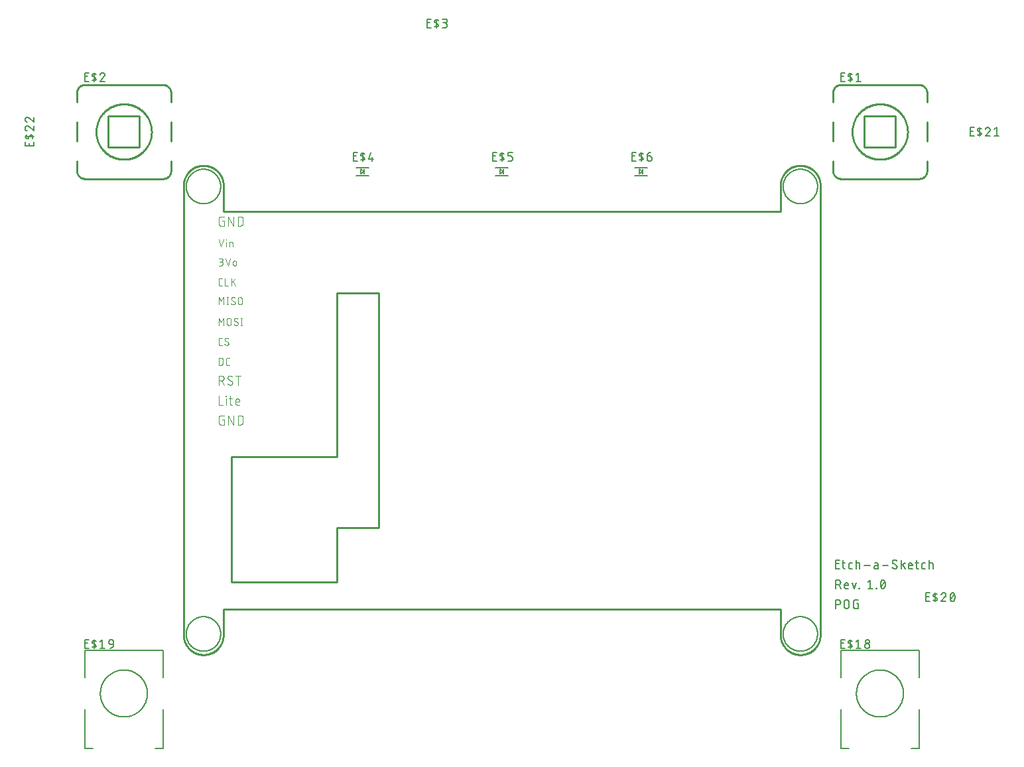
<source format=gbr>
G04 EAGLE Gerber RS-274X export*
G75*
%MOMM*%
%FSLAX34Y34*%
%LPD*%
%INSilkscreen Top*%
%IPPOS*%
%AMOC8*
5,1,8,0,0,1.08239X$1,22.5*%
G01*
%ADD10C,0.152400*%
%ADD11C,0.254000*%
%ADD12C,0.127000*%
%ADD13C,0.200000*%
%ADD14C,0.101600*%
%ADD15C,0.076200*%


D10*
X1066179Y280162D02*
X1061212Y280162D01*
X1061212Y291338D01*
X1066179Y291338D01*
X1064937Y286371D02*
X1061212Y286371D01*
X1069549Y287613D02*
X1073274Y287613D01*
X1070791Y291338D02*
X1070791Y282025D01*
X1070793Y281941D01*
X1070798Y281858D01*
X1070808Y281775D01*
X1070821Y281692D01*
X1070838Y281610D01*
X1070858Y281529D01*
X1070882Y281449D01*
X1070910Y281370D01*
X1070941Y281293D01*
X1070975Y281217D01*
X1071013Y281142D01*
X1071055Y281069D01*
X1071099Y280999D01*
X1071147Y280930D01*
X1071197Y280863D01*
X1071251Y280799D01*
X1071307Y280738D01*
X1071367Y280678D01*
X1071428Y280622D01*
X1071492Y280568D01*
X1071559Y280518D01*
X1071628Y280470D01*
X1071698Y280426D01*
X1071771Y280384D01*
X1071846Y280346D01*
X1071922Y280312D01*
X1071999Y280281D01*
X1072078Y280253D01*
X1072158Y280229D01*
X1072239Y280209D01*
X1072321Y280192D01*
X1072404Y280179D01*
X1072487Y280169D01*
X1072570Y280164D01*
X1072654Y280162D01*
X1073274Y280162D01*
X1079686Y280162D02*
X1082169Y280162D01*
X1079686Y280162D02*
X1079602Y280164D01*
X1079519Y280169D01*
X1079436Y280179D01*
X1079353Y280192D01*
X1079271Y280209D01*
X1079190Y280229D01*
X1079110Y280253D01*
X1079031Y280281D01*
X1078954Y280312D01*
X1078878Y280346D01*
X1078803Y280384D01*
X1078730Y280426D01*
X1078660Y280470D01*
X1078591Y280518D01*
X1078524Y280568D01*
X1078460Y280622D01*
X1078399Y280678D01*
X1078339Y280738D01*
X1078283Y280799D01*
X1078229Y280863D01*
X1078179Y280930D01*
X1078131Y280999D01*
X1078087Y281069D01*
X1078045Y281142D01*
X1078007Y281217D01*
X1077973Y281293D01*
X1077942Y281370D01*
X1077914Y281449D01*
X1077890Y281529D01*
X1077870Y281610D01*
X1077853Y281692D01*
X1077840Y281775D01*
X1077830Y281858D01*
X1077825Y281941D01*
X1077823Y282025D01*
X1077823Y285750D01*
X1077825Y285834D01*
X1077831Y285917D01*
X1077840Y286000D01*
X1077853Y286083D01*
X1077870Y286165D01*
X1077890Y286246D01*
X1077914Y286326D01*
X1077942Y286405D01*
X1077973Y286482D01*
X1078007Y286558D01*
X1078045Y286633D01*
X1078087Y286706D01*
X1078131Y286776D01*
X1078179Y286845D01*
X1078229Y286912D01*
X1078283Y286976D01*
X1078339Y287037D01*
X1078399Y287097D01*
X1078460Y287153D01*
X1078524Y287207D01*
X1078591Y287257D01*
X1078660Y287305D01*
X1078730Y287349D01*
X1078803Y287391D01*
X1078878Y287429D01*
X1078954Y287463D01*
X1079031Y287494D01*
X1079110Y287522D01*
X1079190Y287546D01*
X1079271Y287566D01*
X1079353Y287583D01*
X1079436Y287596D01*
X1079519Y287606D01*
X1079602Y287611D01*
X1079686Y287613D01*
X1082169Y287613D01*
X1086951Y291338D02*
X1086951Y280162D01*
X1086951Y287613D02*
X1090055Y287613D01*
X1090139Y287611D01*
X1090222Y287606D01*
X1090305Y287596D01*
X1090388Y287583D01*
X1090470Y287566D01*
X1090551Y287546D01*
X1090631Y287522D01*
X1090710Y287494D01*
X1090787Y287463D01*
X1090863Y287429D01*
X1090938Y287391D01*
X1091011Y287349D01*
X1091081Y287305D01*
X1091150Y287257D01*
X1091217Y287207D01*
X1091281Y287153D01*
X1091342Y287097D01*
X1091402Y287037D01*
X1091458Y286976D01*
X1091512Y286912D01*
X1091562Y286845D01*
X1091610Y286776D01*
X1091654Y286706D01*
X1091696Y286633D01*
X1091734Y286558D01*
X1091768Y286482D01*
X1091799Y286405D01*
X1091827Y286326D01*
X1091851Y286246D01*
X1091871Y286165D01*
X1091888Y286083D01*
X1091901Y286000D01*
X1091911Y285917D01*
X1091916Y285834D01*
X1091918Y285750D01*
X1091918Y280162D01*
X1097520Y284508D02*
X1104970Y284508D01*
X1112291Y284508D02*
X1115085Y284508D01*
X1112291Y284508D02*
X1112199Y284506D01*
X1112107Y284500D01*
X1112015Y284490D01*
X1111924Y284477D01*
X1111833Y284459D01*
X1111743Y284438D01*
X1111655Y284413D01*
X1111567Y284384D01*
X1111481Y284351D01*
X1111396Y284315D01*
X1111313Y284275D01*
X1111231Y284232D01*
X1111152Y284185D01*
X1111074Y284135D01*
X1110999Y284082D01*
X1110926Y284026D01*
X1110855Y283966D01*
X1110787Y283904D01*
X1110722Y283839D01*
X1110660Y283771D01*
X1110600Y283700D01*
X1110544Y283627D01*
X1110491Y283552D01*
X1110441Y283474D01*
X1110394Y283395D01*
X1110351Y283313D01*
X1110311Y283230D01*
X1110275Y283145D01*
X1110242Y283059D01*
X1110213Y282971D01*
X1110188Y282883D01*
X1110167Y282793D01*
X1110149Y282702D01*
X1110136Y282611D01*
X1110126Y282519D01*
X1110120Y282427D01*
X1110118Y282335D01*
X1110120Y282243D01*
X1110126Y282151D01*
X1110136Y282059D01*
X1110149Y281968D01*
X1110167Y281877D01*
X1110188Y281787D01*
X1110213Y281699D01*
X1110242Y281611D01*
X1110275Y281525D01*
X1110311Y281440D01*
X1110351Y281357D01*
X1110394Y281275D01*
X1110441Y281196D01*
X1110491Y281118D01*
X1110544Y281043D01*
X1110600Y280970D01*
X1110660Y280899D01*
X1110722Y280831D01*
X1110787Y280766D01*
X1110855Y280704D01*
X1110926Y280644D01*
X1110999Y280588D01*
X1111074Y280535D01*
X1111152Y280485D01*
X1111231Y280438D01*
X1111313Y280395D01*
X1111396Y280355D01*
X1111481Y280319D01*
X1111567Y280286D01*
X1111655Y280257D01*
X1111743Y280232D01*
X1111833Y280211D01*
X1111924Y280193D01*
X1112015Y280180D01*
X1112107Y280170D01*
X1112199Y280164D01*
X1112291Y280162D01*
X1115085Y280162D01*
X1115085Y285750D01*
X1115083Y285834D01*
X1115078Y285917D01*
X1115068Y286000D01*
X1115055Y286083D01*
X1115038Y286165D01*
X1115018Y286246D01*
X1114994Y286326D01*
X1114966Y286405D01*
X1114935Y286482D01*
X1114901Y286558D01*
X1114863Y286633D01*
X1114821Y286706D01*
X1114777Y286776D01*
X1114729Y286845D01*
X1114679Y286912D01*
X1114625Y286976D01*
X1114569Y287037D01*
X1114509Y287097D01*
X1114448Y287153D01*
X1114384Y287207D01*
X1114317Y287257D01*
X1114248Y287305D01*
X1114178Y287349D01*
X1114105Y287391D01*
X1114030Y287429D01*
X1113954Y287463D01*
X1113877Y287494D01*
X1113798Y287522D01*
X1113718Y287546D01*
X1113637Y287566D01*
X1113555Y287583D01*
X1113472Y287596D01*
X1113389Y287606D01*
X1113306Y287611D01*
X1113222Y287613D01*
X1110739Y287613D01*
X1120761Y284508D02*
X1128211Y284508D01*
X1136918Y280162D02*
X1137015Y280164D01*
X1137113Y280170D01*
X1137210Y280179D01*
X1137307Y280193D01*
X1137403Y280210D01*
X1137498Y280231D01*
X1137592Y280255D01*
X1137686Y280284D01*
X1137778Y280316D01*
X1137869Y280351D01*
X1137958Y280390D01*
X1138046Y280433D01*
X1138132Y280479D01*
X1138216Y280528D01*
X1138298Y280581D01*
X1138378Y280636D01*
X1138456Y280695D01*
X1138531Y280757D01*
X1138604Y280822D01*
X1138674Y280890D01*
X1138742Y280960D01*
X1138807Y281033D01*
X1138869Y281108D01*
X1138928Y281186D01*
X1138983Y281266D01*
X1139036Y281348D01*
X1139085Y281432D01*
X1139131Y281518D01*
X1139174Y281606D01*
X1139213Y281695D01*
X1139248Y281786D01*
X1139280Y281878D01*
X1139309Y281972D01*
X1139333Y282066D01*
X1139354Y282161D01*
X1139371Y282257D01*
X1139385Y282354D01*
X1139394Y282451D01*
X1139400Y282548D01*
X1139402Y282646D01*
X1136918Y280162D02*
X1136775Y280164D01*
X1136632Y280170D01*
X1136490Y280179D01*
X1136348Y280193D01*
X1136206Y280211D01*
X1136065Y280232D01*
X1135924Y280257D01*
X1135784Y280286D01*
X1135645Y280319D01*
X1135507Y280355D01*
X1135370Y280396D01*
X1135234Y280440D01*
X1135099Y280487D01*
X1134966Y280539D01*
X1134834Y280594D01*
X1134704Y280652D01*
X1134575Y280714D01*
X1134448Y280780D01*
X1134323Y280849D01*
X1134200Y280921D01*
X1134079Y280997D01*
X1133960Y281075D01*
X1133843Y281158D01*
X1133728Y281243D01*
X1133616Y281331D01*
X1133506Y281423D01*
X1133399Y281517D01*
X1133294Y281614D01*
X1133192Y281714D01*
X1133503Y288854D02*
X1133505Y288952D01*
X1133511Y289049D01*
X1133520Y289146D01*
X1133534Y289243D01*
X1133551Y289339D01*
X1133572Y289434D01*
X1133596Y289528D01*
X1133625Y289622D01*
X1133657Y289714D01*
X1133692Y289805D01*
X1133731Y289894D01*
X1133774Y289982D01*
X1133820Y290068D01*
X1133869Y290152D01*
X1133922Y290234D01*
X1133977Y290314D01*
X1134036Y290392D01*
X1134098Y290467D01*
X1134163Y290540D01*
X1134231Y290610D01*
X1134301Y290678D01*
X1134374Y290743D01*
X1134449Y290805D01*
X1134527Y290864D01*
X1134607Y290919D01*
X1134689Y290972D01*
X1134773Y291021D01*
X1134859Y291067D01*
X1134947Y291110D01*
X1135036Y291149D01*
X1135127Y291184D01*
X1135219Y291216D01*
X1135313Y291245D01*
X1135407Y291269D01*
X1135502Y291290D01*
X1135598Y291307D01*
X1135695Y291321D01*
X1135792Y291330D01*
X1135889Y291336D01*
X1135987Y291338D01*
X1136117Y291336D01*
X1136247Y291331D01*
X1136377Y291322D01*
X1136507Y291309D01*
X1136636Y291293D01*
X1136765Y291273D01*
X1136893Y291249D01*
X1137021Y291222D01*
X1137147Y291191D01*
X1137273Y291157D01*
X1137398Y291119D01*
X1137521Y291078D01*
X1137644Y291033D01*
X1137765Y290985D01*
X1137885Y290934D01*
X1138003Y290879D01*
X1138119Y290821D01*
X1138234Y290760D01*
X1138348Y290695D01*
X1138459Y290628D01*
X1138568Y290557D01*
X1138676Y290483D01*
X1138781Y290407D01*
X1134745Y286681D02*
X1134662Y286732D01*
X1134581Y286786D01*
X1134503Y286843D01*
X1134427Y286903D01*
X1134353Y286966D01*
X1134282Y287032D01*
X1134213Y287100D01*
X1134147Y287171D01*
X1134083Y287244D01*
X1134023Y287320D01*
X1133966Y287398D01*
X1133911Y287479D01*
X1133860Y287561D01*
X1133812Y287645D01*
X1133767Y287731D01*
X1133725Y287819D01*
X1133687Y287908D01*
X1133653Y287998D01*
X1133621Y288090D01*
X1133594Y288183D01*
X1133570Y288277D01*
X1133549Y288372D01*
X1133533Y288468D01*
X1133520Y288564D01*
X1133510Y288660D01*
X1133505Y288757D01*
X1133503Y288854D01*
X1138159Y284819D02*
X1138242Y284768D01*
X1138323Y284714D01*
X1138401Y284657D01*
X1138477Y284597D01*
X1138551Y284534D01*
X1138622Y284468D01*
X1138691Y284400D01*
X1138757Y284329D01*
X1138821Y284256D01*
X1138881Y284180D01*
X1138938Y284102D01*
X1138993Y284021D01*
X1139044Y283939D01*
X1139092Y283855D01*
X1139137Y283769D01*
X1139179Y283681D01*
X1139217Y283592D01*
X1139251Y283502D01*
X1139283Y283410D01*
X1139310Y283317D01*
X1139334Y283223D01*
X1139355Y283128D01*
X1139371Y283032D01*
X1139384Y282936D01*
X1139394Y282840D01*
X1139399Y282743D01*
X1139401Y282646D01*
X1138160Y284819D02*
X1134745Y286681D01*
X1144651Y291338D02*
X1144651Y280162D01*
X1144651Y283887D02*
X1149618Y287613D01*
X1146824Y285440D02*
X1149618Y280162D01*
X1155869Y280162D02*
X1158974Y280162D01*
X1155869Y280162D02*
X1155785Y280164D01*
X1155702Y280169D01*
X1155619Y280179D01*
X1155536Y280192D01*
X1155454Y280209D01*
X1155373Y280229D01*
X1155293Y280253D01*
X1155214Y280281D01*
X1155137Y280312D01*
X1155061Y280346D01*
X1154986Y280384D01*
X1154913Y280426D01*
X1154843Y280470D01*
X1154774Y280518D01*
X1154707Y280568D01*
X1154643Y280622D01*
X1154582Y280678D01*
X1154522Y280738D01*
X1154466Y280799D01*
X1154412Y280863D01*
X1154362Y280930D01*
X1154314Y280999D01*
X1154270Y281069D01*
X1154228Y281142D01*
X1154190Y281217D01*
X1154156Y281293D01*
X1154125Y281370D01*
X1154097Y281449D01*
X1154073Y281529D01*
X1154053Y281610D01*
X1154036Y281692D01*
X1154023Y281775D01*
X1154013Y281858D01*
X1154008Y281941D01*
X1154006Y282025D01*
X1154006Y285129D01*
X1154008Y285228D01*
X1154014Y285326D01*
X1154024Y285425D01*
X1154037Y285522D01*
X1154055Y285620D01*
X1154076Y285716D01*
X1154102Y285812D01*
X1154131Y285906D01*
X1154163Y285999D01*
X1154200Y286091D01*
X1154240Y286181D01*
X1154284Y286270D01*
X1154331Y286357D01*
X1154381Y286442D01*
X1154435Y286524D01*
X1154492Y286605D01*
X1154552Y286683D01*
X1154616Y286759D01*
X1154682Y286832D01*
X1154751Y286903D01*
X1154823Y286971D01*
X1154898Y287035D01*
X1154975Y287097D01*
X1155054Y287156D01*
X1155136Y287211D01*
X1155220Y287264D01*
X1155305Y287312D01*
X1155393Y287358D01*
X1155483Y287400D01*
X1155574Y287438D01*
X1155666Y287472D01*
X1155760Y287503D01*
X1155855Y287530D01*
X1155951Y287554D01*
X1156048Y287573D01*
X1156145Y287589D01*
X1156243Y287601D01*
X1156342Y287609D01*
X1156441Y287613D01*
X1156539Y287613D01*
X1156638Y287609D01*
X1156737Y287601D01*
X1156835Y287589D01*
X1156932Y287573D01*
X1157029Y287554D01*
X1157125Y287530D01*
X1157220Y287503D01*
X1157314Y287472D01*
X1157406Y287438D01*
X1157497Y287400D01*
X1157587Y287358D01*
X1157675Y287312D01*
X1157760Y287264D01*
X1157844Y287211D01*
X1157926Y287156D01*
X1158005Y287097D01*
X1158082Y287035D01*
X1158157Y286971D01*
X1158229Y286903D01*
X1158298Y286832D01*
X1158364Y286759D01*
X1158428Y286683D01*
X1158488Y286605D01*
X1158545Y286524D01*
X1158599Y286442D01*
X1158649Y286357D01*
X1158696Y286270D01*
X1158740Y286181D01*
X1158780Y286091D01*
X1158817Y285999D01*
X1158849Y285906D01*
X1158878Y285812D01*
X1158904Y285716D01*
X1158925Y285620D01*
X1158943Y285522D01*
X1158956Y285425D01*
X1158966Y285326D01*
X1158972Y285228D01*
X1158974Y285129D01*
X1158974Y283887D01*
X1154006Y283887D01*
X1162894Y287613D02*
X1166619Y287613D01*
X1164136Y291338D02*
X1164136Y282025D01*
X1164135Y282025D02*
X1164137Y281941D01*
X1164142Y281858D01*
X1164152Y281775D01*
X1164165Y281692D01*
X1164182Y281610D01*
X1164202Y281529D01*
X1164226Y281449D01*
X1164254Y281370D01*
X1164285Y281293D01*
X1164319Y281217D01*
X1164357Y281142D01*
X1164399Y281069D01*
X1164443Y280999D01*
X1164491Y280930D01*
X1164541Y280863D01*
X1164595Y280799D01*
X1164651Y280738D01*
X1164711Y280678D01*
X1164772Y280622D01*
X1164836Y280568D01*
X1164903Y280518D01*
X1164972Y280470D01*
X1165042Y280426D01*
X1165115Y280384D01*
X1165190Y280346D01*
X1165266Y280312D01*
X1165343Y280281D01*
X1165422Y280253D01*
X1165502Y280229D01*
X1165583Y280209D01*
X1165665Y280192D01*
X1165748Y280179D01*
X1165831Y280169D01*
X1165914Y280164D01*
X1165998Y280162D01*
X1166619Y280162D01*
X1173031Y280162D02*
X1175514Y280162D01*
X1173031Y280162D02*
X1172947Y280164D01*
X1172864Y280169D01*
X1172781Y280179D01*
X1172698Y280192D01*
X1172616Y280209D01*
X1172535Y280229D01*
X1172455Y280253D01*
X1172376Y280281D01*
X1172299Y280312D01*
X1172223Y280346D01*
X1172148Y280384D01*
X1172075Y280426D01*
X1172005Y280470D01*
X1171936Y280518D01*
X1171869Y280568D01*
X1171805Y280622D01*
X1171744Y280678D01*
X1171684Y280738D01*
X1171628Y280799D01*
X1171574Y280863D01*
X1171524Y280930D01*
X1171476Y280999D01*
X1171432Y281069D01*
X1171390Y281142D01*
X1171352Y281217D01*
X1171318Y281293D01*
X1171287Y281370D01*
X1171259Y281449D01*
X1171235Y281529D01*
X1171215Y281610D01*
X1171198Y281692D01*
X1171185Y281775D01*
X1171175Y281858D01*
X1171170Y281941D01*
X1171168Y282025D01*
X1171168Y285750D01*
X1171170Y285834D01*
X1171176Y285917D01*
X1171185Y286000D01*
X1171198Y286083D01*
X1171215Y286165D01*
X1171235Y286246D01*
X1171259Y286326D01*
X1171287Y286405D01*
X1171318Y286482D01*
X1171352Y286558D01*
X1171390Y286633D01*
X1171432Y286706D01*
X1171476Y286776D01*
X1171524Y286845D01*
X1171574Y286912D01*
X1171628Y286976D01*
X1171684Y287037D01*
X1171744Y287097D01*
X1171805Y287153D01*
X1171869Y287207D01*
X1171936Y287257D01*
X1172005Y287305D01*
X1172075Y287349D01*
X1172148Y287391D01*
X1172223Y287429D01*
X1172299Y287463D01*
X1172376Y287494D01*
X1172455Y287522D01*
X1172535Y287546D01*
X1172616Y287566D01*
X1172698Y287583D01*
X1172781Y287596D01*
X1172864Y287606D01*
X1172947Y287611D01*
X1173031Y287613D01*
X1175514Y287613D01*
X1180295Y291338D02*
X1180295Y280162D01*
X1180295Y287613D02*
X1183400Y287613D01*
X1183484Y287611D01*
X1183567Y287606D01*
X1183650Y287596D01*
X1183733Y287583D01*
X1183815Y287566D01*
X1183896Y287546D01*
X1183976Y287522D01*
X1184055Y287494D01*
X1184132Y287463D01*
X1184208Y287429D01*
X1184283Y287391D01*
X1184356Y287349D01*
X1184426Y287305D01*
X1184495Y287257D01*
X1184562Y287207D01*
X1184626Y287153D01*
X1184687Y287097D01*
X1184747Y287037D01*
X1184803Y286976D01*
X1184857Y286912D01*
X1184907Y286845D01*
X1184955Y286776D01*
X1184999Y286706D01*
X1185041Y286633D01*
X1185079Y286558D01*
X1185113Y286482D01*
X1185144Y286405D01*
X1185172Y286326D01*
X1185196Y286246D01*
X1185216Y286165D01*
X1185233Y286083D01*
X1185246Y286000D01*
X1185256Y285917D01*
X1185261Y285834D01*
X1185263Y285750D01*
X1185262Y285750D02*
X1185262Y280162D01*
X1061212Y265938D02*
X1061212Y254762D01*
X1061212Y265938D02*
X1064316Y265938D01*
X1064427Y265936D01*
X1064537Y265930D01*
X1064648Y265920D01*
X1064758Y265906D01*
X1064867Y265889D01*
X1064976Y265867D01*
X1065084Y265842D01*
X1065190Y265812D01*
X1065296Y265779D01*
X1065401Y265742D01*
X1065504Y265702D01*
X1065605Y265657D01*
X1065705Y265610D01*
X1065804Y265558D01*
X1065900Y265503D01*
X1065994Y265445D01*
X1066086Y265384D01*
X1066176Y265319D01*
X1066264Y265251D01*
X1066349Y265180D01*
X1066431Y265106D01*
X1066511Y265029D01*
X1066588Y264949D01*
X1066662Y264867D01*
X1066733Y264782D01*
X1066801Y264694D01*
X1066866Y264604D01*
X1066927Y264512D01*
X1066985Y264418D01*
X1067040Y264322D01*
X1067092Y264223D01*
X1067139Y264123D01*
X1067184Y264022D01*
X1067224Y263919D01*
X1067261Y263814D01*
X1067294Y263708D01*
X1067324Y263602D01*
X1067349Y263494D01*
X1067371Y263385D01*
X1067388Y263276D01*
X1067402Y263166D01*
X1067412Y263055D01*
X1067418Y262945D01*
X1067420Y262834D01*
X1067418Y262723D01*
X1067412Y262613D01*
X1067402Y262502D01*
X1067388Y262392D01*
X1067371Y262283D01*
X1067349Y262174D01*
X1067324Y262066D01*
X1067294Y261960D01*
X1067261Y261854D01*
X1067224Y261749D01*
X1067184Y261646D01*
X1067139Y261545D01*
X1067092Y261445D01*
X1067040Y261346D01*
X1066985Y261250D01*
X1066927Y261156D01*
X1066866Y261064D01*
X1066801Y260974D01*
X1066733Y260886D01*
X1066662Y260801D01*
X1066588Y260719D01*
X1066511Y260639D01*
X1066431Y260562D01*
X1066349Y260488D01*
X1066264Y260417D01*
X1066176Y260349D01*
X1066086Y260284D01*
X1065994Y260223D01*
X1065900Y260165D01*
X1065804Y260110D01*
X1065705Y260058D01*
X1065605Y260011D01*
X1065504Y259966D01*
X1065401Y259926D01*
X1065296Y259889D01*
X1065190Y259856D01*
X1065084Y259826D01*
X1064976Y259801D01*
X1064867Y259779D01*
X1064758Y259762D01*
X1064648Y259748D01*
X1064537Y259738D01*
X1064427Y259732D01*
X1064316Y259730D01*
X1064316Y259729D02*
X1061212Y259729D01*
X1064937Y259729D02*
X1067421Y254762D01*
X1074272Y254762D02*
X1077376Y254762D01*
X1074272Y254762D02*
X1074188Y254764D01*
X1074105Y254769D01*
X1074022Y254779D01*
X1073939Y254792D01*
X1073857Y254809D01*
X1073776Y254829D01*
X1073696Y254853D01*
X1073617Y254881D01*
X1073540Y254912D01*
X1073464Y254946D01*
X1073389Y254984D01*
X1073316Y255026D01*
X1073246Y255070D01*
X1073177Y255118D01*
X1073110Y255168D01*
X1073046Y255222D01*
X1072985Y255278D01*
X1072925Y255338D01*
X1072869Y255399D01*
X1072815Y255463D01*
X1072765Y255530D01*
X1072717Y255599D01*
X1072673Y255669D01*
X1072631Y255742D01*
X1072593Y255817D01*
X1072559Y255893D01*
X1072528Y255970D01*
X1072500Y256049D01*
X1072476Y256129D01*
X1072456Y256210D01*
X1072439Y256292D01*
X1072426Y256375D01*
X1072416Y256458D01*
X1072411Y256541D01*
X1072409Y256625D01*
X1072409Y259729D01*
X1072408Y259729D02*
X1072410Y259828D01*
X1072416Y259926D01*
X1072426Y260025D01*
X1072439Y260122D01*
X1072457Y260220D01*
X1072478Y260316D01*
X1072504Y260412D01*
X1072533Y260506D01*
X1072565Y260599D01*
X1072602Y260691D01*
X1072642Y260781D01*
X1072686Y260870D01*
X1072733Y260957D01*
X1072783Y261042D01*
X1072837Y261124D01*
X1072894Y261205D01*
X1072954Y261283D01*
X1073018Y261359D01*
X1073084Y261432D01*
X1073153Y261503D01*
X1073225Y261571D01*
X1073300Y261635D01*
X1073377Y261697D01*
X1073456Y261756D01*
X1073538Y261811D01*
X1073622Y261864D01*
X1073707Y261912D01*
X1073795Y261958D01*
X1073885Y262000D01*
X1073976Y262038D01*
X1074068Y262072D01*
X1074162Y262103D01*
X1074257Y262130D01*
X1074353Y262154D01*
X1074450Y262173D01*
X1074547Y262189D01*
X1074645Y262201D01*
X1074744Y262209D01*
X1074843Y262213D01*
X1074941Y262213D01*
X1075040Y262209D01*
X1075139Y262201D01*
X1075237Y262189D01*
X1075334Y262173D01*
X1075431Y262154D01*
X1075527Y262130D01*
X1075622Y262103D01*
X1075716Y262072D01*
X1075808Y262038D01*
X1075899Y262000D01*
X1075989Y261958D01*
X1076077Y261912D01*
X1076162Y261864D01*
X1076246Y261811D01*
X1076328Y261756D01*
X1076407Y261697D01*
X1076484Y261635D01*
X1076559Y261571D01*
X1076631Y261503D01*
X1076700Y261432D01*
X1076766Y261359D01*
X1076830Y261283D01*
X1076890Y261205D01*
X1076947Y261124D01*
X1077001Y261042D01*
X1077051Y260957D01*
X1077098Y260870D01*
X1077142Y260781D01*
X1077182Y260691D01*
X1077219Y260599D01*
X1077251Y260506D01*
X1077280Y260412D01*
X1077306Y260316D01*
X1077327Y260220D01*
X1077345Y260122D01*
X1077358Y260025D01*
X1077368Y259926D01*
X1077374Y259828D01*
X1077376Y259729D01*
X1077376Y258487D01*
X1072409Y258487D01*
X1081934Y262213D02*
X1084417Y254762D01*
X1086901Y262213D01*
X1090965Y255383D02*
X1090965Y254762D01*
X1090965Y255383D02*
X1091586Y255383D01*
X1091586Y254762D01*
X1090965Y254762D01*
X1102268Y263454D02*
X1105372Y265938D01*
X1105372Y254762D01*
X1102268Y254762D02*
X1108477Y254762D01*
X1113063Y254762D02*
X1113063Y255383D01*
X1113684Y255383D01*
X1113684Y254762D01*
X1113063Y254762D01*
X1118270Y260350D02*
X1118273Y260570D01*
X1118280Y260790D01*
X1118294Y261009D01*
X1118312Y261228D01*
X1118336Y261447D01*
X1118364Y261665D01*
X1118398Y261882D01*
X1118437Y262098D01*
X1118482Y262314D01*
X1118531Y262528D01*
X1118586Y262741D01*
X1118645Y262953D01*
X1118710Y263163D01*
X1118780Y263371D01*
X1118854Y263578D01*
X1118934Y263783D01*
X1119018Y263986D01*
X1119107Y264187D01*
X1119201Y264386D01*
X1119234Y264475D01*
X1119270Y264563D01*
X1119310Y264649D01*
X1119353Y264734D01*
X1119400Y264816D01*
X1119451Y264897D01*
X1119504Y264975D01*
X1119561Y265051D01*
X1119621Y265125D01*
X1119684Y265196D01*
X1119749Y265265D01*
X1119818Y265331D01*
X1119889Y265393D01*
X1119963Y265453D01*
X1120039Y265510D01*
X1120117Y265564D01*
X1120198Y265614D01*
X1120280Y265661D01*
X1120365Y265704D01*
X1120451Y265744D01*
X1120539Y265781D01*
X1120628Y265813D01*
X1120718Y265842D01*
X1120810Y265868D01*
X1120902Y265889D01*
X1120996Y265907D01*
X1121090Y265920D01*
X1121184Y265930D01*
X1121279Y265936D01*
X1121374Y265938D01*
X1121469Y265936D01*
X1121564Y265930D01*
X1121658Y265920D01*
X1121752Y265907D01*
X1121846Y265889D01*
X1121938Y265868D01*
X1122030Y265842D01*
X1122120Y265813D01*
X1122209Y265781D01*
X1122297Y265744D01*
X1122383Y265704D01*
X1122468Y265661D01*
X1122550Y265614D01*
X1122631Y265564D01*
X1122709Y265510D01*
X1122785Y265453D01*
X1122859Y265393D01*
X1122930Y265331D01*
X1122999Y265265D01*
X1123064Y265196D01*
X1123127Y265125D01*
X1123187Y265051D01*
X1123244Y264975D01*
X1123297Y264897D01*
X1123348Y264816D01*
X1123395Y264733D01*
X1123438Y264649D01*
X1123478Y264563D01*
X1123514Y264475D01*
X1123547Y264386D01*
X1123548Y264386D02*
X1123642Y264187D01*
X1123731Y263986D01*
X1123815Y263783D01*
X1123895Y263578D01*
X1123969Y263371D01*
X1124039Y263163D01*
X1124104Y262953D01*
X1124163Y262741D01*
X1124218Y262528D01*
X1124267Y262314D01*
X1124312Y262098D01*
X1124351Y261882D01*
X1124385Y261665D01*
X1124413Y261447D01*
X1124437Y261228D01*
X1124455Y261009D01*
X1124469Y260790D01*
X1124476Y260570D01*
X1124479Y260350D01*
X1118270Y260350D02*
X1118273Y260130D01*
X1118280Y259910D01*
X1118294Y259691D01*
X1118312Y259472D01*
X1118336Y259253D01*
X1118364Y259035D01*
X1118398Y258818D01*
X1118437Y258602D01*
X1118482Y258386D01*
X1118531Y258172D01*
X1118586Y257959D01*
X1118645Y257748D01*
X1118710Y257537D01*
X1118780Y257329D01*
X1118854Y257122D01*
X1118934Y256917D01*
X1119018Y256714D01*
X1119107Y256513D01*
X1119201Y256314D01*
X1119234Y256225D01*
X1119270Y256137D01*
X1119310Y256051D01*
X1119353Y255966D01*
X1119400Y255884D01*
X1119451Y255803D01*
X1119504Y255725D01*
X1119561Y255649D01*
X1119621Y255575D01*
X1119684Y255504D01*
X1119749Y255435D01*
X1119818Y255369D01*
X1119889Y255307D01*
X1119963Y255247D01*
X1120039Y255190D01*
X1120117Y255136D01*
X1120198Y255086D01*
X1120280Y255039D01*
X1120365Y254996D01*
X1120451Y254956D01*
X1120539Y254919D01*
X1120628Y254887D01*
X1120718Y254858D01*
X1120810Y254832D01*
X1120902Y254811D01*
X1120996Y254793D01*
X1121090Y254780D01*
X1121184Y254770D01*
X1121279Y254764D01*
X1121374Y254762D01*
X1123548Y256314D02*
X1123642Y256513D01*
X1123731Y256714D01*
X1123815Y256917D01*
X1123895Y257122D01*
X1123969Y257329D01*
X1124039Y257537D01*
X1124104Y257747D01*
X1124163Y257959D01*
X1124218Y258172D01*
X1124267Y258386D01*
X1124312Y258602D01*
X1124351Y258818D01*
X1124385Y259035D01*
X1124413Y259253D01*
X1124437Y259472D01*
X1124455Y259691D01*
X1124469Y259910D01*
X1124476Y260130D01*
X1124479Y260350D01*
X1123547Y256314D02*
X1123514Y256225D01*
X1123478Y256137D01*
X1123438Y256051D01*
X1123395Y255966D01*
X1123348Y255884D01*
X1123297Y255803D01*
X1123244Y255725D01*
X1123187Y255649D01*
X1123127Y255575D01*
X1123064Y255504D01*
X1122999Y255435D01*
X1122930Y255369D01*
X1122859Y255307D01*
X1122785Y255247D01*
X1122709Y255190D01*
X1122631Y255136D01*
X1122550Y255086D01*
X1122468Y255039D01*
X1122383Y254996D01*
X1122297Y254956D01*
X1122209Y254919D01*
X1122120Y254887D01*
X1122030Y254858D01*
X1121938Y254832D01*
X1121846Y254811D01*
X1121752Y254793D01*
X1121658Y254780D01*
X1121564Y254770D01*
X1121469Y254764D01*
X1121374Y254762D01*
X1118891Y257246D02*
X1123858Y263454D01*
X1061212Y240538D02*
X1061212Y229362D01*
X1061212Y240538D02*
X1064316Y240538D01*
X1064427Y240536D01*
X1064537Y240530D01*
X1064648Y240520D01*
X1064758Y240506D01*
X1064867Y240489D01*
X1064976Y240467D01*
X1065084Y240442D01*
X1065190Y240412D01*
X1065296Y240379D01*
X1065401Y240342D01*
X1065504Y240302D01*
X1065605Y240257D01*
X1065705Y240210D01*
X1065804Y240158D01*
X1065900Y240103D01*
X1065994Y240045D01*
X1066086Y239984D01*
X1066176Y239919D01*
X1066264Y239851D01*
X1066349Y239780D01*
X1066431Y239706D01*
X1066511Y239629D01*
X1066588Y239549D01*
X1066662Y239467D01*
X1066733Y239382D01*
X1066801Y239294D01*
X1066866Y239204D01*
X1066927Y239112D01*
X1066985Y239018D01*
X1067040Y238922D01*
X1067092Y238823D01*
X1067139Y238723D01*
X1067184Y238622D01*
X1067224Y238519D01*
X1067261Y238414D01*
X1067294Y238308D01*
X1067324Y238202D01*
X1067349Y238094D01*
X1067371Y237985D01*
X1067388Y237876D01*
X1067402Y237766D01*
X1067412Y237655D01*
X1067418Y237545D01*
X1067420Y237434D01*
X1067418Y237323D01*
X1067412Y237213D01*
X1067402Y237102D01*
X1067388Y236992D01*
X1067371Y236883D01*
X1067349Y236774D01*
X1067324Y236666D01*
X1067294Y236560D01*
X1067261Y236454D01*
X1067224Y236349D01*
X1067184Y236246D01*
X1067139Y236145D01*
X1067092Y236045D01*
X1067040Y235946D01*
X1066985Y235850D01*
X1066927Y235756D01*
X1066866Y235664D01*
X1066801Y235574D01*
X1066733Y235486D01*
X1066662Y235401D01*
X1066588Y235319D01*
X1066511Y235239D01*
X1066431Y235162D01*
X1066349Y235088D01*
X1066264Y235017D01*
X1066176Y234949D01*
X1066086Y234884D01*
X1065994Y234823D01*
X1065900Y234765D01*
X1065804Y234710D01*
X1065705Y234658D01*
X1065605Y234611D01*
X1065504Y234566D01*
X1065401Y234526D01*
X1065296Y234489D01*
X1065190Y234456D01*
X1065084Y234426D01*
X1064976Y234401D01*
X1064867Y234379D01*
X1064758Y234362D01*
X1064648Y234348D01*
X1064537Y234338D01*
X1064427Y234332D01*
X1064316Y234330D01*
X1064316Y234329D02*
X1061212Y234329D01*
X1072049Y232466D02*
X1072049Y237434D01*
X1072050Y237434D02*
X1072052Y237545D01*
X1072058Y237655D01*
X1072068Y237766D01*
X1072082Y237876D01*
X1072099Y237985D01*
X1072121Y238094D01*
X1072146Y238202D01*
X1072176Y238308D01*
X1072209Y238414D01*
X1072246Y238519D01*
X1072286Y238622D01*
X1072331Y238723D01*
X1072378Y238823D01*
X1072430Y238922D01*
X1072485Y239018D01*
X1072543Y239112D01*
X1072604Y239204D01*
X1072669Y239294D01*
X1072737Y239382D01*
X1072808Y239467D01*
X1072882Y239549D01*
X1072959Y239629D01*
X1073039Y239706D01*
X1073121Y239780D01*
X1073206Y239851D01*
X1073294Y239919D01*
X1073384Y239984D01*
X1073476Y240045D01*
X1073570Y240103D01*
X1073666Y240158D01*
X1073765Y240210D01*
X1073865Y240257D01*
X1073966Y240302D01*
X1074069Y240342D01*
X1074174Y240379D01*
X1074280Y240412D01*
X1074386Y240442D01*
X1074494Y240467D01*
X1074603Y240489D01*
X1074712Y240506D01*
X1074822Y240520D01*
X1074933Y240530D01*
X1075043Y240536D01*
X1075154Y240538D01*
X1075265Y240536D01*
X1075375Y240530D01*
X1075486Y240520D01*
X1075596Y240506D01*
X1075705Y240489D01*
X1075814Y240467D01*
X1075922Y240442D01*
X1076028Y240412D01*
X1076134Y240379D01*
X1076239Y240342D01*
X1076342Y240302D01*
X1076443Y240257D01*
X1076543Y240210D01*
X1076642Y240158D01*
X1076738Y240103D01*
X1076832Y240045D01*
X1076924Y239984D01*
X1077014Y239919D01*
X1077102Y239851D01*
X1077187Y239780D01*
X1077269Y239706D01*
X1077349Y239629D01*
X1077426Y239549D01*
X1077500Y239467D01*
X1077571Y239382D01*
X1077639Y239294D01*
X1077704Y239204D01*
X1077765Y239112D01*
X1077823Y239018D01*
X1077878Y238922D01*
X1077930Y238823D01*
X1077977Y238723D01*
X1078022Y238622D01*
X1078062Y238519D01*
X1078099Y238414D01*
X1078132Y238308D01*
X1078162Y238202D01*
X1078187Y238094D01*
X1078209Y237985D01*
X1078226Y237876D01*
X1078240Y237766D01*
X1078250Y237655D01*
X1078256Y237545D01*
X1078258Y237434D01*
X1078258Y232466D01*
X1078256Y232355D01*
X1078250Y232245D01*
X1078240Y232134D01*
X1078226Y232024D01*
X1078209Y231915D01*
X1078187Y231806D01*
X1078162Y231698D01*
X1078132Y231592D01*
X1078099Y231486D01*
X1078062Y231381D01*
X1078022Y231278D01*
X1077977Y231177D01*
X1077930Y231077D01*
X1077878Y230978D01*
X1077823Y230882D01*
X1077765Y230788D01*
X1077704Y230696D01*
X1077639Y230606D01*
X1077571Y230518D01*
X1077500Y230433D01*
X1077426Y230351D01*
X1077349Y230271D01*
X1077269Y230194D01*
X1077187Y230120D01*
X1077102Y230049D01*
X1077014Y229981D01*
X1076924Y229916D01*
X1076832Y229855D01*
X1076738Y229797D01*
X1076642Y229742D01*
X1076543Y229690D01*
X1076443Y229643D01*
X1076342Y229598D01*
X1076239Y229558D01*
X1076134Y229521D01*
X1076028Y229488D01*
X1075922Y229458D01*
X1075814Y229433D01*
X1075705Y229411D01*
X1075596Y229394D01*
X1075486Y229380D01*
X1075375Y229370D01*
X1075265Y229364D01*
X1075154Y229362D01*
X1075043Y229364D01*
X1074933Y229370D01*
X1074822Y229380D01*
X1074712Y229394D01*
X1074603Y229411D01*
X1074494Y229433D01*
X1074386Y229458D01*
X1074280Y229488D01*
X1074174Y229521D01*
X1074069Y229558D01*
X1073966Y229598D01*
X1073865Y229643D01*
X1073765Y229690D01*
X1073666Y229742D01*
X1073570Y229797D01*
X1073476Y229855D01*
X1073384Y229916D01*
X1073294Y229981D01*
X1073206Y230049D01*
X1073121Y230120D01*
X1073039Y230194D01*
X1072959Y230271D01*
X1072882Y230351D01*
X1072808Y230433D01*
X1072737Y230518D01*
X1072669Y230606D01*
X1072604Y230696D01*
X1072543Y230788D01*
X1072485Y230882D01*
X1072430Y230978D01*
X1072378Y231077D01*
X1072331Y231177D01*
X1072286Y231278D01*
X1072246Y231381D01*
X1072209Y231486D01*
X1072176Y231592D01*
X1072146Y231698D01*
X1072121Y231806D01*
X1072099Y231915D01*
X1072082Y232024D01*
X1072068Y232134D01*
X1072058Y232245D01*
X1072052Y232355D01*
X1072050Y232466D01*
X1088207Y235571D02*
X1090069Y235571D01*
X1090069Y229362D01*
X1086344Y229362D01*
X1086246Y229364D01*
X1086149Y229370D01*
X1086052Y229379D01*
X1085955Y229393D01*
X1085859Y229410D01*
X1085764Y229431D01*
X1085670Y229455D01*
X1085576Y229484D01*
X1085484Y229516D01*
X1085393Y229551D01*
X1085304Y229590D01*
X1085216Y229633D01*
X1085130Y229679D01*
X1085046Y229728D01*
X1084964Y229781D01*
X1084884Y229836D01*
X1084806Y229895D01*
X1084731Y229957D01*
X1084658Y230022D01*
X1084588Y230090D01*
X1084520Y230160D01*
X1084455Y230233D01*
X1084393Y230308D01*
X1084334Y230386D01*
X1084279Y230466D01*
X1084226Y230548D01*
X1084177Y230632D01*
X1084131Y230718D01*
X1084088Y230806D01*
X1084049Y230895D01*
X1084014Y230986D01*
X1083982Y231078D01*
X1083953Y231172D01*
X1083929Y231266D01*
X1083908Y231361D01*
X1083891Y231457D01*
X1083877Y231554D01*
X1083868Y231651D01*
X1083862Y231748D01*
X1083860Y231846D01*
X1083860Y238054D01*
X1083862Y238152D01*
X1083868Y238249D01*
X1083877Y238346D01*
X1083891Y238443D01*
X1083908Y238539D01*
X1083929Y238634D01*
X1083953Y238728D01*
X1083982Y238822D01*
X1084014Y238914D01*
X1084049Y239005D01*
X1084088Y239094D01*
X1084131Y239182D01*
X1084177Y239268D01*
X1084226Y239352D01*
X1084279Y239434D01*
X1084334Y239514D01*
X1084393Y239592D01*
X1084455Y239667D01*
X1084520Y239740D01*
X1084588Y239810D01*
X1084658Y239878D01*
X1084731Y239943D01*
X1084806Y240005D01*
X1084884Y240064D01*
X1084964Y240119D01*
X1085046Y240172D01*
X1085130Y240221D01*
X1085216Y240267D01*
X1085304Y240310D01*
X1085393Y240349D01*
X1085484Y240384D01*
X1085576Y240416D01*
X1085670Y240445D01*
X1085764Y240469D01*
X1085859Y240490D01*
X1085955Y240507D01*
X1086052Y240521D01*
X1086149Y240530D01*
X1086246Y240536D01*
X1086344Y240538D01*
X1090069Y240538D01*
D11*
X1167600Y778200D02*
X1167842Y778203D01*
X1168083Y778212D01*
X1168324Y778226D01*
X1168565Y778247D01*
X1168805Y778273D01*
X1169045Y778305D01*
X1169284Y778343D01*
X1169521Y778386D01*
X1169758Y778436D01*
X1169993Y778491D01*
X1170227Y778551D01*
X1170459Y778618D01*
X1170690Y778689D01*
X1170919Y778767D01*
X1171146Y778850D01*
X1171371Y778938D01*
X1171594Y779032D01*
X1171814Y779131D01*
X1172032Y779236D01*
X1172247Y779345D01*
X1172460Y779460D01*
X1172670Y779580D01*
X1172876Y779705D01*
X1173080Y779835D01*
X1173281Y779970D01*
X1173478Y780110D01*
X1173672Y780254D01*
X1173862Y780403D01*
X1174048Y780557D01*
X1174231Y780715D01*
X1174410Y780877D01*
X1174585Y781044D01*
X1174756Y781215D01*
X1174923Y781390D01*
X1175085Y781569D01*
X1175243Y781752D01*
X1175397Y781938D01*
X1175546Y782128D01*
X1175690Y782322D01*
X1175830Y782519D01*
X1175965Y782720D01*
X1176095Y782924D01*
X1176220Y783130D01*
X1176340Y783340D01*
X1176455Y783553D01*
X1176564Y783768D01*
X1176669Y783986D01*
X1176768Y784206D01*
X1176862Y784429D01*
X1176950Y784654D01*
X1177033Y784881D01*
X1177111Y785110D01*
X1177182Y785341D01*
X1177249Y785573D01*
X1177309Y785807D01*
X1177364Y786042D01*
X1177414Y786279D01*
X1177457Y786516D01*
X1177495Y786755D01*
X1177527Y786995D01*
X1177553Y787235D01*
X1177574Y787476D01*
X1177588Y787717D01*
X1177597Y787958D01*
X1177600Y788200D01*
X1167600Y778200D02*
X1067600Y778200D01*
X1067358Y778203D01*
X1067117Y778212D01*
X1066876Y778226D01*
X1066635Y778247D01*
X1066395Y778273D01*
X1066155Y778305D01*
X1065916Y778343D01*
X1065679Y778386D01*
X1065442Y778436D01*
X1065207Y778491D01*
X1064973Y778551D01*
X1064741Y778618D01*
X1064510Y778689D01*
X1064281Y778767D01*
X1064054Y778850D01*
X1063829Y778938D01*
X1063606Y779032D01*
X1063386Y779131D01*
X1063168Y779236D01*
X1062953Y779345D01*
X1062740Y779460D01*
X1062530Y779580D01*
X1062324Y779705D01*
X1062120Y779835D01*
X1061919Y779970D01*
X1061722Y780110D01*
X1061528Y780254D01*
X1061338Y780403D01*
X1061152Y780557D01*
X1060969Y780715D01*
X1060790Y780877D01*
X1060615Y781044D01*
X1060444Y781215D01*
X1060277Y781390D01*
X1060115Y781569D01*
X1059957Y781752D01*
X1059803Y781938D01*
X1059654Y782128D01*
X1059510Y782322D01*
X1059370Y782519D01*
X1059235Y782720D01*
X1059105Y782924D01*
X1058980Y783130D01*
X1058860Y783340D01*
X1058745Y783553D01*
X1058636Y783768D01*
X1058531Y783986D01*
X1058432Y784206D01*
X1058338Y784429D01*
X1058250Y784654D01*
X1058167Y784881D01*
X1058089Y785110D01*
X1058018Y785341D01*
X1057951Y785573D01*
X1057891Y785807D01*
X1057836Y786042D01*
X1057786Y786279D01*
X1057743Y786516D01*
X1057705Y786755D01*
X1057673Y786995D01*
X1057647Y787235D01*
X1057626Y787476D01*
X1057612Y787717D01*
X1057603Y787958D01*
X1057600Y788200D01*
X1057600Y888200D02*
X1057603Y888442D01*
X1057612Y888683D01*
X1057626Y888924D01*
X1057647Y889165D01*
X1057673Y889405D01*
X1057705Y889645D01*
X1057743Y889884D01*
X1057786Y890121D01*
X1057836Y890358D01*
X1057891Y890593D01*
X1057951Y890827D01*
X1058018Y891059D01*
X1058089Y891290D01*
X1058167Y891519D01*
X1058250Y891746D01*
X1058338Y891971D01*
X1058432Y892194D01*
X1058531Y892414D01*
X1058636Y892632D01*
X1058745Y892847D01*
X1058860Y893060D01*
X1058980Y893270D01*
X1059105Y893476D01*
X1059235Y893680D01*
X1059370Y893881D01*
X1059510Y894078D01*
X1059654Y894272D01*
X1059803Y894462D01*
X1059957Y894648D01*
X1060115Y894831D01*
X1060277Y895010D01*
X1060444Y895185D01*
X1060615Y895356D01*
X1060790Y895523D01*
X1060969Y895685D01*
X1061152Y895843D01*
X1061338Y895997D01*
X1061528Y896146D01*
X1061722Y896290D01*
X1061919Y896430D01*
X1062120Y896565D01*
X1062324Y896695D01*
X1062530Y896820D01*
X1062740Y896940D01*
X1062953Y897055D01*
X1063168Y897164D01*
X1063386Y897269D01*
X1063606Y897368D01*
X1063829Y897462D01*
X1064054Y897550D01*
X1064281Y897633D01*
X1064510Y897711D01*
X1064741Y897782D01*
X1064973Y897849D01*
X1065207Y897909D01*
X1065442Y897964D01*
X1065679Y898014D01*
X1065916Y898057D01*
X1066155Y898095D01*
X1066395Y898127D01*
X1066635Y898153D01*
X1066876Y898174D01*
X1067117Y898188D01*
X1067358Y898197D01*
X1067600Y898200D01*
X1167600Y898200D01*
X1167842Y898197D01*
X1168083Y898188D01*
X1168324Y898174D01*
X1168565Y898153D01*
X1168805Y898127D01*
X1169045Y898095D01*
X1169284Y898057D01*
X1169521Y898014D01*
X1169758Y897964D01*
X1169993Y897909D01*
X1170227Y897849D01*
X1170459Y897782D01*
X1170690Y897711D01*
X1170919Y897633D01*
X1171146Y897550D01*
X1171371Y897462D01*
X1171594Y897368D01*
X1171814Y897269D01*
X1172032Y897164D01*
X1172247Y897055D01*
X1172460Y896940D01*
X1172670Y896820D01*
X1172876Y896695D01*
X1173080Y896565D01*
X1173281Y896430D01*
X1173478Y896290D01*
X1173672Y896146D01*
X1173862Y895997D01*
X1174048Y895843D01*
X1174231Y895685D01*
X1174410Y895523D01*
X1174585Y895356D01*
X1174756Y895185D01*
X1174923Y895010D01*
X1175085Y894831D01*
X1175243Y894648D01*
X1175397Y894462D01*
X1175546Y894272D01*
X1175690Y894078D01*
X1175830Y893881D01*
X1175965Y893680D01*
X1176095Y893476D01*
X1176220Y893270D01*
X1176340Y893060D01*
X1176455Y892847D01*
X1176564Y892632D01*
X1176669Y892414D01*
X1176768Y892194D01*
X1176862Y891971D01*
X1176950Y891746D01*
X1177033Y891519D01*
X1177111Y891290D01*
X1177182Y891059D01*
X1177249Y890827D01*
X1177309Y890593D01*
X1177364Y890358D01*
X1177414Y890121D01*
X1177457Y889884D01*
X1177495Y889645D01*
X1177527Y889405D01*
X1177553Y889165D01*
X1177574Y888924D01*
X1177588Y888683D01*
X1177597Y888442D01*
X1177600Y888200D01*
X1082245Y838200D02*
X1082256Y839068D01*
X1082288Y839935D01*
X1082341Y840801D01*
X1082415Y841665D01*
X1082511Y842528D01*
X1082628Y843388D01*
X1082766Y844244D01*
X1082924Y845097D01*
X1083104Y845946D01*
X1083305Y846791D01*
X1083526Y847630D01*
X1083767Y848463D01*
X1084029Y849290D01*
X1084312Y850111D01*
X1084614Y850924D01*
X1084936Y851730D01*
X1085278Y852527D01*
X1085639Y853316D01*
X1086020Y854096D01*
X1086420Y854866D01*
X1086838Y855626D01*
X1087275Y856376D01*
X1087730Y857115D01*
X1088203Y857842D01*
X1088694Y858558D01*
X1089203Y859261D01*
X1089728Y859952D01*
X1090270Y860629D01*
X1090829Y861293D01*
X1091404Y861943D01*
X1091994Y862579D01*
X1092600Y863200D01*
X1093221Y863806D01*
X1093857Y864396D01*
X1094507Y864971D01*
X1095171Y865530D01*
X1095848Y866072D01*
X1096539Y866597D01*
X1097242Y867106D01*
X1097958Y867597D01*
X1098685Y868070D01*
X1099424Y868525D01*
X1100174Y868962D01*
X1100934Y869380D01*
X1101704Y869780D01*
X1102484Y870161D01*
X1103273Y870522D01*
X1104070Y870864D01*
X1104876Y871186D01*
X1105689Y871488D01*
X1106510Y871771D01*
X1107337Y872033D01*
X1108170Y872274D01*
X1109009Y872495D01*
X1109854Y872696D01*
X1110703Y872876D01*
X1111556Y873034D01*
X1112412Y873172D01*
X1113272Y873289D01*
X1114135Y873385D01*
X1114999Y873459D01*
X1115865Y873512D01*
X1116732Y873544D01*
X1117600Y873555D01*
X1118468Y873544D01*
X1119335Y873512D01*
X1120201Y873459D01*
X1121065Y873385D01*
X1121928Y873289D01*
X1122788Y873172D01*
X1123644Y873034D01*
X1124497Y872876D01*
X1125346Y872696D01*
X1126191Y872495D01*
X1127030Y872274D01*
X1127863Y872033D01*
X1128690Y871771D01*
X1129511Y871488D01*
X1130324Y871186D01*
X1131130Y870864D01*
X1131927Y870522D01*
X1132716Y870161D01*
X1133496Y869780D01*
X1134266Y869380D01*
X1135026Y868962D01*
X1135776Y868525D01*
X1136515Y868070D01*
X1137242Y867597D01*
X1137958Y867106D01*
X1138661Y866597D01*
X1139352Y866072D01*
X1140029Y865530D01*
X1140693Y864971D01*
X1141343Y864396D01*
X1141979Y863806D01*
X1142600Y863200D01*
X1143206Y862579D01*
X1143796Y861943D01*
X1144371Y861293D01*
X1144930Y860629D01*
X1145472Y859952D01*
X1145997Y859261D01*
X1146506Y858558D01*
X1146997Y857842D01*
X1147470Y857115D01*
X1147925Y856376D01*
X1148362Y855626D01*
X1148780Y854866D01*
X1149180Y854096D01*
X1149561Y853316D01*
X1149922Y852527D01*
X1150264Y851730D01*
X1150586Y850924D01*
X1150888Y850111D01*
X1151171Y849290D01*
X1151433Y848463D01*
X1151674Y847630D01*
X1151895Y846791D01*
X1152096Y845946D01*
X1152276Y845097D01*
X1152434Y844244D01*
X1152572Y843388D01*
X1152689Y842528D01*
X1152785Y841665D01*
X1152859Y840801D01*
X1152912Y839935D01*
X1152944Y839068D01*
X1152955Y838200D01*
X1152944Y837332D01*
X1152912Y836465D01*
X1152859Y835599D01*
X1152785Y834735D01*
X1152689Y833872D01*
X1152572Y833012D01*
X1152434Y832156D01*
X1152276Y831303D01*
X1152096Y830454D01*
X1151895Y829609D01*
X1151674Y828770D01*
X1151433Y827937D01*
X1151171Y827110D01*
X1150888Y826289D01*
X1150586Y825476D01*
X1150264Y824670D01*
X1149922Y823873D01*
X1149561Y823084D01*
X1149180Y822304D01*
X1148780Y821534D01*
X1148362Y820774D01*
X1147925Y820024D01*
X1147470Y819285D01*
X1146997Y818558D01*
X1146506Y817842D01*
X1145997Y817139D01*
X1145472Y816448D01*
X1144930Y815771D01*
X1144371Y815107D01*
X1143796Y814457D01*
X1143206Y813821D01*
X1142600Y813200D01*
X1141979Y812594D01*
X1141343Y812004D01*
X1140693Y811429D01*
X1140029Y810870D01*
X1139352Y810328D01*
X1138661Y809803D01*
X1137958Y809294D01*
X1137242Y808803D01*
X1136515Y808330D01*
X1135776Y807875D01*
X1135026Y807438D01*
X1134266Y807020D01*
X1133496Y806620D01*
X1132716Y806239D01*
X1131927Y805878D01*
X1131130Y805536D01*
X1130324Y805214D01*
X1129511Y804912D01*
X1128690Y804629D01*
X1127863Y804367D01*
X1127030Y804126D01*
X1126191Y803905D01*
X1125346Y803704D01*
X1124497Y803524D01*
X1123644Y803366D01*
X1122788Y803228D01*
X1121928Y803111D01*
X1121065Y803015D01*
X1120201Y802941D01*
X1119335Y802888D01*
X1118468Y802856D01*
X1117600Y802845D01*
X1116732Y802856D01*
X1115865Y802888D01*
X1114999Y802941D01*
X1114135Y803015D01*
X1113272Y803111D01*
X1112412Y803228D01*
X1111556Y803366D01*
X1110703Y803524D01*
X1109854Y803704D01*
X1109009Y803905D01*
X1108170Y804126D01*
X1107337Y804367D01*
X1106510Y804629D01*
X1105689Y804912D01*
X1104876Y805214D01*
X1104070Y805536D01*
X1103273Y805878D01*
X1102484Y806239D01*
X1101704Y806620D01*
X1100934Y807020D01*
X1100174Y807438D01*
X1099424Y807875D01*
X1098685Y808330D01*
X1097958Y808803D01*
X1097242Y809294D01*
X1096539Y809803D01*
X1095848Y810328D01*
X1095171Y810870D01*
X1094507Y811429D01*
X1093857Y812004D01*
X1093221Y812594D01*
X1092600Y813200D01*
X1091994Y813821D01*
X1091404Y814457D01*
X1090829Y815107D01*
X1090270Y815771D01*
X1089728Y816448D01*
X1089203Y817139D01*
X1088694Y817842D01*
X1088203Y818558D01*
X1087730Y819285D01*
X1087275Y820024D01*
X1086838Y820774D01*
X1086420Y821534D01*
X1086020Y822304D01*
X1085639Y823084D01*
X1085278Y823873D01*
X1084936Y824670D01*
X1084614Y825476D01*
X1084312Y826289D01*
X1084029Y827110D01*
X1083767Y827937D01*
X1083526Y828770D01*
X1083305Y829609D01*
X1083104Y830454D01*
X1082924Y831303D01*
X1082766Y832156D01*
X1082628Y833012D01*
X1082511Y833872D01*
X1082415Y834735D01*
X1082341Y835599D01*
X1082288Y836465D01*
X1082256Y837332D01*
X1082245Y838200D01*
X1097600Y858200D02*
X1137600Y858200D01*
X1137600Y818200D01*
X1097600Y818200D01*
X1097600Y858200D01*
X1057600Y875700D02*
X1057600Y888200D01*
X1057600Y850700D02*
X1057600Y825700D01*
X1057600Y800700D02*
X1057600Y788200D01*
X1177600Y875700D02*
X1177600Y888200D01*
X1177600Y850700D02*
X1177600Y825700D01*
X1177600Y800700D02*
X1177600Y788200D01*
D10*
X1072529Y902462D02*
X1067562Y902462D01*
X1067562Y913638D01*
X1072529Y913638D01*
X1071287Y908671D02*
X1067562Y908671D01*
X1079401Y913638D02*
X1079401Y902462D01*
X1079401Y908050D02*
X1077849Y908981D01*
X1077777Y909027D01*
X1077708Y909075D01*
X1077640Y909127D01*
X1077576Y909181D01*
X1077513Y909239D01*
X1077454Y909299D01*
X1077397Y909362D01*
X1077343Y909427D01*
X1077293Y909495D01*
X1077245Y909565D01*
X1077201Y909637D01*
X1077160Y909712D01*
X1077122Y909787D01*
X1077088Y909865D01*
X1077058Y909944D01*
X1077031Y910024D01*
X1077008Y910106D01*
X1076988Y910188D01*
X1076972Y910272D01*
X1076961Y910355D01*
X1076953Y910440D01*
X1076949Y910524D01*
X1076948Y910609D01*
X1076952Y910694D01*
X1076959Y910778D01*
X1076971Y910862D01*
X1076986Y910945D01*
X1077005Y911028D01*
X1077028Y911110D01*
X1077054Y911190D01*
X1077084Y911269D01*
X1077118Y911347D01*
X1077155Y911423D01*
X1077195Y911498D01*
X1077239Y911570D01*
X1077287Y911640D01*
X1077337Y911708D01*
X1077390Y911774D01*
X1077447Y911837D01*
X1077506Y911898D01*
X1077568Y911956D01*
X1077632Y912011D01*
X1077699Y912063D01*
X1077768Y912112D01*
X1077840Y912157D01*
X1077913Y912200D01*
X1077988Y912239D01*
X1078065Y912274D01*
X1078144Y912306D01*
X1078224Y912334D01*
X1078305Y912359D01*
X1078387Y912380D01*
X1078470Y912397D01*
X1078470Y912396D02*
X1078605Y912419D01*
X1078740Y912437D01*
X1078875Y912453D01*
X1079011Y912464D01*
X1079147Y912472D01*
X1079284Y912475D01*
X1079420Y912476D01*
X1079557Y912472D01*
X1079693Y912464D01*
X1079829Y912453D01*
X1079964Y912438D01*
X1080099Y912419D01*
X1080234Y912397D01*
X1080368Y912370D01*
X1080501Y912340D01*
X1080633Y912307D01*
X1080764Y912269D01*
X1080894Y912229D01*
X1081023Y912184D01*
X1081151Y912136D01*
X1081277Y912084D01*
X1081402Y912029D01*
X1081525Y911971D01*
X1081647Y911909D01*
X1081767Y911844D01*
X1081885Y911775D01*
X1079401Y908050D02*
X1080953Y907119D01*
X1081025Y907073D01*
X1081094Y907025D01*
X1081162Y906973D01*
X1081226Y906919D01*
X1081289Y906861D01*
X1081348Y906801D01*
X1081405Y906738D01*
X1081459Y906673D01*
X1081509Y906605D01*
X1081557Y906535D01*
X1081601Y906463D01*
X1081642Y906388D01*
X1081680Y906313D01*
X1081714Y906235D01*
X1081744Y906156D01*
X1081771Y906076D01*
X1081794Y905994D01*
X1081814Y905912D01*
X1081830Y905828D01*
X1081841Y905745D01*
X1081849Y905660D01*
X1081853Y905576D01*
X1081854Y905491D01*
X1081850Y905406D01*
X1081843Y905322D01*
X1081831Y905238D01*
X1081816Y905155D01*
X1081797Y905072D01*
X1081774Y904990D01*
X1081748Y904910D01*
X1081718Y904831D01*
X1081684Y904753D01*
X1081647Y904677D01*
X1081607Y904602D01*
X1081563Y904530D01*
X1081516Y904460D01*
X1081465Y904392D01*
X1081412Y904326D01*
X1081355Y904263D01*
X1081296Y904202D01*
X1081234Y904144D01*
X1081170Y904089D01*
X1081103Y904037D01*
X1081034Y903988D01*
X1080962Y903943D01*
X1080889Y903900D01*
X1080814Y903862D01*
X1080737Y903826D01*
X1080658Y903794D01*
X1080579Y903766D01*
X1080497Y903741D01*
X1080415Y903720D01*
X1080332Y903703D01*
X1080198Y903680D01*
X1080063Y903662D01*
X1079927Y903646D01*
X1079791Y903635D01*
X1079655Y903627D01*
X1079518Y903624D01*
X1079382Y903623D01*
X1079246Y903627D01*
X1079109Y903635D01*
X1078973Y903646D01*
X1078838Y903661D01*
X1078703Y903680D01*
X1078568Y903702D01*
X1078434Y903729D01*
X1078301Y903759D01*
X1078169Y903792D01*
X1078038Y903830D01*
X1077907Y903870D01*
X1077778Y903915D01*
X1077651Y903963D01*
X1077524Y904015D01*
X1077400Y904070D01*
X1077276Y904128D01*
X1077155Y904190D01*
X1077035Y904255D01*
X1076917Y904324D01*
X1086965Y911154D02*
X1090069Y913638D01*
X1090069Y902462D01*
X1086965Y902462D02*
X1093174Y902462D01*
D12*
X1067600Y100800D02*
X1067600Y50800D01*
X1067600Y140800D02*
X1067600Y175800D01*
X1167600Y175800D01*
X1167600Y140800D01*
X1167600Y100800D02*
X1167600Y50800D01*
X1157600Y50800D01*
X1077600Y50800D02*
X1067600Y50800D01*
X1087600Y120800D02*
X1087609Y121536D01*
X1087636Y122272D01*
X1087681Y123007D01*
X1087744Y123741D01*
X1087826Y124472D01*
X1087925Y125202D01*
X1088042Y125929D01*
X1088176Y126653D01*
X1088329Y127373D01*
X1088499Y128089D01*
X1088687Y128801D01*
X1088892Y129509D01*
X1089114Y130210D01*
X1089354Y130907D01*
X1089610Y131597D01*
X1089884Y132281D01*
X1090174Y132957D01*
X1090480Y133627D01*
X1090803Y134288D01*
X1091142Y134942D01*
X1091497Y135587D01*
X1091868Y136223D01*
X1092254Y136850D01*
X1092656Y137467D01*
X1093072Y138074D01*
X1093504Y138671D01*
X1093950Y139257D01*
X1094410Y139832D01*
X1094884Y140395D01*
X1095371Y140947D01*
X1095873Y141486D01*
X1096387Y142013D01*
X1096914Y142527D01*
X1097453Y143029D01*
X1098005Y143516D01*
X1098568Y143990D01*
X1099143Y144450D01*
X1099729Y144896D01*
X1100326Y145328D01*
X1100933Y145744D01*
X1101550Y146146D01*
X1102177Y146532D01*
X1102813Y146903D01*
X1103458Y147258D01*
X1104112Y147597D01*
X1104773Y147920D01*
X1105443Y148226D01*
X1106119Y148516D01*
X1106803Y148790D01*
X1107493Y149046D01*
X1108190Y149286D01*
X1108891Y149508D01*
X1109599Y149713D01*
X1110311Y149901D01*
X1111027Y150071D01*
X1111747Y150224D01*
X1112471Y150358D01*
X1113198Y150475D01*
X1113928Y150574D01*
X1114659Y150656D01*
X1115393Y150719D01*
X1116128Y150764D01*
X1116864Y150791D01*
X1117600Y150800D01*
X1118336Y150791D01*
X1119072Y150764D01*
X1119807Y150719D01*
X1120541Y150656D01*
X1121272Y150574D01*
X1122002Y150475D01*
X1122729Y150358D01*
X1123453Y150224D01*
X1124173Y150071D01*
X1124889Y149901D01*
X1125601Y149713D01*
X1126309Y149508D01*
X1127010Y149286D01*
X1127707Y149046D01*
X1128397Y148790D01*
X1129081Y148516D01*
X1129757Y148226D01*
X1130427Y147920D01*
X1131088Y147597D01*
X1131742Y147258D01*
X1132387Y146903D01*
X1133023Y146532D01*
X1133650Y146146D01*
X1134267Y145744D01*
X1134874Y145328D01*
X1135471Y144896D01*
X1136057Y144450D01*
X1136632Y143990D01*
X1137195Y143516D01*
X1137747Y143029D01*
X1138286Y142527D01*
X1138813Y142013D01*
X1139327Y141486D01*
X1139829Y140947D01*
X1140316Y140395D01*
X1140790Y139832D01*
X1141250Y139257D01*
X1141696Y138671D01*
X1142128Y138074D01*
X1142544Y137467D01*
X1142946Y136850D01*
X1143332Y136223D01*
X1143703Y135587D01*
X1144058Y134942D01*
X1144397Y134288D01*
X1144720Y133627D01*
X1145026Y132957D01*
X1145316Y132281D01*
X1145590Y131597D01*
X1145846Y130907D01*
X1146086Y130210D01*
X1146308Y129509D01*
X1146513Y128801D01*
X1146701Y128089D01*
X1146871Y127373D01*
X1147024Y126653D01*
X1147158Y125929D01*
X1147275Y125202D01*
X1147374Y124472D01*
X1147456Y123741D01*
X1147519Y123007D01*
X1147564Y122272D01*
X1147591Y121536D01*
X1147600Y120800D01*
X1147591Y120064D01*
X1147564Y119328D01*
X1147519Y118593D01*
X1147456Y117859D01*
X1147374Y117128D01*
X1147275Y116398D01*
X1147158Y115671D01*
X1147024Y114947D01*
X1146871Y114227D01*
X1146701Y113511D01*
X1146513Y112799D01*
X1146308Y112091D01*
X1146086Y111390D01*
X1145846Y110693D01*
X1145590Y110003D01*
X1145316Y109319D01*
X1145026Y108643D01*
X1144720Y107973D01*
X1144397Y107312D01*
X1144058Y106658D01*
X1143703Y106013D01*
X1143332Y105377D01*
X1142946Y104750D01*
X1142544Y104133D01*
X1142128Y103526D01*
X1141696Y102929D01*
X1141250Y102343D01*
X1140790Y101768D01*
X1140316Y101205D01*
X1139829Y100653D01*
X1139327Y100114D01*
X1138813Y99587D01*
X1138286Y99073D01*
X1137747Y98571D01*
X1137195Y98084D01*
X1136632Y97610D01*
X1136057Y97150D01*
X1135471Y96704D01*
X1134874Y96272D01*
X1134267Y95856D01*
X1133650Y95454D01*
X1133023Y95068D01*
X1132387Y94697D01*
X1131742Y94342D01*
X1131088Y94003D01*
X1130427Y93680D01*
X1129757Y93374D01*
X1129081Y93084D01*
X1128397Y92810D01*
X1127707Y92554D01*
X1127010Y92314D01*
X1126309Y92092D01*
X1125601Y91887D01*
X1124889Y91699D01*
X1124173Y91529D01*
X1123453Y91376D01*
X1122729Y91242D01*
X1122002Y91125D01*
X1121272Y91026D01*
X1120541Y90944D01*
X1119807Y90881D01*
X1119072Y90836D01*
X1118336Y90809D01*
X1117600Y90800D01*
X1116864Y90809D01*
X1116128Y90836D01*
X1115393Y90881D01*
X1114659Y90944D01*
X1113928Y91026D01*
X1113198Y91125D01*
X1112471Y91242D01*
X1111747Y91376D01*
X1111027Y91529D01*
X1110311Y91699D01*
X1109599Y91887D01*
X1108891Y92092D01*
X1108190Y92314D01*
X1107493Y92554D01*
X1106803Y92810D01*
X1106119Y93084D01*
X1105443Y93374D01*
X1104773Y93680D01*
X1104112Y94003D01*
X1103458Y94342D01*
X1102813Y94697D01*
X1102177Y95068D01*
X1101550Y95454D01*
X1100933Y95856D01*
X1100326Y96272D01*
X1099729Y96704D01*
X1099143Y97150D01*
X1098568Y97610D01*
X1098005Y98084D01*
X1097453Y98571D01*
X1096914Y99073D01*
X1096387Y99587D01*
X1095873Y100114D01*
X1095371Y100653D01*
X1094884Y101205D01*
X1094410Y101768D01*
X1093950Y102343D01*
X1093504Y102929D01*
X1093072Y103526D01*
X1092656Y104133D01*
X1092254Y104750D01*
X1091868Y105377D01*
X1091497Y106013D01*
X1091142Y106658D01*
X1090803Y107312D01*
X1090480Y107973D01*
X1090174Y108643D01*
X1089884Y109319D01*
X1089610Y110003D01*
X1089354Y110693D01*
X1089114Y111390D01*
X1088892Y112091D01*
X1088687Y112799D01*
X1088499Y113511D01*
X1088329Y114227D01*
X1088176Y114947D01*
X1088042Y115671D01*
X1087925Y116398D01*
X1087826Y117128D01*
X1087744Y117859D01*
X1087681Y118593D01*
X1087636Y119328D01*
X1087609Y120064D01*
X1087600Y120800D01*
D10*
X1072529Y178562D02*
X1067562Y178562D01*
X1067562Y189738D01*
X1072529Y189738D01*
X1071287Y184771D02*
X1067562Y184771D01*
X1079401Y189738D02*
X1079401Y178562D01*
X1079401Y184150D02*
X1077849Y185081D01*
X1077777Y185127D01*
X1077708Y185175D01*
X1077640Y185227D01*
X1077576Y185281D01*
X1077513Y185339D01*
X1077454Y185399D01*
X1077397Y185462D01*
X1077343Y185527D01*
X1077293Y185595D01*
X1077245Y185665D01*
X1077201Y185737D01*
X1077160Y185812D01*
X1077122Y185887D01*
X1077088Y185965D01*
X1077058Y186044D01*
X1077031Y186124D01*
X1077008Y186206D01*
X1076988Y186288D01*
X1076972Y186372D01*
X1076961Y186455D01*
X1076953Y186540D01*
X1076949Y186624D01*
X1076948Y186709D01*
X1076952Y186794D01*
X1076959Y186878D01*
X1076971Y186962D01*
X1076986Y187045D01*
X1077005Y187128D01*
X1077028Y187210D01*
X1077054Y187290D01*
X1077084Y187369D01*
X1077118Y187447D01*
X1077155Y187523D01*
X1077195Y187598D01*
X1077239Y187670D01*
X1077287Y187740D01*
X1077337Y187808D01*
X1077390Y187874D01*
X1077447Y187937D01*
X1077506Y187998D01*
X1077568Y188056D01*
X1077632Y188111D01*
X1077699Y188163D01*
X1077768Y188212D01*
X1077840Y188257D01*
X1077913Y188300D01*
X1077988Y188339D01*
X1078065Y188374D01*
X1078144Y188406D01*
X1078224Y188434D01*
X1078305Y188459D01*
X1078387Y188480D01*
X1078470Y188497D01*
X1078470Y188496D02*
X1078605Y188519D01*
X1078740Y188537D01*
X1078875Y188553D01*
X1079011Y188564D01*
X1079147Y188572D01*
X1079284Y188575D01*
X1079420Y188576D01*
X1079557Y188572D01*
X1079693Y188564D01*
X1079829Y188553D01*
X1079964Y188538D01*
X1080099Y188519D01*
X1080234Y188497D01*
X1080368Y188470D01*
X1080501Y188440D01*
X1080633Y188407D01*
X1080764Y188369D01*
X1080894Y188329D01*
X1081023Y188284D01*
X1081151Y188236D01*
X1081277Y188184D01*
X1081402Y188129D01*
X1081525Y188071D01*
X1081647Y188009D01*
X1081767Y187944D01*
X1081885Y187875D01*
X1079401Y184150D02*
X1080953Y183219D01*
X1081025Y183173D01*
X1081094Y183125D01*
X1081162Y183073D01*
X1081226Y183019D01*
X1081289Y182961D01*
X1081348Y182901D01*
X1081405Y182838D01*
X1081459Y182773D01*
X1081509Y182705D01*
X1081557Y182635D01*
X1081601Y182563D01*
X1081642Y182488D01*
X1081680Y182413D01*
X1081714Y182335D01*
X1081744Y182256D01*
X1081771Y182176D01*
X1081794Y182094D01*
X1081814Y182012D01*
X1081830Y181928D01*
X1081841Y181845D01*
X1081849Y181760D01*
X1081853Y181676D01*
X1081854Y181591D01*
X1081850Y181506D01*
X1081843Y181422D01*
X1081831Y181338D01*
X1081816Y181255D01*
X1081797Y181172D01*
X1081774Y181090D01*
X1081748Y181010D01*
X1081718Y180931D01*
X1081684Y180853D01*
X1081647Y180777D01*
X1081607Y180702D01*
X1081563Y180630D01*
X1081516Y180560D01*
X1081465Y180492D01*
X1081412Y180426D01*
X1081355Y180363D01*
X1081296Y180302D01*
X1081234Y180244D01*
X1081170Y180189D01*
X1081103Y180137D01*
X1081034Y180088D01*
X1080962Y180043D01*
X1080889Y180000D01*
X1080814Y179962D01*
X1080737Y179926D01*
X1080658Y179894D01*
X1080579Y179866D01*
X1080497Y179841D01*
X1080415Y179820D01*
X1080332Y179803D01*
X1080198Y179780D01*
X1080063Y179762D01*
X1079927Y179746D01*
X1079791Y179735D01*
X1079655Y179727D01*
X1079518Y179724D01*
X1079382Y179723D01*
X1079246Y179727D01*
X1079109Y179735D01*
X1078973Y179746D01*
X1078838Y179761D01*
X1078703Y179780D01*
X1078568Y179802D01*
X1078434Y179829D01*
X1078301Y179859D01*
X1078169Y179892D01*
X1078038Y179930D01*
X1077907Y179970D01*
X1077778Y180015D01*
X1077651Y180063D01*
X1077524Y180115D01*
X1077400Y180170D01*
X1077276Y180228D01*
X1077155Y180290D01*
X1077035Y180355D01*
X1076917Y180424D01*
X1086965Y187254D02*
X1090069Y189738D01*
X1090069Y178562D01*
X1086965Y178562D02*
X1093174Y178562D01*
X1098395Y181666D02*
X1098397Y181777D01*
X1098403Y181887D01*
X1098413Y181998D01*
X1098427Y182108D01*
X1098444Y182217D01*
X1098466Y182326D01*
X1098491Y182434D01*
X1098521Y182540D01*
X1098554Y182646D01*
X1098591Y182751D01*
X1098631Y182854D01*
X1098676Y182955D01*
X1098723Y183055D01*
X1098775Y183154D01*
X1098830Y183250D01*
X1098888Y183344D01*
X1098949Y183436D01*
X1099014Y183526D01*
X1099082Y183614D01*
X1099153Y183699D01*
X1099227Y183781D01*
X1099304Y183861D01*
X1099384Y183938D01*
X1099466Y184012D01*
X1099551Y184083D01*
X1099639Y184151D01*
X1099729Y184216D01*
X1099821Y184277D01*
X1099915Y184335D01*
X1100011Y184390D01*
X1100110Y184442D01*
X1100210Y184489D01*
X1100311Y184534D01*
X1100414Y184574D01*
X1100519Y184611D01*
X1100625Y184644D01*
X1100731Y184674D01*
X1100839Y184699D01*
X1100948Y184721D01*
X1101057Y184738D01*
X1101167Y184752D01*
X1101278Y184762D01*
X1101388Y184768D01*
X1101499Y184770D01*
X1101610Y184768D01*
X1101720Y184762D01*
X1101831Y184752D01*
X1101941Y184738D01*
X1102050Y184721D01*
X1102159Y184699D01*
X1102267Y184674D01*
X1102373Y184644D01*
X1102479Y184611D01*
X1102584Y184574D01*
X1102687Y184534D01*
X1102788Y184489D01*
X1102888Y184442D01*
X1102987Y184390D01*
X1103083Y184335D01*
X1103177Y184277D01*
X1103269Y184216D01*
X1103359Y184151D01*
X1103447Y184083D01*
X1103532Y184012D01*
X1103614Y183938D01*
X1103694Y183861D01*
X1103771Y183781D01*
X1103845Y183699D01*
X1103916Y183614D01*
X1103984Y183526D01*
X1104049Y183436D01*
X1104110Y183344D01*
X1104168Y183250D01*
X1104223Y183154D01*
X1104275Y183055D01*
X1104322Y182955D01*
X1104367Y182854D01*
X1104407Y182751D01*
X1104444Y182646D01*
X1104477Y182540D01*
X1104507Y182434D01*
X1104532Y182326D01*
X1104554Y182217D01*
X1104571Y182108D01*
X1104585Y181998D01*
X1104595Y181887D01*
X1104601Y181777D01*
X1104603Y181666D01*
X1104601Y181555D01*
X1104595Y181445D01*
X1104585Y181334D01*
X1104571Y181224D01*
X1104554Y181115D01*
X1104532Y181006D01*
X1104507Y180898D01*
X1104477Y180792D01*
X1104444Y180686D01*
X1104407Y180581D01*
X1104367Y180478D01*
X1104322Y180377D01*
X1104275Y180277D01*
X1104223Y180178D01*
X1104168Y180082D01*
X1104110Y179988D01*
X1104049Y179896D01*
X1103984Y179806D01*
X1103916Y179718D01*
X1103845Y179633D01*
X1103771Y179551D01*
X1103694Y179471D01*
X1103614Y179394D01*
X1103532Y179320D01*
X1103447Y179249D01*
X1103359Y179181D01*
X1103269Y179116D01*
X1103177Y179055D01*
X1103083Y178997D01*
X1102987Y178942D01*
X1102888Y178890D01*
X1102788Y178843D01*
X1102687Y178798D01*
X1102584Y178758D01*
X1102479Y178721D01*
X1102373Y178688D01*
X1102267Y178658D01*
X1102159Y178633D01*
X1102050Y178611D01*
X1101941Y178594D01*
X1101831Y178580D01*
X1101720Y178570D01*
X1101610Y178564D01*
X1101499Y178562D01*
X1101388Y178564D01*
X1101278Y178570D01*
X1101167Y178580D01*
X1101057Y178594D01*
X1100948Y178611D01*
X1100839Y178633D01*
X1100731Y178658D01*
X1100625Y178688D01*
X1100519Y178721D01*
X1100414Y178758D01*
X1100311Y178798D01*
X1100210Y178843D01*
X1100110Y178890D01*
X1100011Y178942D01*
X1099915Y178997D01*
X1099821Y179055D01*
X1099729Y179116D01*
X1099639Y179181D01*
X1099551Y179249D01*
X1099466Y179320D01*
X1099384Y179394D01*
X1099304Y179471D01*
X1099227Y179551D01*
X1099153Y179633D01*
X1099082Y179718D01*
X1099014Y179806D01*
X1098949Y179896D01*
X1098888Y179988D01*
X1098830Y180082D01*
X1098775Y180178D01*
X1098723Y180277D01*
X1098676Y180377D01*
X1098631Y180478D01*
X1098591Y180581D01*
X1098554Y180686D01*
X1098521Y180792D01*
X1098491Y180898D01*
X1098466Y181006D01*
X1098444Y181115D01*
X1098427Y181224D01*
X1098413Y181334D01*
X1098403Y181445D01*
X1098397Y181555D01*
X1098395Y181666D01*
X1099015Y187254D02*
X1099017Y187353D01*
X1099023Y187451D01*
X1099033Y187550D01*
X1099046Y187647D01*
X1099064Y187745D01*
X1099085Y187841D01*
X1099111Y187937D01*
X1099140Y188031D01*
X1099172Y188124D01*
X1099209Y188216D01*
X1099249Y188306D01*
X1099293Y188395D01*
X1099340Y188482D01*
X1099390Y188567D01*
X1099444Y188649D01*
X1099501Y188730D01*
X1099561Y188808D01*
X1099625Y188884D01*
X1099691Y188957D01*
X1099760Y189028D01*
X1099832Y189096D01*
X1099907Y189160D01*
X1099984Y189222D01*
X1100063Y189281D01*
X1100145Y189336D01*
X1100229Y189389D01*
X1100314Y189437D01*
X1100402Y189483D01*
X1100492Y189525D01*
X1100583Y189563D01*
X1100675Y189597D01*
X1100769Y189628D01*
X1100864Y189655D01*
X1100960Y189679D01*
X1101057Y189698D01*
X1101154Y189714D01*
X1101252Y189726D01*
X1101351Y189734D01*
X1101450Y189738D01*
X1101548Y189738D01*
X1101647Y189734D01*
X1101746Y189726D01*
X1101844Y189714D01*
X1101941Y189698D01*
X1102038Y189679D01*
X1102134Y189655D01*
X1102229Y189628D01*
X1102323Y189597D01*
X1102415Y189563D01*
X1102506Y189525D01*
X1102596Y189483D01*
X1102684Y189437D01*
X1102769Y189389D01*
X1102853Y189336D01*
X1102935Y189281D01*
X1103014Y189222D01*
X1103091Y189160D01*
X1103166Y189096D01*
X1103238Y189028D01*
X1103307Y188957D01*
X1103373Y188884D01*
X1103437Y188808D01*
X1103497Y188730D01*
X1103554Y188649D01*
X1103608Y188567D01*
X1103658Y188482D01*
X1103705Y188395D01*
X1103749Y188306D01*
X1103789Y188216D01*
X1103826Y188124D01*
X1103858Y188031D01*
X1103887Y187937D01*
X1103913Y187841D01*
X1103934Y187745D01*
X1103952Y187647D01*
X1103965Y187550D01*
X1103975Y187451D01*
X1103981Y187353D01*
X1103983Y187254D01*
X1103981Y187155D01*
X1103975Y187057D01*
X1103965Y186958D01*
X1103952Y186861D01*
X1103934Y186763D01*
X1103913Y186667D01*
X1103887Y186571D01*
X1103858Y186477D01*
X1103826Y186384D01*
X1103789Y186292D01*
X1103749Y186202D01*
X1103705Y186113D01*
X1103658Y186026D01*
X1103608Y185941D01*
X1103554Y185859D01*
X1103497Y185778D01*
X1103437Y185700D01*
X1103373Y185624D01*
X1103307Y185551D01*
X1103238Y185480D01*
X1103166Y185412D01*
X1103091Y185348D01*
X1103014Y185286D01*
X1102935Y185227D01*
X1102853Y185172D01*
X1102769Y185119D01*
X1102684Y185071D01*
X1102596Y185025D01*
X1102506Y184983D01*
X1102415Y184945D01*
X1102323Y184911D01*
X1102229Y184880D01*
X1102134Y184853D01*
X1102038Y184829D01*
X1101941Y184810D01*
X1101844Y184794D01*
X1101746Y184782D01*
X1101647Y184774D01*
X1101548Y184770D01*
X1101450Y184770D01*
X1101351Y184774D01*
X1101252Y184782D01*
X1101154Y184794D01*
X1101057Y184810D01*
X1100960Y184829D01*
X1100864Y184853D01*
X1100769Y184880D01*
X1100675Y184911D01*
X1100583Y184945D01*
X1100492Y184983D01*
X1100402Y185025D01*
X1100314Y185071D01*
X1100229Y185119D01*
X1100145Y185172D01*
X1100063Y185227D01*
X1099984Y185286D01*
X1099907Y185348D01*
X1099832Y185412D01*
X1099760Y185480D01*
X1099691Y185551D01*
X1099625Y185624D01*
X1099561Y185700D01*
X1099501Y185778D01*
X1099444Y185859D01*
X1099390Y185941D01*
X1099340Y186026D01*
X1099293Y186113D01*
X1099249Y186202D01*
X1099209Y186292D01*
X1099172Y186384D01*
X1099140Y186477D01*
X1099111Y186571D01*
X1099085Y186667D01*
X1099064Y186763D01*
X1099046Y186861D01*
X1099033Y186958D01*
X1099023Y187057D01*
X1099017Y187155D01*
X1099015Y187254D01*
D12*
X102400Y100800D02*
X102400Y50800D01*
X102400Y140800D02*
X102400Y175800D01*
X202400Y175800D01*
X202400Y140800D01*
X202400Y100800D02*
X202400Y50800D01*
X192400Y50800D01*
X112400Y50800D02*
X102400Y50800D01*
X122400Y120800D02*
X122409Y121536D01*
X122436Y122272D01*
X122481Y123007D01*
X122544Y123741D01*
X122626Y124472D01*
X122725Y125202D01*
X122842Y125929D01*
X122976Y126653D01*
X123129Y127373D01*
X123299Y128089D01*
X123487Y128801D01*
X123692Y129509D01*
X123914Y130210D01*
X124154Y130907D01*
X124410Y131597D01*
X124684Y132281D01*
X124974Y132957D01*
X125280Y133627D01*
X125603Y134288D01*
X125942Y134942D01*
X126297Y135587D01*
X126668Y136223D01*
X127054Y136850D01*
X127456Y137467D01*
X127872Y138074D01*
X128304Y138671D01*
X128750Y139257D01*
X129210Y139832D01*
X129684Y140395D01*
X130171Y140947D01*
X130673Y141486D01*
X131187Y142013D01*
X131714Y142527D01*
X132253Y143029D01*
X132805Y143516D01*
X133368Y143990D01*
X133943Y144450D01*
X134529Y144896D01*
X135126Y145328D01*
X135733Y145744D01*
X136350Y146146D01*
X136977Y146532D01*
X137613Y146903D01*
X138258Y147258D01*
X138912Y147597D01*
X139573Y147920D01*
X140243Y148226D01*
X140919Y148516D01*
X141603Y148790D01*
X142293Y149046D01*
X142990Y149286D01*
X143691Y149508D01*
X144399Y149713D01*
X145111Y149901D01*
X145827Y150071D01*
X146547Y150224D01*
X147271Y150358D01*
X147998Y150475D01*
X148728Y150574D01*
X149459Y150656D01*
X150193Y150719D01*
X150928Y150764D01*
X151664Y150791D01*
X152400Y150800D01*
X153136Y150791D01*
X153872Y150764D01*
X154607Y150719D01*
X155341Y150656D01*
X156072Y150574D01*
X156802Y150475D01*
X157529Y150358D01*
X158253Y150224D01*
X158973Y150071D01*
X159689Y149901D01*
X160401Y149713D01*
X161109Y149508D01*
X161810Y149286D01*
X162507Y149046D01*
X163197Y148790D01*
X163881Y148516D01*
X164557Y148226D01*
X165227Y147920D01*
X165888Y147597D01*
X166542Y147258D01*
X167187Y146903D01*
X167823Y146532D01*
X168450Y146146D01*
X169067Y145744D01*
X169674Y145328D01*
X170271Y144896D01*
X170857Y144450D01*
X171432Y143990D01*
X171995Y143516D01*
X172547Y143029D01*
X173086Y142527D01*
X173613Y142013D01*
X174127Y141486D01*
X174629Y140947D01*
X175116Y140395D01*
X175590Y139832D01*
X176050Y139257D01*
X176496Y138671D01*
X176928Y138074D01*
X177344Y137467D01*
X177746Y136850D01*
X178132Y136223D01*
X178503Y135587D01*
X178858Y134942D01*
X179197Y134288D01*
X179520Y133627D01*
X179826Y132957D01*
X180116Y132281D01*
X180390Y131597D01*
X180646Y130907D01*
X180886Y130210D01*
X181108Y129509D01*
X181313Y128801D01*
X181501Y128089D01*
X181671Y127373D01*
X181824Y126653D01*
X181958Y125929D01*
X182075Y125202D01*
X182174Y124472D01*
X182256Y123741D01*
X182319Y123007D01*
X182364Y122272D01*
X182391Y121536D01*
X182400Y120800D01*
X182391Y120064D01*
X182364Y119328D01*
X182319Y118593D01*
X182256Y117859D01*
X182174Y117128D01*
X182075Y116398D01*
X181958Y115671D01*
X181824Y114947D01*
X181671Y114227D01*
X181501Y113511D01*
X181313Y112799D01*
X181108Y112091D01*
X180886Y111390D01*
X180646Y110693D01*
X180390Y110003D01*
X180116Y109319D01*
X179826Y108643D01*
X179520Y107973D01*
X179197Y107312D01*
X178858Y106658D01*
X178503Y106013D01*
X178132Y105377D01*
X177746Y104750D01*
X177344Y104133D01*
X176928Y103526D01*
X176496Y102929D01*
X176050Y102343D01*
X175590Y101768D01*
X175116Y101205D01*
X174629Y100653D01*
X174127Y100114D01*
X173613Y99587D01*
X173086Y99073D01*
X172547Y98571D01*
X171995Y98084D01*
X171432Y97610D01*
X170857Y97150D01*
X170271Y96704D01*
X169674Y96272D01*
X169067Y95856D01*
X168450Y95454D01*
X167823Y95068D01*
X167187Y94697D01*
X166542Y94342D01*
X165888Y94003D01*
X165227Y93680D01*
X164557Y93374D01*
X163881Y93084D01*
X163197Y92810D01*
X162507Y92554D01*
X161810Y92314D01*
X161109Y92092D01*
X160401Y91887D01*
X159689Y91699D01*
X158973Y91529D01*
X158253Y91376D01*
X157529Y91242D01*
X156802Y91125D01*
X156072Y91026D01*
X155341Y90944D01*
X154607Y90881D01*
X153872Y90836D01*
X153136Y90809D01*
X152400Y90800D01*
X151664Y90809D01*
X150928Y90836D01*
X150193Y90881D01*
X149459Y90944D01*
X148728Y91026D01*
X147998Y91125D01*
X147271Y91242D01*
X146547Y91376D01*
X145827Y91529D01*
X145111Y91699D01*
X144399Y91887D01*
X143691Y92092D01*
X142990Y92314D01*
X142293Y92554D01*
X141603Y92810D01*
X140919Y93084D01*
X140243Y93374D01*
X139573Y93680D01*
X138912Y94003D01*
X138258Y94342D01*
X137613Y94697D01*
X136977Y95068D01*
X136350Y95454D01*
X135733Y95856D01*
X135126Y96272D01*
X134529Y96704D01*
X133943Y97150D01*
X133368Y97610D01*
X132805Y98084D01*
X132253Y98571D01*
X131714Y99073D01*
X131187Y99587D01*
X130673Y100114D01*
X130171Y100653D01*
X129684Y101205D01*
X129210Y101768D01*
X128750Y102343D01*
X128304Y102929D01*
X127872Y103526D01*
X127456Y104133D01*
X127054Y104750D01*
X126668Y105377D01*
X126297Y106013D01*
X125942Y106658D01*
X125603Y107312D01*
X125280Y107973D01*
X124974Y108643D01*
X124684Y109319D01*
X124410Y110003D01*
X124154Y110693D01*
X123914Y111390D01*
X123692Y112091D01*
X123487Y112799D01*
X123299Y113511D01*
X123129Y114227D01*
X122976Y114947D01*
X122842Y115671D01*
X122725Y116398D01*
X122626Y117128D01*
X122544Y117859D01*
X122481Y118593D01*
X122436Y119328D01*
X122409Y120064D01*
X122400Y120800D01*
D10*
X107329Y178562D02*
X102362Y178562D01*
X102362Y189738D01*
X107329Y189738D01*
X106087Y184771D02*
X102362Y184771D01*
X114201Y189738D02*
X114201Y178562D01*
X114201Y184150D02*
X112649Y185081D01*
X112577Y185127D01*
X112508Y185175D01*
X112440Y185227D01*
X112376Y185281D01*
X112313Y185339D01*
X112254Y185399D01*
X112197Y185462D01*
X112143Y185527D01*
X112093Y185595D01*
X112045Y185665D01*
X112001Y185737D01*
X111960Y185812D01*
X111922Y185887D01*
X111888Y185965D01*
X111858Y186044D01*
X111831Y186124D01*
X111808Y186206D01*
X111788Y186288D01*
X111772Y186372D01*
X111761Y186455D01*
X111753Y186540D01*
X111749Y186624D01*
X111748Y186709D01*
X111752Y186794D01*
X111759Y186878D01*
X111771Y186962D01*
X111786Y187045D01*
X111805Y187128D01*
X111828Y187210D01*
X111854Y187290D01*
X111884Y187369D01*
X111918Y187447D01*
X111955Y187523D01*
X111995Y187598D01*
X112039Y187670D01*
X112087Y187740D01*
X112137Y187808D01*
X112190Y187874D01*
X112247Y187937D01*
X112306Y187998D01*
X112368Y188056D01*
X112432Y188111D01*
X112499Y188163D01*
X112568Y188212D01*
X112640Y188257D01*
X112713Y188300D01*
X112788Y188339D01*
X112865Y188374D01*
X112944Y188406D01*
X113024Y188434D01*
X113105Y188459D01*
X113187Y188480D01*
X113270Y188497D01*
X113270Y188496D02*
X113405Y188519D01*
X113540Y188537D01*
X113675Y188553D01*
X113811Y188564D01*
X113947Y188572D01*
X114084Y188575D01*
X114220Y188576D01*
X114357Y188572D01*
X114493Y188564D01*
X114629Y188553D01*
X114764Y188538D01*
X114899Y188519D01*
X115034Y188497D01*
X115168Y188470D01*
X115301Y188440D01*
X115433Y188407D01*
X115564Y188369D01*
X115694Y188329D01*
X115823Y188284D01*
X115951Y188236D01*
X116077Y188184D01*
X116202Y188129D01*
X116325Y188071D01*
X116447Y188009D01*
X116567Y187944D01*
X116685Y187875D01*
X114201Y184150D02*
X115753Y183219D01*
X115825Y183173D01*
X115894Y183125D01*
X115962Y183073D01*
X116026Y183019D01*
X116089Y182961D01*
X116148Y182901D01*
X116205Y182838D01*
X116259Y182773D01*
X116309Y182705D01*
X116357Y182635D01*
X116401Y182563D01*
X116442Y182488D01*
X116480Y182413D01*
X116514Y182335D01*
X116544Y182256D01*
X116571Y182176D01*
X116594Y182094D01*
X116614Y182012D01*
X116630Y181928D01*
X116641Y181845D01*
X116649Y181760D01*
X116653Y181676D01*
X116654Y181591D01*
X116650Y181506D01*
X116643Y181422D01*
X116631Y181338D01*
X116616Y181255D01*
X116597Y181172D01*
X116574Y181090D01*
X116548Y181010D01*
X116518Y180931D01*
X116484Y180853D01*
X116447Y180777D01*
X116407Y180702D01*
X116363Y180630D01*
X116316Y180560D01*
X116265Y180492D01*
X116212Y180426D01*
X116155Y180363D01*
X116096Y180302D01*
X116034Y180244D01*
X115970Y180189D01*
X115903Y180137D01*
X115834Y180088D01*
X115762Y180043D01*
X115689Y180000D01*
X115614Y179962D01*
X115537Y179926D01*
X115458Y179894D01*
X115379Y179866D01*
X115297Y179841D01*
X115215Y179820D01*
X115132Y179803D01*
X114998Y179780D01*
X114863Y179762D01*
X114727Y179746D01*
X114591Y179735D01*
X114455Y179727D01*
X114318Y179724D01*
X114182Y179723D01*
X114046Y179727D01*
X113909Y179735D01*
X113773Y179746D01*
X113638Y179761D01*
X113503Y179780D01*
X113368Y179802D01*
X113234Y179829D01*
X113101Y179859D01*
X112969Y179892D01*
X112838Y179930D01*
X112707Y179970D01*
X112578Y180015D01*
X112451Y180063D01*
X112324Y180115D01*
X112200Y180170D01*
X112076Y180228D01*
X111955Y180290D01*
X111835Y180355D01*
X111717Y180424D01*
X121765Y187254D02*
X124869Y189738D01*
X124869Y178562D01*
X121765Y178562D02*
X127974Y178562D01*
X135678Y183529D02*
X139404Y183529D01*
X135678Y183529D02*
X135580Y183531D01*
X135483Y183537D01*
X135386Y183546D01*
X135289Y183560D01*
X135193Y183577D01*
X135098Y183598D01*
X135004Y183622D01*
X134910Y183651D01*
X134818Y183683D01*
X134727Y183718D01*
X134638Y183757D01*
X134550Y183800D01*
X134464Y183846D01*
X134380Y183895D01*
X134298Y183948D01*
X134218Y184003D01*
X134140Y184062D01*
X134065Y184124D01*
X133992Y184189D01*
X133922Y184257D01*
X133854Y184327D01*
X133789Y184400D01*
X133727Y184475D01*
X133668Y184553D01*
X133613Y184633D01*
X133560Y184715D01*
X133511Y184799D01*
X133465Y184885D01*
X133422Y184973D01*
X133383Y185062D01*
X133348Y185153D01*
X133316Y185245D01*
X133287Y185339D01*
X133263Y185433D01*
X133242Y185528D01*
X133225Y185624D01*
X133211Y185721D01*
X133202Y185818D01*
X133196Y185915D01*
X133194Y186013D01*
X133195Y186013D02*
X133195Y186634D01*
X133197Y186745D01*
X133203Y186855D01*
X133213Y186966D01*
X133227Y187076D01*
X133244Y187185D01*
X133266Y187294D01*
X133291Y187402D01*
X133321Y187508D01*
X133354Y187614D01*
X133391Y187719D01*
X133431Y187822D01*
X133476Y187923D01*
X133523Y188023D01*
X133575Y188122D01*
X133630Y188218D01*
X133688Y188312D01*
X133749Y188404D01*
X133814Y188494D01*
X133882Y188582D01*
X133953Y188667D01*
X134027Y188749D01*
X134104Y188829D01*
X134184Y188906D01*
X134266Y188980D01*
X134351Y189051D01*
X134439Y189119D01*
X134529Y189184D01*
X134621Y189245D01*
X134715Y189303D01*
X134811Y189358D01*
X134910Y189410D01*
X135010Y189457D01*
X135111Y189502D01*
X135214Y189542D01*
X135319Y189579D01*
X135425Y189612D01*
X135531Y189642D01*
X135639Y189667D01*
X135748Y189689D01*
X135857Y189706D01*
X135967Y189720D01*
X136078Y189730D01*
X136188Y189736D01*
X136299Y189738D01*
X136410Y189736D01*
X136520Y189730D01*
X136631Y189720D01*
X136741Y189706D01*
X136850Y189689D01*
X136959Y189667D01*
X137067Y189642D01*
X137173Y189612D01*
X137279Y189579D01*
X137384Y189542D01*
X137487Y189502D01*
X137588Y189457D01*
X137688Y189410D01*
X137787Y189358D01*
X137883Y189303D01*
X137977Y189245D01*
X138069Y189184D01*
X138159Y189119D01*
X138247Y189051D01*
X138332Y188980D01*
X138414Y188906D01*
X138494Y188829D01*
X138571Y188749D01*
X138645Y188667D01*
X138716Y188582D01*
X138784Y188494D01*
X138849Y188404D01*
X138910Y188312D01*
X138968Y188218D01*
X139023Y188122D01*
X139075Y188023D01*
X139122Y187923D01*
X139167Y187822D01*
X139207Y187719D01*
X139244Y187614D01*
X139277Y187508D01*
X139307Y187402D01*
X139332Y187294D01*
X139354Y187185D01*
X139371Y187076D01*
X139385Y186966D01*
X139395Y186855D01*
X139401Y186745D01*
X139403Y186634D01*
X139404Y186634D02*
X139404Y183529D01*
X139402Y183390D01*
X139396Y183250D01*
X139386Y183112D01*
X139373Y182973D01*
X139355Y182835D01*
X139334Y182697D01*
X139309Y182560D01*
X139279Y182424D01*
X139247Y182288D01*
X139210Y182154D01*
X139169Y182021D01*
X139125Y181888D01*
X139077Y181758D01*
X139026Y181628D01*
X138971Y181500D01*
X138912Y181374D01*
X138850Y181249D01*
X138784Y181126D01*
X138715Y181005D01*
X138643Y180886D01*
X138567Y180769D01*
X138488Y180655D01*
X138406Y180542D01*
X138320Y180432D01*
X138232Y180324D01*
X138141Y180219D01*
X138046Y180117D01*
X137949Y180017D01*
X137849Y179920D01*
X137747Y179825D01*
X137642Y179734D01*
X137534Y179646D01*
X137424Y179560D01*
X137311Y179478D01*
X137197Y179399D01*
X137080Y179323D01*
X136961Y179251D01*
X136840Y179182D01*
X136717Y179116D01*
X136592Y179054D01*
X136466Y178995D01*
X136338Y178940D01*
X136208Y178889D01*
X136077Y178841D01*
X135945Y178797D01*
X135812Y178756D01*
X135678Y178719D01*
X135542Y178687D01*
X135406Y178657D01*
X135269Y178632D01*
X135131Y178611D01*
X134993Y178593D01*
X134854Y178580D01*
X134715Y178570D01*
X134576Y178564D01*
X134437Y178562D01*
D11*
X202400Y778200D02*
X202642Y778203D01*
X202883Y778212D01*
X203124Y778226D01*
X203365Y778247D01*
X203605Y778273D01*
X203845Y778305D01*
X204084Y778343D01*
X204321Y778386D01*
X204558Y778436D01*
X204793Y778491D01*
X205027Y778551D01*
X205259Y778618D01*
X205490Y778689D01*
X205719Y778767D01*
X205946Y778850D01*
X206171Y778938D01*
X206394Y779032D01*
X206614Y779131D01*
X206832Y779236D01*
X207047Y779345D01*
X207260Y779460D01*
X207470Y779580D01*
X207676Y779705D01*
X207880Y779835D01*
X208081Y779970D01*
X208278Y780110D01*
X208472Y780254D01*
X208662Y780403D01*
X208848Y780557D01*
X209031Y780715D01*
X209210Y780877D01*
X209385Y781044D01*
X209556Y781215D01*
X209723Y781390D01*
X209885Y781569D01*
X210043Y781752D01*
X210197Y781938D01*
X210346Y782128D01*
X210490Y782322D01*
X210630Y782519D01*
X210765Y782720D01*
X210895Y782924D01*
X211020Y783130D01*
X211140Y783340D01*
X211255Y783553D01*
X211364Y783768D01*
X211469Y783986D01*
X211568Y784206D01*
X211662Y784429D01*
X211750Y784654D01*
X211833Y784881D01*
X211911Y785110D01*
X211982Y785341D01*
X212049Y785573D01*
X212109Y785807D01*
X212164Y786042D01*
X212214Y786279D01*
X212257Y786516D01*
X212295Y786755D01*
X212327Y786995D01*
X212353Y787235D01*
X212374Y787476D01*
X212388Y787717D01*
X212397Y787958D01*
X212400Y788200D01*
X202400Y778200D02*
X102400Y778200D01*
X102158Y778203D01*
X101917Y778212D01*
X101676Y778226D01*
X101435Y778247D01*
X101195Y778273D01*
X100955Y778305D01*
X100716Y778343D01*
X100479Y778386D01*
X100242Y778436D01*
X100007Y778491D01*
X99773Y778551D01*
X99541Y778618D01*
X99310Y778689D01*
X99081Y778767D01*
X98854Y778850D01*
X98629Y778938D01*
X98406Y779032D01*
X98186Y779131D01*
X97968Y779236D01*
X97753Y779345D01*
X97540Y779460D01*
X97330Y779580D01*
X97124Y779705D01*
X96920Y779835D01*
X96719Y779970D01*
X96522Y780110D01*
X96328Y780254D01*
X96138Y780403D01*
X95952Y780557D01*
X95769Y780715D01*
X95590Y780877D01*
X95415Y781044D01*
X95244Y781215D01*
X95077Y781390D01*
X94915Y781569D01*
X94757Y781752D01*
X94603Y781938D01*
X94454Y782128D01*
X94310Y782322D01*
X94170Y782519D01*
X94035Y782720D01*
X93905Y782924D01*
X93780Y783130D01*
X93660Y783340D01*
X93545Y783553D01*
X93436Y783768D01*
X93331Y783986D01*
X93232Y784206D01*
X93138Y784429D01*
X93050Y784654D01*
X92967Y784881D01*
X92889Y785110D01*
X92818Y785341D01*
X92751Y785573D01*
X92691Y785807D01*
X92636Y786042D01*
X92586Y786279D01*
X92543Y786516D01*
X92505Y786755D01*
X92473Y786995D01*
X92447Y787235D01*
X92426Y787476D01*
X92412Y787717D01*
X92403Y787958D01*
X92400Y788200D01*
X92400Y888200D02*
X92403Y888442D01*
X92412Y888683D01*
X92426Y888924D01*
X92447Y889165D01*
X92473Y889405D01*
X92505Y889645D01*
X92543Y889884D01*
X92586Y890121D01*
X92636Y890358D01*
X92691Y890593D01*
X92751Y890827D01*
X92818Y891059D01*
X92889Y891290D01*
X92967Y891519D01*
X93050Y891746D01*
X93138Y891971D01*
X93232Y892194D01*
X93331Y892414D01*
X93436Y892632D01*
X93545Y892847D01*
X93660Y893060D01*
X93780Y893270D01*
X93905Y893476D01*
X94035Y893680D01*
X94170Y893881D01*
X94310Y894078D01*
X94454Y894272D01*
X94603Y894462D01*
X94757Y894648D01*
X94915Y894831D01*
X95077Y895010D01*
X95244Y895185D01*
X95415Y895356D01*
X95590Y895523D01*
X95769Y895685D01*
X95952Y895843D01*
X96138Y895997D01*
X96328Y896146D01*
X96522Y896290D01*
X96719Y896430D01*
X96920Y896565D01*
X97124Y896695D01*
X97330Y896820D01*
X97540Y896940D01*
X97753Y897055D01*
X97968Y897164D01*
X98186Y897269D01*
X98406Y897368D01*
X98629Y897462D01*
X98854Y897550D01*
X99081Y897633D01*
X99310Y897711D01*
X99541Y897782D01*
X99773Y897849D01*
X100007Y897909D01*
X100242Y897964D01*
X100479Y898014D01*
X100716Y898057D01*
X100955Y898095D01*
X101195Y898127D01*
X101435Y898153D01*
X101676Y898174D01*
X101917Y898188D01*
X102158Y898197D01*
X102400Y898200D01*
X202400Y898200D01*
X202642Y898197D01*
X202883Y898188D01*
X203124Y898174D01*
X203365Y898153D01*
X203605Y898127D01*
X203845Y898095D01*
X204084Y898057D01*
X204321Y898014D01*
X204558Y897964D01*
X204793Y897909D01*
X205027Y897849D01*
X205259Y897782D01*
X205490Y897711D01*
X205719Y897633D01*
X205946Y897550D01*
X206171Y897462D01*
X206394Y897368D01*
X206614Y897269D01*
X206832Y897164D01*
X207047Y897055D01*
X207260Y896940D01*
X207470Y896820D01*
X207676Y896695D01*
X207880Y896565D01*
X208081Y896430D01*
X208278Y896290D01*
X208472Y896146D01*
X208662Y895997D01*
X208848Y895843D01*
X209031Y895685D01*
X209210Y895523D01*
X209385Y895356D01*
X209556Y895185D01*
X209723Y895010D01*
X209885Y894831D01*
X210043Y894648D01*
X210197Y894462D01*
X210346Y894272D01*
X210490Y894078D01*
X210630Y893881D01*
X210765Y893680D01*
X210895Y893476D01*
X211020Y893270D01*
X211140Y893060D01*
X211255Y892847D01*
X211364Y892632D01*
X211469Y892414D01*
X211568Y892194D01*
X211662Y891971D01*
X211750Y891746D01*
X211833Y891519D01*
X211911Y891290D01*
X211982Y891059D01*
X212049Y890827D01*
X212109Y890593D01*
X212164Y890358D01*
X212214Y890121D01*
X212257Y889884D01*
X212295Y889645D01*
X212327Y889405D01*
X212353Y889165D01*
X212374Y888924D01*
X212388Y888683D01*
X212397Y888442D01*
X212400Y888200D01*
X117045Y838200D02*
X117056Y839068D01*
X117088Y839935D01*
X117141Y840801D01*
X117215Y841665D01*
X117311Y842528D01*
X117428Y843388D01*
X117566Y844244D01*
X117724Y845097D01*
X117904Y845946D01*
X118105Y846791D01*
X118326Y847630D01*
X118567Y848463D01*
X118829Y849290D01*
X119112Y850111D01*
X119414Y850924D01*
X119736Y851730D01*
X120078Y852527D01*
X120439Y853316D01*
X120820Y854096D01*
X121220Y854866D01*
X121638Y855626D01*
X122075Y856376D01*
X122530Y857115D01*
X123003Y857842D01*
X123494Y858558D01*
X124003Y859261D01*
X124528Y859952D01*
X125070Y860629D01*
X125629Y861293D01*
X126204Y861943D01*
X126794Y862579D01*
X127400Y863200D01*
X128021Y863806D01*
X128657Y864396D01*
X129307Y864971D01*
X129971Y865530D01*
X130648Y866072D01*
X131339Y866597D01*
X132042Y867106D01*
X132758Y867597D01*
X133485Y868070D01*
X134224Y868525D01*
X134974Y868962D01*
X135734Y869380D01*
X136504Y869780D01*
X137284Y870161D01*
X138073Y870522D01*
X138870Y870864D01*
X139676Y871186D01*
X140489Y871488D01*
X141310Y871771D01*
X142137Y872033D01*
X142970Y872274D01*
X143809Y872495D01*
X144654Y872696D01*
X145503Y872876D01*
X146356Y873034D01*
X147212Y873172D01*
X148072Y873289D01*
X148935Y873385D01*
X149799Y873459D01*
X150665Y873512D01*
X151532Y873544D01*
X152400Y873555D01*
X153268Y873544D01*
X154135Y873512D01*
X155001Y873459D01*
X155865Y873385D01*
X156728Y873289D01*
X157588Y873172D01*
X158444Y873034D01*
X159297Y872876D01*
X160146Y872696D01*
X160991Y872495D01*
X161830Y872274D01*
X162663Y872033D01*
X163490Y871771D01*
X164311Y871488D01*
X165124Y871186D01*
X165930Y870864D01*
X166727Y870522D01*
X167516Y870161D01*
X168296Y869780D01*
X169066Y869380D01*
X169826Y868962D01*
X170576Y868525D01*
X171315Y868070D01*
X172042Y867597D01*
X172758Y867106D01*
X173461Y866597D01*
X174152Y866072D01*
X174829Y865530D01*
X175493Y864971D01*
X176143Y864396D01*
X176779Y863806D01*
X177400Y863200D01*
X178006Y862579D01*
X178596Y861943D01*
X179171Y861293D01*
X179730Y860629D01*
X180272Y859952D01*
X180797Y859261D01*
X181306Y858558D01*
X181797Y857842D01*
X182270Y857115D01*
X182725Y856376D01*
X183162Y855626D01*
X183580Y854866D01*
X183980Y854096D01*
X184361Y853316D01*
X184722Y852527D01*
X185064Y851730D01*
X185386Y850924D01*
X185688Y850111D01*
X185971Y849290D01*
X186233Y848463D01*
X186474Y847630D01*
X186695Y846791D01*
X186896Y845946D01*
X187076Y845097D01*
X187234Y844244D01*
X187372Y843388D01*
X187489Y842528D01*
X187585Y841665D01*
X187659Y840801D01*
X187712Y839935D01*
X187744Y839068D01*
X187755Y838200D01*
X187744Y837332D01*
X187712Y836465D01*
X187659Y835599D01*
X187585Y834735D01*
X187489Y833872D01*
X187372Y833012D01*
X187234Y832156D01*
X187076Y831303D01*
X186896Y830454D01*
X186695Y829609D01*
X186474Y828770D01*
X186233Y827937D01*
X185971Y827110D01*
X185688Y826289D01*
X185386Y825476D01*
X185064Y824670D01*
X184722Y823873D01*
X184361Y823084D01*
X183980Y822304D01*
X183580Y821534D01*
X183162Y820774D01*
X182725Y820024D01*
X182270Y819285D01*
X181797Y818558D01*
X181306Y817842D01*
X180797Y817139D01*
X180272Y816448D01*
X179730Y815771D01*
X179171Y815107D01*
X178596Y814457D01*
X178006Y813821D01*
X177400Y813200D01*
X176779Y812594D01*
X176143Y812004D01*
X175493Y811429D01*
X174829Y810870D01*
X174152Y810328D01*
X173461Y809803D01*
X172758Y809294D01*
X172042Y808803D01*
X171315Y808330D01*
X170576Y807875D01*
X169826Y807438D01*
X169066Y807020D01*
X168296Y806620D01*
X167516Y806239D01*
X166727Y805878D01*
X165930Y805536D01*
X165124Y805214D01*
X164311Y804912D01*
X163490Y804629D01*
X162663Y804367D01*
X161830Y804126D01*
X160991Y803905D01*
X160146Y803704D01*
X159297Y803524D01*
X158444Y803366D01*
X157588Y803228D01*
X156728Y803111D01*
X155865Y803015D01*
X155001Y802941D01*
X154135Y802888D01*
X153268Y802856D01*
X152400Y802845D01*
X151532Y802856D01*
X150665Y802888D01*
X149799Y802941D01*
X148935Y803015D01*
X148072Y803111D01*
X147212Y803228D01*
X146356Y803366D01*
X145503Y803524D01*
X144654Y803704D01*
X143809Y803905D01*
X142970Y804126D01*
X142137Y804367D01*
X141310Y804629D01*
X140489Y804912D01*
X139676Y805214D01*
X138870Y805536D01*
X138073Y805878D01*
X137284Y806239D01*
X136504Y806620D01*
X135734Y807020D01*
X134974Y807438D01*
X134224Y807875D01*
X133485Y808330D01*
X132758Y808803D01*
X132042Y809294D01*
X131339Y809803D01*
X130648Y810328D01*
X129971Y810870D01*
X129307Y811429D01*
X128657Y812004D01*
X128021Y812594D01*
X127400Y813200D01*
X126794Y813821D01*
X126204Y814457D01*
X125629Y815107D01*
X125070Y815771D01*
X124528Y816448D01*
X124003Y817139D01*
X123494Y817842D01*
X123003Y818558D01*
X122530Y819285D01*
X122075Y820024D01*
X121638Y820774D01*
X121220Y821534D01*
X120820Y822304D01*
X120439Y823084D01*
X120078Y823873D01*
X119736Y824670D01*
X119414Y825476D01*
X119112Y826289D01*
X118829Y827110D01*
X118567Y827937D01*
X118326Y828770D01*
X118105Y829609D01*
X117904Y830454D01*
X117724Y831303D01*
X117566Y832156D01*
X117428Y833012D01*
X117311Y833872D01*
X117215Y834735D01*
X117141Y835599D01*
X117088Y836465D01*
X117056Y837332D01*
X117045Y838200D01*
X132400Y858200D02*
X172400Y858200D01*
X172400Y818200D01*
X132400Y818200D01*
X132400Y858200D01*
X92400Y875700D02*
X92400Y888200D01*
X92400Y850700D02*
X92400Y825700D01*
X92400Y800700D02*
X92400Y788200D01*
X212400Y875700D02*
X212400Y888200D01*
X212400Y850700D02*
X212400Y825700D01*
X212400Y800700D02*
X212400Y788200D01*
D10*
X107329Y902462D02*
X102362Y902462D01*
X102362Y913638D01*
X107329Y913638D01*
X106087Y908671D02*
X102362Y908671D01*
X114201Y913638D02*
X114201Y902462D01*
X114201Y908050D02*
X112649Y908981D01*
X112577Y909027D01*
X112508Y909075D01*
X112440Y909127D01*
X112376Y909181D01*
X112313Y909239D01*
X112254Y909299D01*
X112197Y909362D01*
X112143Y909427D01*
X112093Y909495D01*
X112045Y909565D01*
X112001Y909637D01*
X111960Y909712D01*
X111922Y909787D01*
X111888Y909865D01*
X111858Y909944D01*
X111831Y910024D01*
X111808Y910106D01*
X111788Y910188D01*
X111772Y910272D01*
X111761Y910355D01*
X111753Y910440D01*
X111749Y910524D01*
X111748Y910609D01*
X111752Y910694D01*
X111759Y910778D01*
X111771Y910862D01*
X111786Y910945D01*
X111805Y911028D01*
X111828Y911110D01*
X111854Y911190D01*
X111884Y911269D01*
X111918Y911347D01*
X111955Y911423D01*
X111995Y911498D01*
X112039Y911570D01*
X112087Y911640D01*
X112137Y911708D01*
X112190Y911774D01*
X112247Y911837D01*
X112306Y911898D01*
X112368Y911956D01*
X112432Y912011D01*
X112499Y912063D01*
X112568Y912112D01*
X112640Y912157D01*
X112713Y912200D01*
X112788Y912239D01*
X112865Y912274D01*
X112944Y912306D01*
X113024Y912334D01*
X113105Y912359D01*
X113187Y912380D01*
X113270Y912397D01*
X113270Y912396D02*
X113405Y912419D01*
X113540Y912437D01*
X113675Y912453D01*
X113811Y912464D01*
X113947Y912472D01*
X114084Y912475D01*
X114220Y912476D01*
X114357Y912472D01*
X114493Y912464D01*
X114629Y912453D01*
X114764Y912438D01*
X114899Y912419D01*
X115034Y912397D01*
X115168Y912370D01*
X115301Y912340D01*
X115433Y912307D01*
X115564Y912269D01*
X115694Y912229D01*
X115823Y912184D01*
X115951Y912136D01*
X116077Y912084D01*
X116202Y912029D01*
X116325Y911971D01*
X116447Y911909D01*
X116567Y911844D01*
X116685Y911775D01*
X114201Y908050D02*
X115753Y907119D01*
X115825Y907073D01*
X115894Y907025D01*
X115962Y906973D01*
X116026Y906919D01*
X116089Y906861D01*
X116148Y906801D01*
X116205Y906738D01*
X116259Y906673D01*
X116309Y906605D01*
X116357Y906535D01*
X116401Y906463D01*
X116442Y906388D01*
X116480Y906313D01*
X116514Y906235D01*
X116544Y906156D01*
X116571Y906076D01*
X116594Y905994D01*
X116614Y905912D01*
X116630Y905828D01*
X116641Y905745D01*
X116649Y905660D01*
X116653Y905576D01*
X116654Y905491D01*
X116650Y905406D01*
X116643Y905322D01*
X116631Y905238D01*
X116616Y905155D01*
X116597Y905072D01*
X116574Y904990D01*
X116548Y904910D01*
X116518Y904831D01*
X116484Y904753D01*
X116447Y904677D01*
X116407Y904602D01*
X116363Y904530D01*
X116316Y904460D01*
X116265Y904392D01*
X116212Y904326D01*
X116155Y904263D01*
X116096Y904202D01*
X116034Y904144D01*
X115970Y904089D01*
X115903Y904037D01*
X115834Y903988D01*
X115762Y903943D01*
X115689Y903900D01*
X115614Y903862D01*
X115537Y903826D01*
X115458Y903794D01*
X115379Y903766D01*
X115297Y903741D01*
X115215Y903720D01*
X115132Y903703D01*
X114998Y903680D01*
X114863Y903662D01*
X114727Y903646D01*
X114591Y903635D01*
X114455Y903627D01*
X114318Y903624D01*
X114182Y903623D01*
X114046Y903627D01*
X113909Y903635D01*
X113773Y903646D01*
X113638Y903661D01*
X113503Y903680D01*
X113368Y903702D01*
X113234Y903729D01*
X113101Y903759D01*
X112969Y903792D01*
X112838Y903830D01*
X112707Y903870D01*
X112578Y903915D01*
X112451Y903963D01*
X112324Y904015D01*
X112200Y904070D01*
X112076Y904128D01*
X111955Y904190D01*
X111835Y904255D01*
X111717Y904324D01*
X125180Y913638D02*
X125284Y913636D01*
X125389Y913630D01*
X125493Y913620D01*
X125596Y913607D01*
X125699Y913589D01*
X125802Y913568D01*
X125903Y913543D01*
X126004Y913514D01*
X126103Y913481D01*
X126201Y913445D01*
X126297Y913405D01*
X126392Y913361D01*
X126486Y913314D01*
X126577Y913264D01*
X126666Y913210D01*
X126754Y913153D01*
X126839Y913092D01*
X126922Y913028D01*
X127002Y912962D01*
X127080Y912892D01*
X127156Y912820D01*
X127228Y912744D01*
X127298Y912666D01*
X127364Y912586D01*
X127428Y912503D01*
X127489Y912418D01*
X127546Y912330D01*
X127600Y912241D01*
X127650Y912150D01*
X127697Y912056D01*
X127741Y911961D01*
X127781Y911865D01*
X127817Y911767D01*
X127850Y911668D01*
X127879Y911567D01*
X127904Y911466D01*
X127925Y911363D01*
X127943Y911260D01*
X127956Y911157D01*
X127966Y911053D01*
X127972Y910948D01*
X127974Y910844D01*
X125180Y913639D02*
X125061Y913637D01*
X124943Y913631D01*
X124824Y913621D01*
X124706Y913608D01*
X124589Y913590D01*
X124472Y913568D01*
X124356Y913543D01*
X124241Y913514D01*
X124126Y913481D01*
X124013Y913444D01*
X123902Y913404D01*
X123791Y913360D01*
X123683Y913312D01*
X123576Y913261D01*
X123470Y913206D01*
X123367Y913147D01*
X123265Y913086D01*
X123166Y913021D01*
X123068Y912952D01*
X122974Y912881D01*
X122881Y912806D01*
X122791Y912729D01*
X122704Y912648D01*
X122619Y912565D01*
X122537Y912479D01*
X122458Y912390D01*
X122382Y912299D01*
X122309Y912205D01*
X122240Y912109D01*
X122173Y912010D01*
X122110Y911910D01*
X122050Y911807D01*
X121993Y911703D01*
X121941Y911596D01*
X121891Y911488D01*
X121845Y911379D01*
X121803Y911267D01*
X121765Y911155D01*
X127043Y908671D02*
X127118Y908745D01*
X127190Y908822D01*
X127260Y908901D01*
X127327Y908983D01*
X127391Y909067D01*
X127452Y909153D01*
X127510Y909241D01*
X127565Y909332D01*
X127617Y909424D01*
X127665Y909518D01*
X127710Y909613D01*
X127752Y909711D01*
X127790Y909809D01*
X127825Y909909D01*
X127856Y910010D01*
X127883Y910112D01*
X127907Y910215D01*
X127928Y910318D01*
X127944Y910423D01*
X127957Y910528D01*
X127967Y910633D01*
X127972Y910738D01*
X127974Y910844D01*
X127042Y908671D02*
X121765Y902462D01*
X127974Y902462D01*
X1176316Y238252D02*
X1181284Y238252D01*
X1176316Y238252D02*
X1176316Y249428D01*
X1181284Y249428D01*
X1180042Y244461D02*
X1176316Y244461D01*
X1188156Y249428D02*
X1188156Y238252D01*
X1188156Y243840D02*
X1186603Y244771D01*
X1186604Y244771D02*
X1186532Y244817D01*
X1186463Y244865D01*
X1186395Y244917D01*
X1186331Y244971D01*
X1186268Y245029D01*
X1186209Y245089D01*
X1186152Y245152D01*
X1186098Y245217D01*
X1186048Y245285D01*
X1186000Y245355D01*
X1185956Y245427D01*
X1185915Y245502D01*
X1185877Y245577D01*
X1185843Y245655D01*
X1185813Y245734D01*
X1185786Y245814D01*
X1185763Y245896D01*
X1185743Y245978D01*
X1185727Y246062D01*
X1185716Y246145D01*
X1185708Y246230D01*
X1185704Y246314D01*
X1185703Y246399D01*
X1185707Y246484D01*
X1185714Y246568D01*
X1185726Y246652D01*
X1185741Y246735D01*
X1185760Y246818D01*
X1185783Y246900D01*
X1185809Y246980D01*
X1185839Y247059D01*
X1185873Y247137D01*
X1185910Y247213D01*
X1185950Y247288D01*
X1185994Y247360D01*
X1186042Y247430D01*
X1186092Y247498D01*
X1186145Y247564D01*
X1186202Y247627D01*
X1186261Y247688D01*
X1186323Y247746D01*
X1186387Y247801D01*
X1186454Y247853D01*
X1186523Y247902D01*
X1186595Y247947D01*
X1186668Y247990D01*
X1186743Y248029D01*
X1186820Y248064D01*
X1186899Y248096D01*
X1186979Y248124D01*
X1187060Y248149D01*
X1187142Y248170D01*
X1187225Y248187D01*
X1187224Y248186D02*
X1187359Y248209D01*
X1187494Y248227D01*
X1187629Y248243D01*
X1187765Y248254D01*
X1187901Y248262D01*
X1188038Y248265D01*
X1188174Y248266D01*
X1188311Y248262D01*
X1188447Y248254D01*
X1188583Y248243D01*
X1188718Y248228D01*
X1188853Y248209D01*
X1188988Y248187D01*
X1189122Y248160D01*
X1189255Y248130D01*
X1189387Y248097D01*
X1189518Y248059D01*
X1189648Y248019D01*
X1189777Y247974D01*
X1189905Y247926D01*
X1190031Y247874D01*
X1190156Y247819D01*
X1190279Y247761D01*
X1190401Y247699D01*
X1190521Y247634D01*
X1190639Y247565D01*
X1188156Y243840D02*
X1189708Y242909D01*
X1189780Y242863D01*
X1189849Y242815D01*
X1189917Y242763D01*
X1189981Y242709D01*
X1190044Y242651D01*
X1190103Y242591D01*
X1190160Y242528D01*
X1190214Y242463D01*
X1190264Y242395D01*
X1190312Y242325D01*
X1190356Y242253D01*
X1190397Y242178D01*
X1190435Y242103D01*
X1190469Y242025D01*
X1190499Y241946D01*
X1190526Y241866D01*
X1190549Y241784D01*
X1190569Y241702D01*
X1190585Y241618D01*
X1190596Y241535D01*
X1190604Y241450D01*
X1190608Y241366D01*
X1190609Y241281D01*
X1190605Y241196D01*
X1190598Y241112D01*
X1190586Y241028D01*
X1190571Y240945D01*
X1190552Y240862D01*
X1190529Y240780D01*
X1190503Y240700D01*
X1190473Y240621D01*
X1190439Y240543D01*
X1190402Y240467D01*
X1190362Y240392D01*
X1190318Y240320D01*
X1190271Y240250D01*
X1190220Y240182D01*
X1190167Y240116D01*
X1190110Y240053D01*
X1190051Y239992D01*
X1189989Y239934D01*
X1189925Y239879D01*
X1189858Y239827D01*
X1189789Y239778D01*
X1189717Y239733D01*
X1189644Y239690D01*
X1189569Y239652D01*
X1189492Y239616D01*
X1189413Y239584D01*
X1189334Y239556D01*
X1189252Y239531D01*
X1189170Y239510D01*
X1189087Y239493D01*
X1188953Y239470D01*
X1188818Y239452D01*
X1188682Y239436D01*
X1188546Y239425D01*
X1188410Y239417D01*
X1188273Y239414D01*
X1188137Y239413D01*
X1188001Y239417D01*
X1187864Y239425D01*
X1187728Y239436D01*
X1187593Y239451D01*
X1187458Y239470D01*
X1187323Y239492D01*
X1187189Y239519D01*
X1187056Y239549D01*
X1186924Y239582D01*
X1186793Y239620D01*
X1186662Y239660D01*
X1186533Y239705D01*
X1186406Y239753D01*
X1186279Y239805D01*
X1186155Y239860D01*
X1186031Y239918D01*
X1185910Y239980D01*
X1185790Y240045D01*
X1185672Y240114D01*
X1199134Y249428D02*
X1199238Y249426D01*
X1199343Y249420D01*
X1199447Y249410D01*
X1199550Y249397D01*
X1199653Y249379D01*
X1199756Y249358D01*
X1199857Y249333D01*
X1199958Y249304D01*
X1200057Y249271D01*
X1200155Y249235D01*
X1200251Y249195D01*
X1200346Y249151D01*
X1200440Y249104D01*
X1200531Y249054D01*
X1200620Y249000D01*
X1200708Y248943D01*
X1200793Y248882D01*
X1200876Y248818D01*
X1200956Y248752D01*
X1201034Y248682D01*
X1201110Y248610D01*
X1201182Y248534D01*
X1201252Y248456D01*
X1201318Y248376D01*
X1201382Y248293D01*
X1201443Y248208D01*
X1201500Y248120D01*
X1201554Y248031D01*
X1201604Y247940D01*
X1201651Y247846D01*
X1201695Y247751D01*
X1201735Y247655D01*
X1201771Y247557D01*
X1201804Y247458D01*
X1201833Y247357D01*
X1201858Y247256D01*
X1201879Y247153D01*
X1201897Y247050D01*
X1201910Y246947D01*
X1201920Y246843D01*
X1201926Y246738D01*
X1201928Y246634D01*
X1199134Y249429D02*
X1199015Y249427D01*
X1198897Y249421D01*
X1198778Y249411D01*
X1198660Y249398D01*
X1198543Y249380D01*
X1198426Y249358D01*
X1198310Y249333D01*
X1198195Y249304D01*
X1198080Y249271D01*
X1197967Y249234D01*
X1197856Y249194D01*
X1197745Y249150D01*
X1197637Y249102D01*
X1197530Y249051D01*
X1197424Y248996D01*
X1197321Y248937D01*
X1197219Y248876D01*
X1197120Y248811D01*
X1197022Y248742D01*
X1196928Y248671D01*
X1196835Y248596D01*
X1196745Y248519D01*
X1196658Y248438D01*
X1196573Y248355D01*
X1196491Y248269D01*
X1196412Y248180D01*
X1196336Y248089D01*
X1196263Y247995D01*
X1196194Y247899D01*
X1196127Y247800D01*
X1196064Y247700D01*
X1196004Y247597D01*
X1195947Y247493D01*
X1195895Y247386D01*
X1195845Y247278D01*
X1195799Y247169D01*
X1195757Y247057D01*
X1195719Y246945D01*
X1200997Y244461D02*
X1201072Y244535D01*
X1201144Y244612D01*
X1201214Y244691D01*
X1201281Y244773D01*
X1201345Y244857D01*
X1201406Y244943D01*
X1201464Y245031D01*
X1201519Y245122D01*
X1201571Y245214D01*
X1201619Y245308D01*
X1201664Y245403D01*
X1201706Y245501D01*
X1201744Y245599D01*
X1201779Y245699D01*
X1201810Y245800D01*
X1201837Y245902D01*
X1201861Y246005D01*
X1201882Y246108D01*
X1201898Y246213D01*
X1201911Y246318D01*
X1201921Y246423D01*
X1201926Y246528D01*
X1201928Y246634D01*
X1200997Y244461D02*
X1195719Y238252D01*
X1201928Y238252D01*
X1207149Y243840D02*
X1207152Y244060D01*
X1207159Y244280D01*
X1207173Y244499D01*
X1207191Y244718D01*
X1207215Y244937D01*
X1207243Y245155D01*
X1207277Y245372D01*
X1207316Y245588D01*
X1207361Y245804D01*
X1207410Y246018D01*
X1207465Y246231D01*
X1207524Y246443D01*
X1207589Y246653D01*
X1207659Y246861D01*
X1207733Y247068D01*
X1207813Y247273D01*
X1207897Y247476D01*
X1207986Y247677D01*
X1208080Y247876D01*
X1208081Y247876D02*
X1208114Y247965D01*
X1208150Y248053D01*
X1208190Y248139D01*
X1208233Y248224D01*
X1208280Y248306D01*
X1208331Y248387D01*
X1208384Y248465D01*
X1208441Y248541D01*
X1208501Y248615D01*
X1208564Y248686D01*
X1208629Y248755D01*
X1208698Y248821D01*
X1208769Y248883D01*
X1208843Y248943D01*
X1208919Y249000D01*
X1208997Y249054D01*
X1209078Y249104D01*
X1209160Y249151D01*
X1209245Y249194D01*
X1209331Y249234D01*
X1209419Y249271D01*
X1209508Y249303D01*
X1209598Y249332D01*
X1209690Y249358D01*
X1209782Y249379D01*
X1209876Y249397D01*
X1209970Y249410D01*
X1210064Y249420D01*
X1210159Y249426D01*
X1210254Y249428D01*
X1210349Y249426D01*
X1210444Y249420D01*
X1210538Y249410D01*
X1210632Y249397D01*
X1210726Y249379D01*
X1210818Y249358D01*
X1210910Y249332D01*
X1211000Y249303D01*
X1211089Y249271D01*
X1211177Y249234D01*
X1211263Y249194D01*
X1211348Y249151D01*
X1211430Y249104D01*
X1211511Y249054D01*
X1211589Y249000D01*
X1211665Y248943D01*
X1211739Y248883D01*
X1211810Y248821D01*
X1211879Y248755D01*
X1211944Y248686D01*
X1212007Y248615D01*
X1212067Y248541D01*
X1212124Y248465D01*
X1212177Y248387D01*
X1212228Y248306D01*
X1212275Y248223D01*
X1212318Y248139D01*
X1212358Y248053D01*
X1212394Y247965D01*
X1212427Y247876D01*
X1212521Y247677D01*
X1212610Y247476D01*
X1212694Y247273D01*
X1212774Y247068D01*
X1212848Y246861D01*
X1212918Y246653D01*
X1212983Y246443D01*
X1213042Y246231D01*
X1213097Y246018D01*
X1213146Y245804D01*
X1213191Y245588D01*
X1213230Y245372D01*
X1213264Y245155D01*
X1213292Y244937D01*
X1213316Y244718D01*
X1213334Y244499D01*
X1213348Y244280D01*
X1213355Y244060D01*
X1213358Y243840D01*
X1207149Y243840D02*
X1207152Y243620D01*
X1207159Y243400D01*
X1207173Y243181D01*
X1207191Y242962D01*
X1207215Y242743D01*
X1207243Y242525D01*
X1207277Y242308D01*
X1207316Y242092D01*
X1207361Y241876D01*
X1207410Y241662D01*
X1207465Y241449D01*
X1207524Y241238D01*
X1207589Y241027D01*
X1207659Y240819D01*
X1207733Y240612D01*
X1207813Y240407D01*
X1207897Y240204D01*
X1207986Y240003D01*
X1208080Y239804D01*
X1208081Y239804D02*
X1208114Y239715D01*
X1208150Y239627D01*
X1208190Y239541D01*
X1208233Y239456D01*
X1208280Y239374D01*
X1208331Y239293D01*
X1208384Y239215D01*
X1208441Y239139D01*
X1208501Y239065D01*
X1208564Y238994D01*
X1208629Y238925D01*
X1208698Y238859D01*
X1208769Y238797D01*
X1208843Y238737D01*
X1208919Y238680D01*
X1208997Y238626D01*
X1209078Y238576D01*
X1209160Y238529D01*
X1209245Y238486D01*
X1209331Y238446D01*
X1209419Y238409D01*
X1209508Y238377D01*
X1209598Y238348D01*
X1209690Y238322D01*
X1209782Y238301D01*
X1209876Y238283D01*
X1209970Y238270D01*
X1210064Y238260D01*
X1210159Y238254D01*
X1210254Y238252D01*
X1212427Y239804D02*
X1212521Y240003D01*
X1212610Y240204D01*
X1212694Y240407D01*
X1212774Y240612D01*
X1212848Y240819D01*
X1212918Y241027D01*
X1212983Y241237D01*
X1213042Y241449D01*
X1213097Y241662D01*
X1213146Y241876D01*
X1213191Y242092D01*
X1213230Y242308D01*
X1213264Y242525D01*
X1213292Y242743D01*
X1213316Y242962D01*
X1213334Y243181D01*
X1213348Y243400D01*
X1213355Y243620D01*
X1213358Y243840D01*
X1212427Y239804D02*
X1212394Y239715D01*
X1212358Y239627D01*
X1212318Y239541D01*
X1212275Y239456D01*
X1212228Y239374D01*
X1212177Y239293D01*
X1212124Y239215D01*
X1212067Y239139D01*
X1212007Y239065D01*
X1211944Y238994D01*
X1211879Y238925D01*
X1211810Y238859D01*
X1211739Y238797D01*
X1211665Y238737D01*
X1211589Y238680D01*
X1211511Y238626D01*
X1211430Y238576D01*
X1211348Y238529D01*
X1211263Y238486D01*
X1211177Y238446D01*
X1211089Y238409D01*
X1211000Y238377D01*
X1210910Y238348D01*
X1210818Y238322D01*
X1210726Y238301D01*
X1210632Y238283D01*
X1210538Y238270D01*
X1210444Y238260D01*
X1210349Y238254D01*
X1210254Y238252D01*
X1207770Y240736D02*
X1212737Y246944D01*
X1232662Y832612D02*
X1237629Y832612D01*
X1232662Y832612D02*
X1232662Y843788D01*
X1237629Y843788D01*
X1236387Y838821D02*
X1232662Y838821D01*
X1244501Y843788D02*
X1244501Y832612D01*
X1244501Y838200D02*
X1242949Y839131D01*
X1242877Y839177D01*
X1242808Y839225D01*
X1242740Y839277D01*
X1242676Y839331D01*
X1242613Y839389D01*
X1242554Y839449D01*
X1242497Y839512D01*
X1242443Y839577D01*
X1242393Y839645D01*
X1242345Y839715D01*
X1242301Y839787D01*
X1242260Y839862D01*
X1242222Y839937D01*
X1242188Y840015D01*
X1242158Y840094D01*
X1242131Y840174D01*
X1242108Y840256D01*
X1242088Y840338D01*
X1242072Y840422D01*
X1242061Y840505D01*
X1242053Y840590D01*
X1242049Y840674D01*
X1242048Y840759D01*
X1242052Y840844D01*
X1242059Y840928D01*
X1242071Y841012D01*
X1242086Y841095D01*
X1242105Y841178D01*
X1242128Y841260D01*
X1242154Y841340D01*
X1242184Y841419D01*
X1242218Y841497D01*
X1242255Y841573D01*
X1242295Y841648D01*
X1242339Y841720D01*
X1242387Y841790D01*
X1242437Y841858D01*
X1242490Y841924D01*
X1242547Y841987D01*
X1242606Y842048D01*
X1242668Y842106D01*
X1242732Y842161D01*
X1242799Y842213D01*
X1242868Y842262D01*
X1242940Y842307D01*
X1243013Y842350D01*
X1243088Y842389D01*
X1243165Y842424D01*
X1243244Y842456D01*
X1243324Y842484D01*
X1243405Y842509D01*
X1243487Y842530D01*
X1243570Y842547D01*
X1243570Y842546D02*
X1243705Y842569D01*
X1243840Y842587D01*
X1243975Y842603D01*
X1244111Y842614D01*
X1244247Y842622D01*
X1244384Y842625D01*
X1244520Y842626D01*
X1244657Y842622D01*
X1244793Y842614D01*
X1244929Y842603D01*
X1245064Y842588D01*
X1245199Y842569D01*
X1245334Y842547D01*
X1245468Y842520D01*
X1245601Y842490D01*
X1245733Y842457D01*
X1245864Y842419D01*
X1245994Y842379D01*
X1246123Y842334D01*
X1246251Y842286D01*
X1246377Y842234D01*
X1246502Y842179D01*
X1246625Y842121D01*
X1246747Y842059D01*
X1246867Y841994D01*
X1246985Y841925D01*
X1244501Y838200D02*
X1246053Y837269D01*
X1246125Y837223D01*
X1246194Y837175D01*
X1246262Y837123D01*
X1246326Y837069D01*
X1246389Y837011D01*
X1246448Y836951D01*
X1246505Y836888D01*
X1246559Y836823D01*
X1246609Y836755D01*
X1246657Y836685D01*
X1246701Y836613D01*
X1246742Y836538D01*
X1246780Y836463D01*
X1246814Y836385D01*
X1246844Y836306D01*
X1246871Y836226D01*
X1246894Y836144D01*
X1246914Y836062D01*
X1246930Y835978D01*
X1246941Y835895D01*
X1246949Y835810D01*
X1246953Y835726D01*
X1246954Y835641D01*
X1246950Y835556D01*
X1246943Y835472D01*
X1246931Y835388D01*
X1246916Y835305D01*
X1246897Y835222D01*
X1246874Y835140D01*
X1246848Y835060D01*
X1246818Y834981D01*
X1246784Y834903D01*
X1246747Y834827D01*
X1246707Y834752D01*
X1246663Y834680D01*
X1246616Y834610D01*
X1246565Y834542D01*
X1246512Y834476D01*
X1246455Y834413D01*
X1246396Y834352D01*
X1246334Y834294D01*
X1246270Y834239D01*
X1246203Y834187D01*
X1246134Y834138D01*
X1246062Y834093D01*
X1245989Y834050D01*
X1245914Y834012D01*
X1245837Y833976D01*
X1245758Y833944D01*
X1245679Y833916D01*
X1245597Y833891D01*
X1245515Y833870D01*
X1245432Y833853D01*
X1245298Y833830D01*
X1245163Y833812D01*
X1245027Y833796D01*
X1244891Y833785D01*
X1244755Y833777D01*
X1244618Y833774D01*
X1244482Y833773D01*
X1244346Y833777D01*
X1244209Y833785D01*
X1244073Y833796D01*
X1243938Y833811D01*
X1243803Y833830D01*
X1243668Y833852D01*
X1243534Y833879D01*
X1243401Y833909D01*
X1243269Y833942D01*
X1243138Y833980D01*
X1243007Y834020D01*
X1242878Y834065D01*
X1242751Y834113D01*
X1242624Y834165D01*
X1242500Y834220D01*
X1242376Y834278D01*
X1242255Y834340D01*
X1242135Y834405D01*
X1242017Y834474D01*
X1255480Y843788D02*
X1255584Y843786D01*
X1255689Y843780D01*
X1255793Y843770D01*
X1255896Y843757D01*
X1255999Y843739D01*
X1256102Y843718D01*
X1256203Y843693D01*
X1256304Y843664D01*
X1256403Y843631D01*
X1256501Y843595D01*
X1256597Y843555D01*
X1256692Y843511D01*
X1256786Y843464D01*
X1256877Y843414D01*
X1256966Y843360D01*
X1257054Y843303D01*
X1257139Y843242D01*
X1257222Y843178D01*
X1257302Y843112D01*
X1257380Y843042D01*
X1257456Y842970D01*
X1257528Y842894D01*
X1257598Y842816D01*
X1257664Y842736D01*
X1257728Y842653D01*
X1257789Y842568D01*
X1257846Y842480D01*
X1257900Y842391D01*
X1257950Y842300D01*
X1257997Y842206D01*
X1258041Y842111D01*
X1258081Y842015D01*
X1258117Y841917D01*
X1258150Y841818D01*
X1258179Y841717D01*
X1258204Y841616D01*
X1258225Y841513D01*
X1258243Y841410D01*
X1258256Y841307D01*
X1258266Y841203D01*
X1258272Y841098D01*
X1258274Y840994D01*
X1255480Y843789D02*
X1255361Y843787D01*
X1255243Y843781D01*
X1255124Y843771D01*
X1255006Y843758D01*
X1254889Y843740D01*
X1254772Y843718D01*
X1254656Y843693D01*
X1254541Y843664D01*
X1254426Y843631D01*
X1254313Y843594D01*
X1254202Y843554D01*
X1254091Y843510D01*
X1253983Y843462D01*
X1253876Y843411D01*
X1253770Y843356D01*
X1253667Y843297D01*
X1253565Y843236D01*
X1253466Y843171D01*
X1253368Y843102D01*
X1253274Y843031D01*
X1253181Y842956D01*
X1253091Y842879D01*
X1253004Y842798D01*
X1252919Y842715D01*
X1252837Y842629D01*
X1252758Y842540D01*
X1252682Y842449D01*
X1252609Y842355D01*
X1252540Y842259D01*
X1252473Y842160D01*
X1252410Y842060D01*
X1252350Y841957D01*
X1252293Y841853D01*
X1252241Y841746D01*
X1252191Y841638D01*
X1252145Y841529D01*
X1252103Y841417D01*
X1252065Y841305D01*
X1257343Y838821D02*
X1257418Y838895D01*
X1257490Y838972D01*
X1257560Y839051D01*
X1257627Y839133D01*
X1257691Y839217D01*
X1257752Y839303D01*
X1257810Y839391D01*
X1257865Y839482D01*
X1257917Y839574D01*
X1257965Y839668D01*
X1258010Y839763D01*
X1258052Y839861D01*
X1258090Y839959D01*
X1258125Y840059D01*
X1258156Y840160D01*
X1258183Y840262D01*
X1258207Y840365D01*
X1258228Y840468D01*
X1258244Y840573D01*
X1258257Y840678D01*
X1258267Y840783D01*
X1258272Y840888D01*
X1258274Y840994D01*
X1257342Y838821D02*
X1252065Y832612D01*
X1258274Y832612D01*
X1263495Y841304D02*
X1266599Y843788D01*
X1266599Y832612D01*
X1263495Y832612D02*
X1269704Y832612D01*
X37338Y824879D02*
X37338Y819912D01*
X26162Y819912D01*
X26162Y824879D01*
X31129Y823637D02*
X31129Y819912D01*
X26162Y831751D02*
X37338Y831751D01*
X31750Y831751D02*
X30819Y830199D01*
X30773Y830127D01*
X30725Y830058D01*
X30673Y829990D01*
X30619Y829926D01*
X30561Y829863D01*
X30501Y829804D01*
X30438Y829747D01*
X30373Y829693D01*
X30305Y829643D01*
X30235Y829595D01*
X30163Y829551D01*
X30088Y829510D01*
X30013Y829472D01*
X29935Y829438D01*
X29856Y829408D01*
X29776Y829381D01*
X29694Y829358D01*
X29612Y829338D01*
X29528Y829322D01*
X29445Y829311D01*
X29360Y829303D01*
X29276Y829299D01*
X29191Y829298D01*
X29106Y829302D01*
X29022Y829309D01*
X28938Y829321D01*
X28855Y829336D01*
X28772Y829355D01*
X28690Y829378D01*
X28610Y829404D01*
X28531Y829434D01*
X28453Y829468D01*
X28377Y829505D01*
X28302Y829545D01*
X28230Y829589D01*
X28160Y829637D01*
X28092Y829687D01*
X28026Y829740D01*
X27963Y829797D01*
X27902Y829856D01*
X27844Y829918D01*
X27789Y829982D01*
X27737Y830049D01*
X27688Y830118D01*
X27643Y830190D01*
X27600Y830263D01*
X27561Y830338D01*
X27526Y830415D01*
X27494Y830494D01*
X27466Y830574D01*
X27441Y830655D01*
X27420Y830737D01*
X27403Y830820D01*
X27404Y830820D02*
X27381Y830955D01*
X27363Y831090D01*
X27347Y831225D01*
X27336Y831361D01*
X27328Y831497D01*
X27325Y831634D01*
X27324Y831770D01*
X27328Y831907D01*
X27336Y832043D01*
X27347Y832179D01*
X27362Y832314D01*
X27381Y832449D01*
X27403Y832584D01*
X27430Y832718D01*
X27460Y832851D01*
X27493Y832983D01*
X27531Y833114D01*
X27571Y833245D01*
X27616Y833373D01*
X27664Y833501D01*
X27716Y833627D01*
X27771Y833752D01*
X27829Y833875D01*
X27891Y833997D01*
X27956Y834117D01*
X28025Y834235D01*
X31750Y831751D02*
X32681Y833303D01*
X32727Y833375D01*
X32775Y833445D01*
X32827Y833512D01*
X32881Y833576D01*
X32939Y833639D01*
X32999Y833698D01*
X33062Y833755D01*
X33127Y833809D01*
X33195Y833859D01*
X33265Y833907D01*
X33337Y833951D01*
X33412Y833992D01*
X33487Y834030D01*
X33565Y834064D01*
X33644Y834094D01*
X33724Y834121D01*
X33806Y834144D01*
X33888Y834164D01*
X33972Y834180D01*
X34055Y834191D01*
X34140Y834199D01*
X34224Y834203D01*
X34309Y834204D01*
X34394Y834200D01*
X34478Y834193D01*
X34562Y834181D01*
X34645Y834166D01*
X34728Y834147D01*
X34810Y834124D01*
X34890Y834098D01*
X34969Y834068D01*
X35047Y834034D01*
X35123Y833997D01*
X35198Y833957D01*
X35270Y833913D01*
X35340Y833865D01*
X35408Y833815D01*
X35474Y833762D01*
X35537Y833705D01*
X35598Y833646D01*
X35656Y833584D01*
X35711Y833520D01*
X35763Y833453D01*
X35812Y833384D01*
X35857Y833312D01*
X35900Y833239D01*
X35938Y833164D01*
X35974Y833087D01*
X36006Y833008D01*
X36034Y832929D01*
X36059Y832847D01*
X36080Y832765D01*
X36097Y832682D01*
X36120Y832548D01*
X36138Y832412D01*
X36154Y832277D01*
X36165Y832141D01*
X36173Y832005D01*
X36176Y831868D01*
X36177Y831732D01*
X36173Y831596D01*
X36165Y831459D01*
X36154Y831323D01*
X36139Y831188D01*
X36120Y831053D01*
X36098Y830918D01*
X36071Y830784D01*
X36041Y830651D01*
X36008Y830519D01*
X35970Y830388D01*
X35930Y830257D01*
X35885Y830128D01*
X35837Y830001D01*
X35785Y829874D01*
X35730Y829750D01*
X35672Y829626D01*
X35610Y829505D01*
X35545Y829385D01*
X35476Y829267D01*
X26162Y842730D02*
X26164Y842834D01*
X26170Y842939D01*
X26180Y843043D01*
X26193Y843146D01*
X26211Y843249D01*
X26232Y843352D01*
X26257Y843453D01*
X26286Y843554D01*
X26319Y843653D01*
X26355Y843751D01*
X26395Y843847D01*
X26439Y843942D01*
X26486Y844036D01*
X26536Y844127D01*
X26590Y844216D01*
X26647Y844304D01*
X26708Y844389D01*
X26772Y844472D01*
X26838Y844552D01*
X26908Y844630D01*
X26980Y844706D01*
X27056Y844778D01*
X27134Y844848D01*
X27214Y844914D01*
X27297Y844978D01*
X27382Y845039D01*
X27470Y845096D01*
X27559Y845150D01*
X27650Y845200D01*
X27744Y845247D01*
X27839Y845291D01*
X27935Y845331D01*
X28033Y845367D01*
X28132Y845400D01*
X28233Y845429D01*
X28334Y845454D01*
X28437Y845475D01*
X28540Y845493D01*
X28643Y845506D01*
X28747Y845516D01*
X28852Y845522D01*
X28956Y845524D01*
X26162Y842730D02*
X26164Y842611D01*
X26170Y842493D01*
X26180Y842374D01*
X26193Y842256D01*
X26211Y842139D01*
X26233Y842022D01*
X26258Y841906D01*
X26287Y841791D01*
X26320Y841676D01*
X26357Y841563D01*
X26397Y841452D01*
X26441Y841341D01*
X26489Y841233D01*
X26540Y841126D01*
X26595Y841020D01*
X26654Y840917D01*
X26715Y840815D01*
X26780Y840716D01*
X26849Y840618D01*
X26920Y840524D01*
X26995Y840431D01*
X27072Y840341D01*
X27153Y840254D01*
X27236Y840169D01*
X27322Y840087D01*
X27411Y840008D01*
X27502Y839932D01*
X27596Y839859D01*
X27692Y839790D01*
X27791Y839723D01*
X27891Y839660D01*
X27994Y839600D01*
X28098Y839543D01*
X28205Y839491D01*
X28313Y839441D01*
X28422Y839395D01*
X28534Y839353D01*
X28646Y839315D01*
X31129Y844593D02*
X31055Y844668D01*
X30978Y844740D01*
X30899Y844810D01*
X30817Y844877D01*
X30733Y844941D01*
X30647Y845002D01*
X30559Y845060D01*
X30468Y845115D01*
X30376Y845167D01*
X30282Y845215D01*
X30187Y845260D01*
X30089Y845302D01*
X29991Y845340D01*
X29891Y845375D01*
X29790Y845406D01*
X29688Y845433D01*
X29585Y845457D01*
X29482Y845478D01*
X29377Y845494D01*
X29272Y845507D01*
X29167Y845517D01*
X29062Y845522D01*
X28956Y845524D01*
X31129Y844592D02*
X37338Y839315D01*
X37338Y845524D01*
X26162Y854160D02*
X26164Y854264D01*
X26170Y854369D01*
X26180Y854473D01*
X26193Y854576D01*
X26211Y854679D01*
X26232Y854782D01*
X26257Y854883D01*
X26286Y854984D01*
X26319Y855083D01*
X26355Y855181D01*
X26395Y855277D01*
X26439Y855372D01*
X26486Y855466D01*
X26536Y855557D01*
X26590Y855646D01*
X26647Y855734D01*
X26708Y855819D01*
X26772Y855902D01*
X26838Y855982D01*
X26908Y856060D01*
X26980Y856136D01*
X27056Y856208D01*
X27134Y856278D01*
X27214Y856344D01*
X27297Y856408D01*
X27382Y856469D01*
X27470Y856526D01*
X27559Y856580D01*
X27650Y856630D01*
X27744Y856677D01*
X27839Y856721D01*
X27935Y856761D01*
X28033Y856797D01*
X28132Y856830D01*
X28233Y856859D01*
X28334Y856884D01*
X28437Y856905D01*
X28540Y856923D01*
X28643Y856936D01*
X28747Y856946D01*
X28852Y856952D01*
X28956Y856954D01*
X26162Y854160D02*
X26164Y854041D01*
X26170Y853923D01*
X26180Y853804D01*
X26193Y853686D01*
X26211Y853569D01*
X26233Y853452D01*
X26258Y853336D01*
X26287Y853221D01*
X26320Y853106D01*
X26357Y852993D01*
X26397Y852882D01*
X26441Y852771D01*
X26489Y852663D01*
X26540Y852556D01*
X26595Y852450D01*
X26654Y852347D01*
X26715Y852245D01*
X26780Y852146D01*
X26849Y852048D01*
X26920Y851954D01*
X26995Y851861D01*
X27072Y851771D01*
X27153Y851684D01*
X27236Y851599D01*
X27322Y851517D01*
X27411Y851438D01*
X27502Y851362D01*
X27596Y851289D01*
X27692Y851220D01*
X27791Y851153D01*
X27891Y851090D01*
X27994Y851030D01*
X28098Y850973D01*
X28205Y850921D01*
X28313Y850871D01*
X28422Y850825D01*
X28534Y850783D01*
X28646Y850745D01*
X31129Y856023D02*
X31055Y856098D01*
X30978Y856170D01*
X30899Y856240D01*
X30817Y856307D01*
X30733Y856371D01*
X30647Y856432D01*
X30559Y856490D01*
X30468Y856545D01*
X30376Y856597D01*
X30282Y856645D01*
X30187Y856690D01*
X30089Y856732D01*
X29991Y856770D01*
X29891Y856805D01*
X29790Y856836D01*
X29688Y856863D01*
X29585Y856887D01*
X29482Y856908D01*
X29377Y856924D01*
X29272Y856937D01*
X29167Y856947D01*
X29062Y856952D01*
X28956Y856954D01*
X31129Y856022D02*
X37338Y850745D01*
X37338Y856954D01*
X539476Y971112D02*
X544444Y971112D01*
X539476Y971112D02*
X539476Y982288D01*
X544444Y982288D01*
X543202Y977321D02*
X539476Y977321D01*
X551316Y982288D02*
X551316Y971112D01*
X551316Y976700D02*
X549763Y977631D01*
X549764Y977631D02*
X549692Y977677D01*
X549623Y977725D01*
X549555Y977777D01*
X549491Y977831D01*
X549428Y977889D01*
X549369Y977949D01*
X549312Y978012D01*
X549258Y978077D01*
X549208Y978145D01*
X549160Y978215D01*
X549116Y978287D01*
X549075Y978362D01*
X549037Y978437D01*
X549003Y978515D01*
X548973Y978594D01*
X548946Y978674D01*
X548923Y978756D01*
X548903Y978838D01*
X548887Y978922D01*
X548876Y979005D01*
X548868Y979090D01*
X548864Y979174D01*
X548863Y979259D01*
X548867Y979344D01*
X548874Y979428D01*
X548886Y979512D01*
X548901Y979595D01*
X548920Y979678D01*
X548943Y979760D01*
X548969Y979840D01*
X548999Y979919D01*
X549033Y979997D01*
X549070Y980073D01*
X549110Y980148D01*
X549154Y980220D01*
X549202Y980290D01*
X549252Y980358D01*
X549305Y980424D01*
X549362Y980487D01*
X549421Y980548D01*
X549483Y980606D01*
X549547Y980661D01*
X549614Y980713D01*
X549683Y980762D01*
X549755Y980807D01*
X549828Y980850D01*
X549903Y980889D01*
X549980Y980924D01*
X550059Y980956D01*
X550139Y980984D01*
X550220Y981009D01*
X550302Y981030D01*
X550385Y981047D01*
X550384Y981046D02*
X550519Y981069D01*
X550654Y981087D01*
X550789Y981103D01*
X550925Y981114D01*
X551061Y981122D01*
X551198Y981125D01*
X551334Y981126D01*
X551471Y981122D01*
X551607Y981114D01*
X551743Y981103D01*
X551878Y981088D01*
X552013Y981069D01*
X552148Y981047D01*
X552282Y981020D01*
X552415Y980990D01*
X552547Y980957D01*
X552678Y980919D01*
X552808Y980879D01*
X552937Y980834D01*
X553065Y980786D01*
X553191Y980734D01*
X553316Y980679D01*
X553439Y980621D01*
X553561Y980559D01*
X553681Y980494D01*
X553799Y980425D01*
X551316Y976700D02*
X552868Y975769D01*
X552940Y975723D01*
X553009Y975675D01*
X553077Y975623D01*
X553141Y975569D01*
X553204Y975511D01*
X553263Y975451D01*
X553320Y975388D01*
X553374Y975323D01*
X553424Y975255D01*
X553472Y975185D01*
X553516Y975113D01*
X553557Y975038D01*
X553595Y974963D01*
X553629Y974885D01*
X553659Y974806D01*
X553686Y974726D01*
X553709Y974644D01*
X553729Y974562D01*
X553745Y974478D01*
X553756Y974395D01*
X553764Y974310D01*
X553768Y974226D01*
X553769Y974141D01*
X553765Y974056D01*
X553758Y973972D01*
X553746Y973888D01*
X553731Y973805D01*
X553712Y973722D01*
X553689Y973640D01*
X553663Y973560D01*
X553633Y973481D01*
X553599Y973403D01*
X553562Y973327D01*
X553522Y973252D01*
X553478Y973180D01*
X553431Y973110D01*
X553380Y973042D01*
X553327Y972976D01*
X553270Y972913D01*
X553211Y972852D01*
X553149Y972794D01*
X553085Y972739D01*
X553018Y972687D01*
X552949Y972638D01*
X552877Y972593D01*
X552804Y972550D01*
X552729Y972512D01*
X552652Y972476D01*
X552573Y972444D01*
X552494Y972416D01*
X552412Y972391D01*
X552330Y972370D01*
X552247Y972353D01*
X552113Y972330D01*
X551978Y972312D01*
X551842Y972296D01*
X551706Y972285D01*
X551570Y972277D01*
X551433Y972274D01*
X551297Y972273D01*
X551161Y972277D01*
X551024Y972285D01*
X550888Y972296D01*
X550753Y972311D01*
X550618Y972330D01*
X550483Y972352D01*
X550349Y972379D01*
X550216Y972409D01*
X550084Y972442D01*
X549953Y972480D01*
X549822Y972520D01*
X549693Y972565D01*
X549566Y972613D01*
X549439Y972665D01*
X549315Y972720D01*
X549191Y972778D01*
X549070Y972840D01*
X548950Y972905D01*
X548832Y972974D01*
X558879Y971112D02*
X561984Y971112D01*
X562095Y971114D01*
X562205Y971120D01*
X562316Y971130D01*
X562426Y971144D01*
X562535Y971161D01*
X562644Y971183D01*
X562752Y971208D01*
X562858Y971238D01*
X562964Y971271D01*
X563069Y971308D01*
X563172Y971348D01*
X563273Y971393D01*
X563373Y971440D01*
X563472Y971492D01*
X563568Y971547D01*
X563662Y971605D01*
X563754Y971666D01*
X563844Y971731D01*
X563932Y971799D01*
X564017Y971870D01*
X564099Y971944D01*
X564179Y972021D01*
X564256Y972101D01*
X564330Y972183D01*
X564401Y972268D01*
X564469Y972356D01*
X564534Y972446D01*
X564595Y972538D01*
X564653Y972632D01*
X564708Y972728D01*
X564760Y972827D01*
X564807Y972927D01*
X564852Y973028D01*
X564892Y973131D01*
X564929Y973236D01*
X564962Y973342D01*
X564992Y973448D01*
X565017Y973556D01*
X565039Y973665D01*
X565056Y973774D01*
X565070Y973884D01*
X565080Y973995D01*
X565086Y974105D01*
X565088Y974216D01*
X565086Y974327D01*
X565080Y974437D01*
X565070Y974548D01*
X565056Y974658D01*
X565039Y974767D01*
X565017Y974876D01*
X564992Y974984D01*
X564962Y975090D01*
X564929Y975196D01*
X564892Y975301D01*
X564852Y975404D01*
X564807Y975505D01*
X564760Y975605D01*
X564708Y975704D01*
X564653Y975800D01*
X564595Y975894D01*
X564534Y975986D01*
X564469Y976076D01*
X564401Y976164D01*
X564330Y976249D01*
X564256Y976331D01*
X564179Y976411D01*
X564099Y976488D01*
X564017Y976562D01*
X563932Y976633D01*
X563844Y976701D01*
X563754Y976766D01*
X563662Y976827D01*
X563568Y976885D01*
X563472Y976940D01*
X563373Y976992D01*
X563273Y977039D01*
X563172Y977084D01*
X563069Y977124D01*
X562964Y977161D01*
X562858Y977194D01*
X562752Y977224D01*
X562644Y977249D01*
X562535Y977271D01*
X562426Y977288D01*
X562316Y977302D01*
X562205Y977312D01*
X562095Y977318D01*
X561984Y977320D01*
X562604Y982288D02*
X558879Y982288D01*
X562604Y982288D02*
X562703Y982286D01*
X562801Y982280D01*
X562900Y982270D01*
X562997Y982257D01*
X563095Y982239D01*
X563191Y982218D01*
X563287Y982192D01*
X563381Y982163D01*
X563474Y982131D01*
X563566Y982094D01*
X563656Y982054D01*
X563745Y982010D01*
X563832Y981963D01*
X563917Y981913D01*
X563999Y981859D01*
X564080Y981802D01*
X564158Y981742D01*
X564234Y981678D01*
X564307Y981612D01*
X564378Y981543D01*
X564446Y981471D01*
X564510Y981396D01*
X564572Y981319D01*
X564631Y981240D01*
X564686Y981158D01*
X564739Y981074D01*
X564787Y980989D01*
X564833Y980901D01*
X564875Y980811D01*
X564913Y980720D01*
X564947Y980628D01*
X564978Y980534D01*
X565005Y980439D01*
X565029Y980343D01*
X565048Y980246D01*
X565064Y980149D01*
X565076Y980051D01*
X565084Y979952D01*
X565088Y979853D01*
X565088Y979755D01*
X565084Y979656D01*
X565076Y979557D01*
X565064Y979459D01*
X565048Y979362D01*
X565029Y979265D01*
X565005Y979169D01*
X564978Y979074D01*
X564947Y978980D01*
X564913Y978888D01*
X564875Y978797D01*
X564833Y978707D01*
X564787Y978619D01*
X564739Y978534D01*
X564686Y978450D01*
X564631Y978368D01*
X564572Y978289D01*
X564510Y978212D01*
X564446Y978137D01*
X564378Y978065D01*
X564307Y977996D01*
X564234Y977930D01*
X564158Y977866D01*
X564080Y977806D01*
X563999Y977749D01*
X563917Y977695D01*
X563832Y977645D01*
X563745Y977598D01*
X563656Y977554D01*
X563566Y977514D01*
X563474Y977477D01*
X563381Y977445D01*
X563287Y977416D01*
X563191Y977390D01*
X563095Y977369D01*
X562997Y977351D01*
X562900Y977338D01*
X562801Y977328D01*
X562703Y977322D01*
X562604Y977320D01*
X562604Y977321D02*
X560121Y977321D01*
D12*
X455200Y790400D02*
X455200Y784400D01*
X459200Y787400D01*
X455200Y790400D01*
X459200Y790400D02*
X459200Y784400D01*
X465200Y792400D02*
X449200Y792400D01*
X449200Y782400D02*
X465200Y782400D01*
D10*
X450229Y800862D02*
X445262Y800862D01*
X445262Y812038D01*
X450229Y812038D01*
X448987Y807071D02*
X445262Y807071D01*
X457101Y812038D02*
X457101Y800862D01*
X457101Y806450D02*
X455549Y807381D01*
X455477Y807427D01*
X455408Y807475D01*
X455340Y807527D01*
X455276Y807581D01*
X455213Y807639D01*
X455154Y807699D01*
X455097Y807762D01*
X455043Y807827D01*
X454993Y807895D01*
X454945Y807965D01*
X454901Y808037D01*
X454860Y808112D01*
X454822Y808187D01*
X454788Y808265D01*
X454758Y808344D01*
X454731Y808424D01*
X454708Y808506D01*
X454688Y808588D01*
X454672Y808672D01*
X454661Y808755D01*
X454653Y808840D01*
X454649Y808924D01*
X454648Y809009D01*
X454652Y809094D01*
X454659Y809178D01*
X454671Y809262D01*
X454686Y809345D01*
X454705Y809428D01*
X454728Y809510D01*
X454754Y809590D01*
X454784Y809669D01*
X454818Y809747D01*
X454855Y809823D01*
X454895Y809898D01*
X454939Y809970D01*
X454987Y810040D01*
X455037Y810108D01*
X455090Y810174D01*
X455147Y810237D01*
X455206Y810298D01*
X455268Y810356D01*
X455332Y810411D01*
X455399Y810463D01*
X455468Y810512D01*
X455540Y810557D01*
X455613Y810600D01*
X455688Y810639D01*
X455765Y810674D01*
X455844Y810706D01*
X455924Y810734D01*
X456005Y810759D01*
X456087Y810780D01*
X456170Y810797D01*
X456170Y810796D02*
X456305Y810819D01*
X456440Y810837D01*
X456575Y810853D01*
X456711Y810864D01*
X456847Y810872D01*
X456984Y810875D01*
X457120Y810876D01*
X457257Y810872D01*
X457393Y810864D01*
X457529Y810853D01*
X457664Y810838D01*
X457799Y810819D01*
X457934Y810797D01*
X458068Y810770D01*
X458201Y810740D01*
X458333Y810707D01*
X458464Y810669D01*
X458594Y810629D01*
X458723Y810584D01*
X458851Y810536D01*
X458977Y810484D01*
X459102Y810429D01*
X459225Y810371D01*
X459347Y810309D01*
X459467Y810244D01*
X459585Y810175D01*
X457101Y806450D02*
X458653Y805519D01*
X458725Y805473D01*
X458794Y805425D01*
X458862Y805373D01*
X458926Y805319D01*
X458989Y805261D01*
X459048Y805201D01*
X459105Y805138D01*
X459159Y805073D01*
X459209Y805005D01*
X459257Y804935D01*
X459301Y804863D01*
X459342Y804788D01*
X459380Y804713D01*
X459414Y804635D01*
X459444Y804556D01*
X459471Y804476D01*
X459494Y804394D01*
X459514Y804312D01*
X459530Y804228D01*
X459541Y804145D01*
X459549Y804060D01*
X459553Y803976D01*
X459554Y803891D01*
X459550Y803806D01*
X459543Y803722D01*
X459531Y803638D01*
X459516Y803555D01*
X459497Y803472D01*
X459474Y803390D01*
X459448Y803310D01*
X459418Y803231D01*
X459384Y803153D01*
X459347Y803077D01*
X459307Y803002D01*
X459263Y802930D01*
X459216Y802860D01*
X459165Y802792D01*
X459112Y802726D01*
X459055Y802663D01*
X458996Y802602D01*
X458934Y802544D01*
X458870Y802489D01*
X458803Y802437D01*
X458734Y802388D01*
X458662Y802343D01*
X458589Y802300D01*
X458514Y802262D01*
X458437Y802226D01*
X458358Y802194D01*
X458279Y802166D01*
X458197Y802141D01*
X458115Y802120D01*
X458032Y802103D01*
X457898Y802080D01*
X457763Y802062D01*
X457627Y802046D01*
X457491Y802035D01*
X457355Y802027D01*
X457218Y802024D01*
X457082Y802023D01*
X456946Y802027D01*
X456809Y802035D01*
X456673Y802046D01*
X456538Y802061D01*
X456403Y802080D01*
X456268Y802102D01*
X456134Y802129D01*
X456001Y802159D01*
X455869Y802192D01*
X455738Y802230D01*
X455607Y802270D01*
X455478Y802315D01*
X455351Y802363D01*
X455224Y802415D01*
X455100Y802470D01*
X454976Y802528D01*
X454855Y802590D01*
X454735Y802655D01*
X454617Y802724D01*
X464665Y803346D02*
X467148Y812038D01*
X464665Y803346D02*
X470874Y803346D01*
X469011Y805829D02*
X469011Y800862D01*
D12*
X633000Y790400D02*
X633000Y784400D01*
X637000Y787400D01*
X633000Y790400D01*
X637000Y790400D02*
X637000Y784400D01*
X643000Y792400D02*
X627000Y792400D01*
X627000Y782400D02*
X643000Y782400D01*
D10*
X628029Y800862D02*
X623062Y800862D01*
X623062Y812038D01*
X628029Y812038D01*
X626787Y807071D02*
X623062Y807071D01*
X634901Y812038D02*
X634901Y800862D01*
X634901Y806450D02*
X633349Y807381D01*
X633277Y807427D01*
X633208Y807475D01*
X633140Y807527D01*
X633076Y807581D01*
X633013Y807639D01*
X632954Y807699D01*
X632897Y807762D01*
X632843Y807827D01*
X632793Y807895D01*
X632745Y807965D01*
X632701Y808037D01*
X632660Y808112D01*
X632622Y808187D01*
X632588Y808265D01*
X632558Y808344D01*
X632531Y808424D01*
X632508Y808506D01*
X632488Y808588D01*
X632472Y808672D01*
X632461Y808755D01*
X632453Y808840D01*
X632449Y808924D01*
X632448Y809009D01*
X632452Y809094D01*
X632459Y809178D01*
X632471Y809262D01*
X632486Y809345D01*
X632505Y809428D01*
X632528Y809510D01*
X632554Y809590D01*
X632584Y809669D01*
X632618Y809747D01*
X632655Y809823D01*
X632695Y809898D01*
X632739Y809970D01*
X632787Y810040D01*
X632837Y810108D01*
X632890Y810174D01*
X632947Y810237D01*
X633006Y810298D01*
X633068Y810356D01*
X633132Y810411D01*
X633199Y810463D01*
X633268Y810512D01*
X633340Y810557D01*
X633413Y810600D01*
X633488Y810639D01*
X633565Y810674D01*
X633644Y810706D01*
X633724Y810734D01*
X633805Y810759D01*
X633887Y810780D01*
X633970Y810797D01*
X633970Y810796D02*
X634105Y810819D01*
X634240Y810837D01*
X634375Y810853D01*
X634511Y810864D01*
X634647Y810872D01*
X634784Y810875D01*
X634920Y810876D01*
X635057Y810872D01*
X635193Y810864D01*
X635329Y810853D01*
X635464Y810838D01*
X635599Y810819D01*
X635734Y810797D01*
X635868Y810770D01*
X636001Y810740D01*
X636133Y810707D01*
X636264Y810669D01*
X636394Y810629D01*
X636523Y810584D01*
X636651Y810536D01*
X636777Y810484D01*
X636902Y810429D01*
X637025Y810371D01*
X637147Y810309D01*
X637267Y810244D01*
X637385Y810175D01*
X634901Y806450D02*
X636453Y805519D01*
X636525Y805473D01*
X636594Y805425D01*
X636662Y805373D01*
X636726Y805319D01*
X636789Y805261D01*
X636848Y805201D01*
X636905Y805138D01*
X636959Y805073D01*
X637009Y805005D01*
X637057Y804935D01*
X637101Y804863D01*
X637142Y804788D01*
X637180Y804713D01*
X637214Y804635D01*
X637244Y804556D01*
X637271Y804476D01*
X637294Y804394D01*
X637314Y804312D01*
X637330Y804228D01*
X637341Y804145D01*
X637349Y804060D01*
X637353Y803976D01*
X637354Y803891D01*
X637350Y803806D01*
X637343Y803722D01*
X637331Y803638D01*
X637316Y803555D01*
X637297Y803472D01*
X637274Y803390D01*
X637248Y803310D01*
X637218Y803231D01*
X637184Y803153D01*
X637147Y803077D01*
X637107Y803002D01*
X637063Y802930D01*
X637016Y802860D01*
X636965Y802792D01*
X636912Y802726D01*
X636855Y802663D01*
X636796Y802602D01*
X636734Y802544D01*
X636670Y802489D01*
X636603Y802437D01*
X636534Y802388D01*
X636462Y802343D01*
X636389Y802300D01*
X636314Y802262D01*
X636237Y802226D01*
X636158Y802194D01*
X636079Y802166D01*
X635997Y802141D01*
X635915Y802120D01*
X635832Y802103D01*
X635698Y802080D01*
X635563Y802062D01*
X635427Y802046D01*
X635291Y802035D01*
X635155Y802027D01*
X635018Y802024D01*
X634882Y802023D01*
X634746Y802027D01*
X634609Y802035D01*
X634473Y802046D01*
X634338Y802061D01*
X634203Y802080D01*
X634068Y802102D01*
X633934Y802129D01*
X633801Y802159D01*
X633669Y802192D01*
X633538Y802230D01*
X633407Y802270D01*
X633278Y802315D01*
X633151Y802363D01*
X633024Y802415D01*
X632900Y802470D01*
X632776Y802528D01*
X632655Y802590D01*
X632535Y802655D01*
X632417Y802724D01*
X642465Y800862D02*
X646190Y800862D01*
X646288Y800864D01*
X646385Y800870D01*
X646482Y800879D01*
X646579Y800893D01*
X646675Y800910D01*
X646770Y800931D01*
X646864Y800955D01*
X646958Y800984D01*
X647050Y801016D01*
X647141Y801051D01*
X647230Y801090D01*
X647318Y801133D01*
X647404Y801179D01*
X647488Y801228D01*
X647570Y801281D01*
X647650Y801336D01*
X647728Y801395D01*
X647803Y801457D01*
X647876Y801522D01*
X647946Y801590D01*
X648014Y801660D01*
X648079Y801733D01*
X648141Y801808D01*
X648200Y801886D01*
X648255Y801966D01*
X648308Y802048D01*
X648357Y802132D01*
X648403Y802218D01*
X648446Y802306D01*
X648485Y802395D01*
X648520Y802486D01*
X648552Y802578D01*
X648581Y802672D01*
X648605Y802766D01*
X648626Y802861D01*
X648643Y802957D01*
X648657Y803054D01*
X648666Y803151D01*
X648672Y803248D01*
X648674Y803346D01*
X648674Y804587D01*
X648672Y804685D01*
X648666Y804782D01*
X648657Y804879D01*
X648643Y804976D01*
X648626Y805072D01*
X648605Y805167D01*
X648581Y805261D01*
X648552Y805355D01*
X648520Y805447D01*
X648485Y805538D01*
X648446Y805627D01*
X648403Y805715D01*
X648357Y805801D01*
X648308Y805885D01*
X648255Y805967D01*
X648200Y806047D01*
X648141Y806125D01*
X648079Y806200D01*
X648014Y806273D01*
X647946Y806343D01*
X647876Y806411D01*
X647803Y806476D01*
X647728Y806538D01*
X647650Y806597D01*
X647570Y806652D01*
X647488Y806705D01*
X647404Y806754D01*
X647318Y806800D01*
X647230Y806843D01*
X647141Y806882D01*
X647050Y806917D01*
X646958Y806949D01*
X646864Y806978D01*
X646770Y807002D01*
X646675Y807023D01*
X646579Y807040D01*
X646482Y807054D01*
X646385Y807063D01*
X646288Y807069D01*
X646190Y807071D01*
X642465Y807071D01*
X642465Y812038D01*
X648674Y812038D01*
D12*
X810800Y790400D02*
X810800Y784400D01*
X814800Y787400D01*
X810800Y790400D01*
X814800Y790400D02*
X814800Y784400D01*
X820800Y792400D02*
X804800Y792400D01*
X804800Y782400D02*
X820800Y782400D01*
D10*
X805829Y800862D02*
X800862Y800862D01*
X800862Y812038D01*
X805829Y812038D01*
X804587Y807071D02*
X800862Y807071D01*
X812701Y812038D02*
X812701Y800862D01*
X812701Y806450D02*
X811149Y807381D01*
X811077Y807427D01*
X811008Y807475D01*
X810940Y807527D01*
X810876Y807581D01*
X810813Y807639D01*
X810754Y807699D01*
X810697Y807762D01*
X810643Y807827D01*
X810593Y807895D01*
X810545Y807965D01*
X810501Y808037D01*
X810460Y808112D01*
X810422Y808187D01*
X810388Y808265D01*
X810358Y808344D01*
X810331Y808424D01*
X810308Y808506D01*
X810288Y808588D01*
X810272Y808672D01*
X810261Y808755D01*
X810253Y808840D01*
X810249Y808924D01*
X810248Y809009D01*
X810252Y809094D01*
X810259Y809178D01*
X810271Y809262D01*
X810286Y809345D01*
X810305Y809428D01*
X810328Y809510D01*
X810354Y809590D01*
X810384Y809669D01*
X810418Y809747D01*
X810455Y809823D01*
X810495Y809898D01*
X810539Y809970D01*
X810587Y810040D01*
X810637Y810108D01*
X810690Y810174D01*
X810747Y810237D01*
X810806Y810298D01*
X810868Y810356D01*
X810932Y810411D01*
X810999Y810463D01*
X811068Y810512D01*
X811140Y810557D01*
X811213Y810600D01*
X811288Y810639D01*
X811365Y810674D01*
X811444Y810706D01*
X811524Y810734D01*
X811605Y810759D01*
X811687Y810780D01*
X811770Y810797D01*
X811770Y810796D02*
X811905Y810819D01*
X812040Y810837D01*
X812175Y810853D01*
X812311Y810864D01*
X812447Y810872D01*
X812584Y810875D01*
X812720Y810876D01*
X812857Y810872D01*
X812993Y810864D01*
X813129Y810853D01*
X813264Y810838D01*
X813399Y810819D01*
X813534Y810797D01*
X813668Y810770D01*
X813801Y810740D01*
X813933Y810707D01*
X814064Y810669D01*
X814194Y810629D01*
X814323Y810584D01*
X814451Y810536D01*
X814577Y810484D01*
X814702Y810429D01*
X814825Y810371D01*
X814947Y810309D01*
X815067Y810244D01*
X815185Y810175D01*
X812701Y806450D02*
X814253Y805519D01*
X814325Y805473D01*
X814394Y805425D01*
X814462Y805373D01*
X814526Y805319D01*
X814589Y805261D01*
X814648Y805201D01*
X814705Y805138D01*
X814759Y805073D01*
X814809Y805005D01*
X814857Y804935D01*
X814901Y804863D01*
X814942Y804788D01*
X814980Y804713D01*
X815014Y804635D01*
X815044Y804556D01*
X815071Y804476D01*
X815094Y804394D01*
X815114Y804312D01*
X815130Y804228D01*
X815141Y804145D01*
X815149Y804060D01*
X815153Y803976D01*
X815154Y803891D01*
X815150Y803806D01*
X815143Y803722D01*
X815131Y803638D01*
X815116Y803555D01*
X815097Y803472D01*
X815074Y803390D01*
X815048Y803310D01*
X815018Y803231D01*
X814984Y803153D01*
X814947Y803077D01*
X814907Y803002D01*
X814863Y802930D01*
X814816Y802860D01*
X814765Y802792D01*
X814712Y802726D01*
X814655Y802663D01*
X814596Y802602D01*
X814534Y802544D01*
X814470Y802489D01*
X814403Y802437D01*
X814334Y802388D01*
X814262Y802343D01*
X814189Y802300D01*
X814114Y802262D01*
X814037Y802226D01*
X813958Y802194D01*
X813879Y802166D01*
X813797Y802141D01*
X813715Y802120D01*
X813632Y802103D01*
X813498Y802080D01*
X813363Y802062D01*
X813227Y802046D01*
X813091Y802035D01*
X812955Y802027D01*
X812818Y802024D01*
X812682Y802023D01*
X812546Y802027D01*
X812409Y802035D01*
X812273Y802046D01*
X812138Y802061D01*
X812003Y802080D01*
X811868Y802102D01*
X811734Y802129D01*
X811601Y802159D01*
X811469Y802192D01*
X811338Y802230D01*
X811207Y802270D01*
X811078Y802315D01*
X810951Y802363D01*
X810824Y802415D01*
X810700Y802470D01*
X810576Y802528D01*
X810455Y802590D01*
X810335Y802655D01*
X810217Y802724D01*
X820265Y807071D02*
X823990Y807071D01*
X824088Y807069D01*
X824185Y807063D01*
X824282Y807054D01*
X824379Y807040D01*
X824475Y807023D01*
X824570Y807002D01*
X824664Y806978D01*
X824758Y806949D01*
X824850Y806917D01*
X824941Y806882D01*
X825030Y806843D01*
X825118Y806800D01*
X825204Y806754D01*
X825288Y806705D01*
X825370Y806652D01*
X825450Y806597D01*
X825528Y806538D01*
X825603Y806476D01*
X825676Y806411D01*
X825746Y806343D01*
X825814Y806273D01*
X825879Y806200D01*
X825941Y806125D01*
X826000Y806047D01*
X826055Y805967D01*
X826108Y805885D01*
X826157Y805801D01*
X826203Y805715D01*
X826246Y805627D01*
X826285Y805538D01*
X826320Y805447D01*
X826352Y805355D01*
X826381Y805261D01*
X826405Y805167D01*
X826426Y805072D01*
X826443Y804976D01*
X826457Y804879D01*
X826466Y804782D01*
X826472Y804685D01*
X826474Y804587D01*
X826474Y803966D01*
X826473Y803966D02*
X826471Y803855D01*
X826465Y803745D01*
X826455Y803634D01*
X826441Y803524D01*
X826424Y803415D01*
X826402Y803306D01*
X826377Y803198D01*
X826347Y803092D01*
X826314Y802986D01*
X826277Y802881D01*
X826237Y802778D01*
X826192Y802677D01*
X826145Y802577D01*
X826093Y802478D01*
X826038Y802382D01*
X825980Y802288D01*
X825919Y802196D01*
X825854Y802106D01*
X825786Y802018D01*
X825715Y801933D01*
X825641Y801851D01*
X825564Y801771D01*
X825484Y801694D01*
X825402Y801620D01*
X825317Y801549D01*
X825229Y801481D01*
X825139Y801416D01*
X825047Y801355D01*
X824953Y801297D01*
X824857Y801242D01*
X824758Y801190D01*
X824658Y801143D01*
X824557Y801098D01*
X824454Y801058D01*
X824349Y801021D01*
X824243Y800988D01*
X824137Y800958D01*
X824029Y800933D01*
X823920Y800911D01*
X823811Y800894D01*
X823701Y800880D01*
X823590Y800870D01*
X823480Y800864D01*
X823369Y800862D01*
X823258Y800864D01*
X823148Y800870D01*
X823037Y800880D01*
X822927Y800894D01*
X822818Y800911D01*
X822709Y800933D01*
X822601Y800958D01*
X822495Y800988D01*
X822389Y801021D01*
X822284Y801058D01*
X822181Y801098D01*
X822080Y801143D01*
X821980Y801190D01*
X821881Y801242D01*
X821785Y801297D01*
X821691Y801355D01*
X821599Y801416D01*
X821509Y801481D01*
X821421Y801549D01*
X821336Y801620D01*
X821254Y801694D01*
X821174Y801771D01*
X821097Y801851D01*
X821023Y801933D01*
X820952Y802018D01*
X820884Y802106D01*
X820819Y802196D01*
X820758Y802288D01*
X820700Y802382D01*
X820645Y802478D01*
X820593Y802577D01*
X820546Y802677D01*
X820501Y802778D01*
X820461Y802881D01*
X820424Y802986D01*
X820391Y803092D01*
X820361Y803198D01*
X820336Y803306D01*
X820314Y803415D01*
X820297Y803524D01*
X820283Y803634D01*
X820273Y803745D01*
X820267Y803855D01*
X820265Y803966D01*
X820265Y807071D01*
X820267Y807210D01*
X820273Y807350D01*
X820283Y807488D01*
X820296Y807627D01*
X820314Y807765D01*
X820335Y807903D01*
X820360Y808040D01*
X820390Y808176D01*
X820422Y808312D01*
X820459Y808446D01*
X820500Y808579D01*
X820544Y808711D01*
X820592Y808842D01*
X820643Y808972D01*
X820698Y809100D01*
X820757Y809226D01*
X820819Y809351D01*
X820885Y809474D01*
X820954Y809595D01*
X821026Y809714D01*
X821102Y809831D01*
X821181Y809945D01*
X821263Y810058D01*
X821349Y810168D01*
X821437Y810276D01*
X821528Y810381D01*
X821623Y810483D01*
X821720Y810583D01*
X821820Y810680D01*
X821922Y810775D01*
X822027Y810866D01*
X822135Y810954D01*
X822245Y811040D01*
X822358Y811122D01*
X822472Y811201D01*
X822589Y811277D01*
X822708Y811349D01*
X822829Y811418D01*
X822952Y811484D01*
X823077Y811546D01*
X823203Y811605D01*
X823331Y811660D01*
X823461Y811711D01*
X823591Y811759D01*
X823724Y811803D01*
X823857Y811844D01*
X823991Y811881D01*
X824127Y811913D01*
X824263Y811943D01*
X824400Y811968D01*
X824538Y811989D01*
X824676Y812007D01*
X824814Y812020D01*
X824953Y812030D01*
X825093Y812036D01*
X825232Y812038D01*
D13*
X232000Y768350D02*
X232007Y768890D01*
X232026Y769429D01*
X232060Y769968D01*
X232106Y770506D01*
X232165Y771043D01*
X232238Y771578D01*
X232324Y772111D01*
X232423Y772642D01*
X232535Y773170D01*
X232659Y773696D01*
X232797Y774218D01*
X232947Y774736D01*
X233110Y775251D01*
X233286Y775762D01*
X233474Y776268D01*
X233675Y776769D01*
X233887Y777265D01*
X234112Y777756D01*
X234349Y778241D01*
X234598Y778721D01*
X234858Y779194D01*
X235130Y779660D01*
X235413Y780120D01*
X235708Y780573D01*
X236013Y781018D01*
X236329Y781455D01*
X236656Y781885D01*
X236994Y782307D01*
X237341Y782720D01*
X237699Y783124D01*
X238067Y783520D01*
X238444Y783906D01*
X238830Y784283D01*
X239226Y784651D01*
X239630Y785009D01*
X240043Y785356D01*
X240465Y785694D01*
X240895Y786021D01*
X241332Y786337D01*
X241777Y786642D01*
X242230Y786937D01*
X242690Y787220D01*
X243156Y787492D01*
X243629Y787752D01*
X244109Y788001D01*
X244594Y788238D01*
X245085Y788463D01*
X245581Y788675D01*
X246082Y788876D01*
X246588Y789064D01*
X247099Y789240D01*
X247614Y789403D01*
X248132Y789553D01*
X248654Y789691D01*
X249180Y789815D01*
X249708Y789927D01*
X250239Y790026D01*
X250772Y790112D01*
X251307Y790185D01*
X251844Y790244D01*
X252382Y790290D01*
X252921Y790324D01*
X253460Y790343D01*
X254000Y790350D01*
X254540Y790343D01*
X255079Y790324D01*
X255618Y790290D01*
X256156Y790244D01*
X256693Y790185D01*
X257228Y790112D01*
X257761Y790026D01*
X258292Y789927D01*
X258820Y789815D01*
X259346Y789691D01*
X259868Y789553D01*
X260386Y789403D01*
X260901Y789240D01*
X261412Y789064D01*
X261918Y788876D01*
X262419Y788675D01*
X262915Y788463D01*
X263406Y788238D01*
X263891Y788001D01*
X264371Y787752D01*
X264844Y787492D01*
X265310Y787220D01*
X265770Y786937D01*
X266223Y786642D01*
X266668Y786337D01*
X267105Y786021D01*
X267535Y785694D01*
X267957Y785356D01*
X268370Y785009D01*
X268774Y784651D01*
X269170Y784283D01*
X269556Y783906D01*
X269933Y783520D01*
X270301Y783124D01*
X270659Y782720D01*
X271006Y782307D01*
X271344Y781885D01*
X271671Y781455D01*
X271987Y781018D01*
X272292Y780573D01*
X272587Y780120D01*
X272870Y779660D01*
X273142Y779194D01*
X273402Y778721D01*
X273651Y778241D01*
X273888Y777756D01*
X274113Y777265D01*
X274325Y776769D01*
X274526Y776268D01*
X274714Y775762D01*
X274890Y775251D01*
X275053Y774736D01*
X275203Y774218D01*
X275341Y773696D01*
X275465Y773170D01*
X275577Y772642D01*
X275676Y772111D01*
X275762Y771578D01*
X275835Y771043D01*
X275894Y770506D01*
X275940Y769968D01*
X275974Y769429D01*
X275993Y768890D01*
X276000Y768350D01*
X275993Y767810D01*
X275974Y767271D01*
X275940Y766732D01*
X275894Y766194D01*
X275835Y765657D01*
X275762Y765122D01*
X275676Y764589D01*
X275577Y764058D01*
X275465Y763530D01*
X275341Y763004D01*
X275203Y762482D01*
X275053Y761964D01*
X274890Y761449D01*
X274714Y760938D01*
X274526Y760432D01*
X274325Y759931D01*
X274113Y759435D01*
X273888Y758944D01*
X273651Y758459D01*
X273402Y757979D01*
X273142Y757506D01*
X272870Y757040D01*
X272587Y756580D01*
X272292Y756127D01*
X271987Y755682D01*
X271671Y755245D01*
X271344Y754815D01*
X271006Y754393D01*
X270659Y753980D01*
X270301Y753576D01*
X269933Y753180D01*
X269556Y752794D01*
X269170Y752417D01*
X268774Y752049D01*
X268370Y751691D01*
X267957Y751344D01*
X267535Y751006D01*
X267105Y750679D01*
X266668Y750363D01*
X266223Y750058D01*
X265770Y749763D01*
X265310Y749480D01*
X264844Y749208D01*
X264371Y748948D01*
X263891Y748699D01*
X263406Y748462D01*
X262915Y748237D01*
X262419Y748025D01*
X261918Y747824D01*
X261412Y747636D01*
X260901Y747460D01*
X260386Y747297D01*
X259868Y747147D01*
X259346Y747009D01*
X258820Y746885D01*
X258292Y746773D01*
X257761Y746674D01*
X257228Y746588D01*
X256693Y746515D01*
X256156Y746456D01*
X255618Y746410D01*
X255079Y746376D01*
X254540Y746357D01*
X254000Y746350D01*
X253460Y746357D01*
X252921Y746376D01*
X252382Y746410D01*
X251844Y746456D01*
X251307Y746515D01*
X250772Y746588D01*
X250239Y746674D01*
X249708Y746773D01*
X249180Y746885D01*
X248654Y747009D01*
X248132Y747147D01*
X247614Y747297D01*
X247099Y747460D01*
X246588Y747636D01*
X246082Y747824D01*
X245581Y748025D01*
X245085Y748237D01*
X244594Y748462D01*
X244109Y748699D01*
X243629Y748948D01*
X243156Y749208D01*
X242690Y749480D01*
X242230Y749763D01*
X241777Y750058D01*
X241332Y750363D01*
X240895Y750679D01*
X240465Y751006D01*
X240043Y751344D01*
X239630Y751691D01*
X239226Y752049D01*
X238830Y752417D01*
X238444Y752794D01*
X238067Y753180D01*
X237699Y753576D01*
X237341Y753980D01*
X236994Y754393D01*
X236656Y754815D01*
X236329Y755245D01*
X236013Y755682D01*
X235708Y756127D01*
X235413Y756580D01*
X235130Y757040D01*
X234858Y757506D01*
X234598Y757979D01*
X234349Y758459D01*
X234112Y758944D01*
X233887Y759435D01*
X233675Y759931D01*
X233474Y760432D01*
X233286Y760938D01*
X233110Y761449D01*
X232947Y761964D01*
X232797Y762482D01*
X232659Y763004D01*
X232535Y763530D01*
X232423Y764058D01*
X232324Y764589D01*
X232238Y765122D01*
X232165Y765657D01*
X232106Y766194D01*
X232060Y766732D01*
X232026Y767271D01*
X232007Y767810D01*
X232000Y768350D01*
X232000Y196850D02*
X232007Y197390D01*
X232026Y197929D01*
X232060Y198468D01*
X232106Y199006D01*
X232165Y199543D01*
X232238Y200078D01*
X232324Y200611D01*
X232423Y201142D01*
X232535Y201670D01*
X232659Y202196D01*
X232797Y202718D01*
X232947Y203236D01*
X233110Y203751D01*
X233286Y204262D01*
X233474Y204768D01*
X233675Y205269D01*
X233887Y205765D01*
X234112Y206256D01*
X234349Y206741D01*
X234598Y207221D01*
X234858Y207694D01*
X235130Y208160D01*
X235413Y208620D01*
X235708Y209073D01*
X236013Y209518D01*
X236329Y209955D01*
X236656Y210385D01*
X236994Y210807D01*
X237341Y211220D01*
X237699Y211624D01*
X238067Y212020D01*
X238444Y212406D01*
X238830Y212783D01*
X239226Y213151D01*
X239630Y213509D01*
X240043Y213856D01*
X240465Y214194D01*
X240895Y214521D01*
X241332Y214837D01*
X241777Y215142D01*
X242230Y215437D01*
X242690Y215720D01*
X243156Y215992D01*
X243629Y216252D01*
X244109Y216501D01*
X244594Y216738D01*
X245085Y216963D01*
X245581Y217175D01*
X246082Y217376D01*
X246588Y217564D01*
X247099Y217740D01*
X247614Y217903D01*
X248132Y218053D01*
X248654Y218191D01*
X249180Y218315D01*
X249708Y218427D01*
X250239Y218526D01*
X250772Y218612D01*
X251307Y218685D01*
X251844Y218744D01*
X252382Y218790D01*
X252921Y218824D01*
X253460Y218843D01*
X254000Y218850D01*
X254540Y218843D01*
X255079Y218824D01*
X255618Y218790D01*
X256156Y218744D01*
X256693Y218685D01*
X257228Y218612D01*
X257761Y218526D01*
X258292Y218427D01*
X258820Y218315D01*
X259346Y218191D01*
X259868Y218053D01*
X260386Y217903D01*
X260901Y217740D01*
X261412Y217564D01*
X261918Y217376D01*
X262419Y217175D01*
X262915Y216963D01*
X263406Y216738D01*
X263891Y216501D01*
X264371Y216252D01*
X264844Y215992D01*
X265310Y215720D01*
X265770Y215437D01*
X266223Y215142D01*
X266668Y214837D01*
X267105Y214521D01*
X267535Y214194D01*
X267957Y213856D01*
X268370Y213509D01*
X268774Y213151D01*
X269170Y212783D01*
X269556Y212406D01*
X269933Y212020D01*
X270301Y211624D01*
X270659Y211220D01*
X271006Y210807D01*
X271344Y210385D01*
X271671Y209955D01*
X271987Y209518D01*
X272292Y209073D01*
X272587Y208620D01*
X272870Y208160D01*
X273142Y207694D01*
X273402Y207221D01*
X273651Y206741D01*
X273888Y206256D01*
X274113Y205765D01*
X274325Y205269D01*
X274526Y204768D01*
X274714Y204262D01*
X274890Y203751D01*
X275053Y203236D01*
X275203Y202718D01*
X275341Y202196D01*
X275465Y201670D01*
X275577Y201142D01*
X275676Y200611D01*
X275762Y200078D01*
X275835Y199543D01*
X275894Y199006D01*
X275940Y198468D01*
X275974Y197929D01*
X275993Y197390D01*
X276000Y196850D01*
X275993Y196310D01*
X275974Y195771D01*
X275940Y195232D01*
X275894Y194694D01*
X275835Y194157D01*
X275762Y193622D01*
X275676Y193089D01*
X275577Y192558D01*
X275465Y192030D01*
X275341Y191504D01*
X275203Y190982D01*
X275053Y190464D01*
X274890Y189949D01*
X274714Y189438D01*
X274526Y188932D01*
X274325Y188431D01*
X274113Y187935D01*
X273888Y187444D01*
X273651Y186959D01*
X273402Y186479D01*
X273142Y186006D01*
X272870Y185540D01*
X272587Y185080D01*
X272292Y184627D01*
X271987Y184182D01*
X271671Y183745D01*
X271344Y183315D01*
X271006Y182893D01*
X270659Y182480D01*
X270301Y182076D01*
X269933Y181680D01*
X269556Y181294D01*
X269170Y180917D01*
X268774Y180549D01*
X268370Y180191D01*
X267957Y179844D01*
X267535Y179506D01*
X267105Y179179D01*
X266668Y178863D01*
X266223Y178558D01*
X265770Y178263D01*
X265310Y177980D01*
X264844Y177708D01*
X264371Y177448D01*
X263891Y177199D01*
X263406Y176962D01*
X262915Y176737D01*
X262419Y176525D01*
X261918Y176324D01*
X261412Y176136D01*
X260901Y175960D01*
X260386Y175797D01*
X259868Y175647D01*
X259346Y175509D01*
X258820Y175385D01*
X258292Y175273D01*
X257761Y175174D01*
X257228Y175088D01*
X256693Y175015D01*
X256156Y174956D01*
X255618Y174910D01*
X255079Y174876D01*
X254540Y174857D01*
X254000Y174850D01*
X253460Y174857D01*
X252921Y174876D01*
X252382Y174910D01*
X251844Y174956D01*
X251307Y175015D01*
X250772Y175088D01*
X250239Y175174D01*
X249708Y175273D01*
X249180Y175385D01*
X248654Y175509D01*
X248132Y175647D01*
X247614Y175797D01*
X247099Y175960D01*
X246588Y176136D01*
X246082Y176324D01*
X245581Y176525D01*
X245085Y176737D01*
X244594Y176962D01*
X244109Y177199D01*
X243629Y177448D01*
X243156Y177708D01*
X242690Y177980D01*
X242230Y178263D01*
X241777Y178558D01*
X241332Y178863D01*
X240895Y179179D01*
X240465Y179506D01*
X240043Y179844D01*
X239630Y180191D01*
X239226Y180549D01*
X238830Y180917D01*
X238444Y181294D01*
X238067Y181680D01*
X237699Y182076D01*
X237341Y182480D01*
X236994Y182893D01*
X236656Y183315D01*
X236329Y183745D01*
X236013Y184182D01*
X235708Y184627D01*
X235413Y185080D01*
X235130Y185540D01*
X234858Y186006D01*
X234598Y186479D01*
X234349Y186959D01*
X234112Y187444D01*
X233887Y187935D01*
X233675Y188431D01*
X233474Y188932D01*
X233286Y189438D01*
X233110Y189949D01*
X232947Y190464D01*
X232797Y190982D01*
X232659Y191504D01*
X232535Y192030D01*
X232423Y192558D01*
X232324Y193089D01*
X232238Y193622D01*
X232165Y194157D01*
X232106Y194694D01*
X232060Y195232D01*
X232026Y195771D01*
X232007Y196310D01*
X232000Y196850D01*
X994000Y768350D02*
X994007Y768890D01*
X994026Y769429D01*
X994060Y769968D01*
X994106Y770506D01*
X994165Y771043D01*
X994238Y771578D01*
X994324Y772111D01*
X994423Y772642D01*
X994535Y773170D01*
X994659Y773696D01*
X994797Y774218D01*
X994947Y774736D01*
X995110Y775251D01*
X995286Y775762D01*
X995474Y776268D01*
X995675Y776769D01*
X995887Y777265D01*
X996112Y777756D01*
X996349Y778241D01*
X996598Y778721D01*
X996858Y779194D01*
X997130Y779660D01*
X997413Y780120D01*
X997708Y780573D01*
X998013Y781018D01*
X998329Y781455D01*
X998656Y781885D01*
X998994Y782307D01*
X999341Y782720D01*
X999699Y783124D01*
X1000067Y783520D01*
X1000444Y783906D01*
X1000830Y784283D01*
X1001226Y784651D01*
X1001630Y785009D01*
X1002043Y785356D01*
X1002465Y785694D01*
X1002895Y786021D01*
X1003332Y786337D01*
X1003777Y786642D01*
X1004230Y786937D01*
X1004690Y787220D01*
X1005156Y787492D01*
X1005629Y787752D01*
X1006109Y788001D01*
X1006594Y788238D01*
X1007085Y788463D01*
X1007581Y788675D01*
X1008082Y788876D01*
X1008588Y789064D01*
X1009099Y789240D01*
X1009614Y789403D01*
X1010132Y789553D01*
X1010654Y789691D01*
X1011180Y789815D01*
X1011708Y789927D01*
X1012239Y790026D01*
X1012772Y790112D01*
X1013307Y790185D01*
X1013844Y790244D01*
X1014382Y790290D01*
X1014921Y790324D01*
X1015460Y790343D01*
X1016000Y790350D01*
X1016540Y790343D01*
X1017079Y790324D01*
X1017618Y790290D01*
X1018156Y790244D01*
X1018693Y790185D01*
X1019228Y790112D01*
X1019761Y790026D01*
X1020292Y789927D01*
X1020820Y789815D01*
X1021346Y789691D01*
X1021868Y789553D01*
X1022386Y789403D01*
X1022901Y789240D01*
X1023412Y789064D01*
X1023918Y788876D01*
X1024419Y788675D01*
X1024915Y788463D01*
X1025406Y788238D01*
X1025891Y788001D01*
X1026371Y787752D01*
X1026844Y787492D01*
X1027310Y787220D01*
X1027770Y786937D01*
X1028223Y786642D01*
X1028668Y786337D01*
X1029105Y786021D01*
X1029535Y785694D01*
X1029957Y785356D01*
X1030370Y785009D01*
X1030774Y784651D01*
X1031170Y784283D01*
X1031556Y783906D01*
X1031933Y783520D01*
X1032301Y783124D01*
X1032659Y782720D01*
X1033006Y782307D01*
X1033344Y781885D01*
X1033671Y781455D01*
X1033987Y781018D01*
X1034292Y780573D01*
X1034587Y780120D01*
X1034870Y779660D01*
X1035142Y779194D01*
X1035402Y778721D01*
X1035651Y778241D01*
X1035888Y777756D01*
X1036113Y777265D01*
X1036325Y776769D01*
X1036526Y776268D01*
X1036714Y775762D01*
X1036890Y775251D01*
X1037053Y774736D01*
X1037203Y774218D01*
X1037341Y773696D01*
X1037465Y773170D01*
X1037577Y772642D01*
X1037676Y772111D01*
X1037762Y771578D01*
X1037835Y771043D01*
X1037894Y770506D01*
X1037940Y769968D01*
X1037974Y769429D01*
X1037993Y768890D01*
X1038000Y768350D01*
X1037993Y767810D01*
X1037974Y767271D01*
X1037940Y766732D01*
X1037894Y766194D01*
X1037835Y765657D01*
X1037762Y765122D01*
X1037676Y764589D01*
X1037577Y764058D01*
X1037465Y763530D01*
X1037341Y763004D01*
X1037203Y762482D01*
X1037053Y761964D01*
X1036890Y761449D01*
X1036714Y760938D01*
X1036526Y760432D01*
X1036325Y759931D01*
X1036113Y759435D01*
X1035888Y758944D01*
X1035651Y758459D01*
X1035402Y757979D01*
X1035142Y757506D01*
X1034870Y757040D01*
X1034587Y756580D01*
X1034292Y756127D01*
X1033987Y755682D01*
X1033671Y755245D01*
X1033344Y754815D01*
X1033006Y754393D01*
X1032659Y753980D01*
X1032301Y753576D01*
X1031933Y753180D01*
X1031556Y752794D01*
X1031170Y752417D01*
X1030774Y752049D01*
X1030370Y751691D01*
X1029957Y751344D01*
X1029535Y751006D01*
X1029105Y750679D01*
X1028668Y750363D01*
X1028223Y750058D01*
X1027770Y749763D01*
X1027310Y749480D01*
X1026844Y749208D01*
X1026371Y748948D01*
X1025891Y748699D01*
X1025406Y748462D01*
X1024915Y748237D01*
X1024419Y748025D01*
X1023918Y747824D01*
X1023412Y747636D01*
X1022901Y747460D01*
X1022386Y747297D01*
X1021868Y747147D01*
X1021346Y747009D01*
X1020820Y746885D01*
X1020292Y746773D01*
X1019761Y746674D01*
X1019228Y746588D01*
X1018693Y746515D01*
X1018156Y746456D01*
X1017618Y746410D01*
X1017079Y746376D01*
X1016540Y746357D01*
X1016000Y746350D01*
X1015460Y746357D01*
X1014921Y746376D01*
X1014382Y746410D01*
X1013844Y746456D01*
X1013307Y746515D01*
X1012772Y746588D01*
X1012239Y746674D01*
X1011708Y746773D01*
X1011180Y746885D01*
X1010654Y747009D01*
X1010132Y747147D01*
X1009614Y747297D01*
X1009099Y747460D01*
X1008588Y747636D01*
X1008082Y747824D01*
X1007581Y748025D01*
X1007085Y748237D01*
X1006594Y748462D01*
X1006109Y748699D01*
X1005629Y748948D01*
X1005156Y749208D01*
X1004690Y749480D01*
X1004230Y749763D01*
X1003777Y750058D01*
X1003332Y750363D01*
X1002895Y750679D01*
X1002465Y751006D01*
X1002043Y751344D01*
X1001630Y751691D01*
X1001226Y752049D01*
X1000830Y752417D01*
X1000444Y752794D01*
X1000067Y753180D01*
X999699Y753576D01*
X999341Y753980D01*
X998994Y754393D01*
X998656Y754815D01*
X998329Y755245D01*
X998013Y755682D01*
X997708Y756127D01*
X997413Y756580D01*
X997130Y757040D01*
X996858Y757506D01*
X996598Y757979D01*
X996349Y758459D01*
X996112Y758944D01*
X995887Y759435D01*
X995675Y759931D01*
X995474Y760432D01*
X995286Y760938D01*
X995110Y761449D01*
X994947Y761964D01*
X994797Y762482D01*
X994659Y763004D01*
X994535Y763530D01*
X994423Y764058D01*
X994324Y764589D01*
X994238Y765122D01*
X994165Y765657D01*
X994106Y766194D01*
X994060Y766732D01*
X994026Y767271D01*
X994007Y767810D01*
X994000Y768350D01*
X994000Y196850D02*
X994007Y197390D01*
X994026Y197929D01*
X994060Y198468D01*
X994106Y199006D01*
X994165Y199543D01*
X994238Y200078D01*
X994324Y200611D01*
X994423Y201142D01*
X994535Y201670D01*
X994659Y202196D01*
X994797Y202718D01*
X994947Y203236D01*
X995110Y203751D01*
X995286Y204262D01*
X995474Y204768D01*
X995675Y205269D01*
X995887Y205765D01*
X996112Y206256D01*
X996349Y206741D01*
X996598Y207221D01*
X996858Y207694D01*
X997130Y208160D01*
X997413Y208620D01*
X997708Y209073D01*
X998013Y209518D01*
X998329Y209955D01*
X998656Y210385D01*
X998994Y210807D01*
X999341Y211220D01*
X999699Y211624D01*
X1000067Y212020D01*
X1000444Y212406D01*
X1000830Y212783D01*
X1001226Y213151D01*
X1001630Y213509D01*
X1002043Y213856D01*
X1002465Y214194D01*
X1002895Y214521D01*
X1003332Y214837D01*
X1003777Y215142D01*
X1004230Y215437D01*
X1004690Y215720D01*
X1005156Y215992D01*
X1005629Y216252D01*
X1006109Y216501D01*
X1006594Y216738D01*
X1007085Y216963D01*
X1007581Y217175D01*
X1008082Y217376D01*
X1008588Y217564D01*
X1009099Y217740D01*
X1009614Y217903D01*
X1010132Y218053D01*
X1010654Y218191D01*
X1011180Y218315D01*
X1011708Y218427D01*
X1012239Y218526D01*
X1012772Y218612D01*
X1013307Y218685D01*
X1013844Y218744D01*
X1014382Y218790D01*
X1014921Y218824D01*
X1015460Y218843D01*
X1016000Y218850D01*
X1016540Y218843D01*
X1017079Y218824D01*
X1017618Y218790D01*
X1018156Y218744D01*
X1018693Y218685D01*
X1019228Y218612D01*
X1019761Y218526D01*
X1020292Y218427D01*
X1020820Y218315D01*
X1021346Y218191D01*
X1021868Y218053D01*
X1022386Y217903D01*
X1022901Y217740D01*
X1023412Y217564D01*
X1023918Y217376D01*
X1024419Y217175D01*
X1024915Y216963D01*
X1025406Y216738D01*
X1025891Y216501D01*
X1026371Y216252D01*
X1026844Y215992D01*
X1027310Y215720D01*
X1027770Y215437D01*
X1028223Y215142D01*
X1028668Y214837D01*
X1029105Y214521D01*
X1029535Y214194D01*
X1029957Y213856D01*
X1030370Y213509D01*
X1030774Y213151D01*
X1031170Y212783D01*
X1031556Y212406D01*
X1031933Y212020D01*
X1032301Y211624D01*
X1032659Y211220D01*
X1033006Y210807D01*
X1033344Y210385D01*
X1033671Y209955D01*
X1033987Y209518D01*
X1034292Y209073D01*
X1034587Y208620D01*
X1034870Y208160D01*
X1035142Y207694D01*
X1035402Y207221D01*
X1035651Y206741D01*
X1035888Y206256D01*
X1036113Y205765D01*
X1036325Y205269D01*
X1036526Y204768D01*
X1036714Y204262D01*
X1036890Y203751D01*
X1037053Y203236D01*
X1037203Y202718D01*
X1037341Y202196D01*
X1037465Y201670D01*
X1037577Y201142D01*
X1037676Y200611D01*
X1037762Y200078D01*
X1037835Y199543D01*
X1037894Y199006D01*
X1037940Y198468D01*
X1037974Y197929D01*
X1037993Y197390D01*
X1038000Y196850D01*
X1037993Y196310D01*
X1037974Y195771D01*
X1037940Y195232D01*
X1037894Y194694D01*
X1037835Y194157D01*
X1037762Y193622D01*
X1037676Y193089D01*
X1037577Y192558D01*
X1037465Y192030D01*
X1037341Y191504D01*
X1037203Y190982D01*
X1037053Y190464D01*
X1036890Y189949D01*
X1036714Y189438D01*
X1036526Y188932D01*
X1036325Y188431D01*
X1036113Y187935D01*
X1035888Y187444D01*
X1035651Y186959D01*
X1035402Y186479D01*
X1035142Y186006D01*
X1034870Y185540D01*
X1034587Y185080D01*
X1034292Y184627D01*
X1033987Y184182D01*
X1033671Y183745D01*
X1033344Y183315D01*
X1033006Y182893D01*
X1032659Y182480D01*
X1032301Y182076D01*
X1031933Y181680D01*
X1031556Y181294D01*
X1031170Y180917D01*
X1030774Y180549D01*
X1030370Y180191D01*
X1029957Y179844D01*
X1029535Y179506D01*
X1029105Y179179D01*
X1028668Y178863D01*
X1028223Y178558D01*
X1027770Y178263D01*
X1027310Y177980D01*
X1026844Y177708D01*
X1026371Y177448D01*
X1025891Y177199D01*
X1025406Y176962D01*
X1024915Y176737D01*
X1024419Y176525D01*
X1023918Y176324D01*
X1023412Y176136D01*
X1022901Y175960D01*
X1022386Y175797D01*
X1021868Y175647D01*
X1021346Y175509D01*
X1020820Y175385D01*
X1020292Y175273D01*
X1019761Y175174D01*
X1019228Y175088D01*
X1018693Y175015D01*
X1018156Y174956D01*
X1017618Y174910D01*
X1017079Y174876D01*
X1016540Y174857D01*
X1016000Y174850D01*
X1015460Y174857D01*
X1014921Y174876D01*
X1014382Y174910D01*
X1013844Y174956D01*
X1013307Y175015D01*
X1012772Y175088D01*
X1012239Y175174D01*
X1011708Y175273D01*
X1011180Y175385D01*
X1010654Y175509D01*
X1010132Y175647D01*
X1009614Y175797D01*
X1009099Y175960D01*
X1008588Y176136D01*
X1008082Y176324D01*
X1007581Y176525D01*
X1007085Y176737D01*
X1006594Y176962D01*
X1006109Y177199D01*
X1005629Y177448D01*
X1005156Y177708D01*
X1004690Y177980D01*
X1004230Y178263D01*
X1003777Y178558D01*
X1003332Y178863D01*
X1002895Y179179D01*
X1002465Y179506D01*
X1002043Y179844D01*
X1001630Y180191D01*
X1001226Y180549D01*
X1000830Y180917D01*
X1000444Y181294D01*
X1000067Y181680D01*
X999699Y182076D01*
X999341Y182480D01*
X998994Y182893D01*
X998656Y183315D01*
X998329Y183745D01*
X998013Y184182D01*
X997708Y184627D01*
X997413Y185080D01*
X997130Y185540D01*
X996858Y186006D01*
X996598Y186479D01*
X996349Y186959D01*
X996112Y187444D01*
X995887Y187935D01*
X995675Y188431D01*
X995474Y188932D01*
X995286Y189438D01*
X995110Y189949D01*
X994947Y190464D01*
X994797Y190982D01*
X994659Y191504D01*
X994535Y192030D01*
X994423Y192558D01*
X994324Y193089D01*
X994238Y193622D01*
X994165Y194157D01*
X994106Y194694D01*
X994060Y195232D01*
X994026Y195771D01*
X994007Y196310D01*
X994000Y196850D01*
D11*
X254000Y795020D02*
X253386Y795013D01*
X252773Y794990D01*
X252160Y794953D01*
X251549Y794901D01*
X250938Y794835D01*
X250330Y794753D01*
X249724Y794657D01*
X249120Y794547D01*
X248519Y794422D01*
X247921Y794282D01*
X247327Y794128D01*
X246737Y793959D01*
X246151Y793777D01*
X245570Y793580D01*
X244993Y793369D01*
X244422Y793145D01*
X243856Y792907D01*
X243296Y792655D01*
X242743Y792389D01*
X242196Y792111D01*
X241656Y791819D01*
X241123Y791514D01*
X240598Y791196D01*
X240080Y790866D01*
X239571Y790524D01*
X239070Y790169D01*
X238578Y789802D01*
X238095Y789424D01*
X237621Y789034D01*
X237157Y788632D01*
X236702Y788220D01*
X236258Y787796D01*
X235824Y787362D01*
X235400Y786918D01*
X234988Y786463D01*
X234586Y785999D01*
X234196Y785525D01*
X233818Y785042D01*
X233451Y784550D01*
X233096Y784049D01*
X232754Y783540D01*
X232424Y783022D01*
X232106Y782497D01*
X231801Y781964D01*
X231509Y781424D01*
X231231Y780877D01*
X230965Y780324D01*
X230713Y779764D01*
X230475Y779198D01*
X230251Y778627D01*
X230040Y778050D01*
X229843Y777469D01*
X229661Y776883D01*
X229492Y776293D01*
X229338Y775699D01*
X229198Y775101D01*
X229073Y774500D01*
X228963Y773896D01*
X228867Y773290D01*
X228785Y772682D01*
X228719Y772071D01*
X228667Y771460D01*
X228630Y770847D01*
X228607Y770234D01*
X228600Y769620D01*
X228600Y195580D01*
X228607Y194966D01*
X228630Y194353D01*
X228667Y193740D01*
X228719Y193129D01*
X228785Y192518D01*
X228867Y191910D01*
X228963Y191304D01*
X229073Y190700D01*
X229198Y190099D01*
X229338Y189501D01*
X229492Y188907D01*
X229661Y188317D01*
X229843Y187731D01*
X230040Y187150D01*
X230251Y186573D01*
X230475Y186002D01*
X230713Y185436D01*
X230965Y184876D01*
X231231Y184323D01*
X231509Y183776D01*
X231801Y183236D01*
X232106Y182703D01*
X232424Y182178D01*
X232754Y181660D01*
X233096Y181151D01*
X233451Y180650D01*
X233818Y180158D01*
X234196Y179675D01*
X234586Y179201D01*
X234988Y178737D01*
X235400Y178282D01*
X235824Y177838D01*
X236258Y177404D01*
X236702Y176980D01*
X237157Y176568D01*
X237621Y176166D01*
X238095Y175776D01*
X238578Y175398D01*
X239070Y175031D01*
X239571Y174676D01*
X240080Y174334D01*
X240598Y174004D01*
X241123Y173686D01*
X241656Y173381D01*
X242196Y173089D01*
X242743Y172811D01*
X243296Y172545D01*
X243856Y172293D01*
X244422Y172055D01*
X244993Y171831D01*
X245570Y171620D01*
X246151Y171423D01*
X246737Y171241D01*
X247327Y171072D01*
X247921Y170918D01*
X248519Y170778D01*
X249120Y170653D01*
X249724Y170543D01*
X250330Y170447D01*
X250938Y170365D01*
X251549Y170299D01*
X252160Y170247D01*
X252773Y170210D01*
X253386Y170187D01*
X254000Y170180D01*
X254614Y170187D01*
X255227Y170210D01*
X255840Y170247D01*
X256451Y170299D01*
X257062Y170365D01*
X257670Y170447D01*
X258276Y170543D01*
X258880Y170653D01*
X259481Y170778D01*
X260079Y170918D01*
X260673Y171072D01*
X261263Y171241D01*
X261849Y171423D01*
X262430Y171620D01*
X263007Y171831D01*
X263578Y172055D01*
X264144Y172293D01*
X264704Y172545D01*
X265257Y172811D01*
X265804Y173089D01*
X266344Y173381D01*
X266877Y173686D01*
X267402Y174004D01*
X267920Y174334D01*
X268429Y174676D01*
X268930Y175031D01*
X269422Y175398D01*
X269905Y175776D01*
X270379Y176166D01*
X270843Y176568D01*
X271298Y176980D01*
X271742Y177404D01*
X272176Y177838D01*
X272600Y178282D01*
X273012Y178737D01*
X273414Y179201D01*
X273804Y179675D01*
X274182Y180158D01*
X274549Y180650D01*
X274904Y181151D01*
X275246Y181660D01*
X275576Y182178D01*
X275894Y182703D01*
X276199Y183236D01*
X276491Y183776D01*
X276769Y184323D01*
X277035Y184876D01*
X277287Y185436D01*
X277525Y186002D01*
X277749Y186573D01*
X277960Y187150D01*
X278157Y187731D01*
X278339Y188317D01*
X278508Y188907D01*
X278662Y189501D01*
X278802Y190099D01*
X278927Y190700D01*
X279037Y191304D01*
X279133Y191910D01*
X279215Y192518D01*
X279281Y193129D01*
X279333Y193740D01*
X279370Y194353D01*
X279393Y194966D01*
X279400Y195580D01*
X279400Y228600D01*
X990600Y228600D01*
X990600Y195580D01*
X990607Y194966D01*
X990630Y194353D01*
X990667Y193740D01*
X990719Y193129D01*
X990785Y192518D01*
X990867Y191910D01*
X990963Y191304D01*
X991073Y190700D01*
X991198Y190099D01*
X991338Y189501D01*
X991492Y188907D01*
X991661Y188317D01*
X991843Y187731D01*
X992040Y187150D01*
X992251Y186573D01*
X992475Y186002D01*
X992713Y185436D01*
X992965Y184876D01*
X993231Y184323D01*
X993509Y183776D01*
X993801Y183236D01*
X994106Y182703D01*
X994424Y182178D01*
X994754Y181660D01*
X995096Y181151D01*
X995451Y180650D01*
X995818Y180158D01*
X996196Y179675D01*
X996586Y179201D01*
X996988Y178737D01*
X997400Y178282D01*
X997824Y177838D01*
X998258Y177404D01*
X998702Y176980D01*
X999157Y176568D01*
X999621Y176166D01*
X1000095Y175776D01*
X1000578Y175398D01*
X1001070Y175031D01*
X1001571Y174676D01*
X1002080Y174334D01*
X1002598Y174004D01*
X1003123Y173686D01*
X1003656Y173381D01*
X1004196Y173089D01*
X1004743Y172811D01*
X1005296Y172545D01*
X1005856Y172293D01*
X1006422Y172055D01*
X1006993Y171831D01*
X1007570Y171620D01*
X1008151Y171423D01*
X1008737Y171241D01*
X1009327Y171072D01*
X1009921Y170918D01*
X1010519Y170778D01*
X1011120Y170653D01*
X1011724Y170543D01*
X1012330Y170447D01*
X1012938Y170365D01*
X1013549Y170299D01*
X1014160Y170247D01*
X1014773Y170210D01*
X1015386Y170187D01*
X1016000Y170180D01*
X1016614Y170187D01*
X1017227Y170210D01*
X1017840Y170247D01*
X1018451Y170299D01*
X1019062Y170365D01*
X1019670Y170447D01*
X1020276Y170543D01*
X1020880Y170653D01*
X1021481Y170778D01*
X1022079Y170918D01*
X1022673Y171072D01*
X1023263Y171241D01*
X1023849Y171423D01*
X1024430Y171620D01*
X1025007Y171831D01*
X1025578Y172055D01*
X1026144Y172293D01*
X1026704Y172545D01*
X1027257Y172811D01*
X1027804Y173089D01*
X1028344Y173381D01*
X1028877Y173686D01*
X1029402Y174004D01*
X1029920Y174334D01*
X1030429Y174676D01*
X1030930Y175031D01*
X1031422Y175398D01*
X1031905Y175776D01*
X1032379Y176166D01*
X1032843Y176568D01*
X1033298Y176980D01*
X1033742Y177404D01*
X1034176Y177838D01*
X1034600Y178282D01*
X1035012Y178737D01*
X1035414Y179201D01*
X1035804Y179675D01*
X1036182Y180158D01*
X1036549Y180650D01*
X1036904Y181151D01*
X1037246Y181660D01*
X1037576Y182178D01*
X1037894Y182703D01*
X1038199Y183236D01*
X1038491Y183776D01*
X1038769Y184323D01*
X1039035Y184876D01*
X1039287Y185436D01*
X1039525Y186002D01*
X1039749Y186573D01*
X1039960Y187150D01*
X1040157Y187731D01*
X1040339Y188317D01*
X1040508Y188907D01*
X1040662Y189501D01*
X1040802Y190099D01*
X1040927Y190700D01*
X1041037Y191304D01*
X1041133Y191910D01*
X1041215Y192518D01*
X1041281Y193129D01*
X1041333Y193740D01*
X1041370Y194353D01*
X1041393Y194966D01*
X1041400Y195580D01*
X1041400Y769620D01*
X1041393Y770234D01*
X1041370Y770847D01*
X1041333Y771460D01*
X1041281Y772071D01*
X1041215Y772682D01*
X1041133Y773290D01*
X1041037Y773896D01*
X1040927Y774500D01*
X1040802Y775101D01*
X1040662Y775699D01*
X1040508Y776293D01*
X1040339Y776883D01*
X1040157Y777469D01*
X1039960Y778050D01*
X1039749Y778627D01*
X1039525Y779198D01*
X1039287Y779764D01*
X1039035Y780324D01*
X1038769Y780877D01*
X1038491Y781424D01*
X1038199Y781964D01*
X1037894Y782497D01*
X1037576Y783022D01*
X1037246Y783540D01*
X1036904Y784049D01*
X1036549Y784550D01*
X1036182Y785042D01*
X1035804Y785525D01*
X1035414Y785999D01*
X1035012Y786463D01*
X1034600Y786918D01*
X1034176Y787362D01*
X1033742Y787796D01*
X1033298Y788220D01*
X1032843Y788632D01*
X1032379Y789034D01*
X1031905Y789424D01*
X1031422Y789802D01*
X1030930Y790169D01*
X1030429Y790524D01*
X1029920Y790866D01*
X1029402Y791196D01*
X1028877Y791514D01*
X1028344Y791819D01*
X1027804Y792111D01*
X1027257Y792389D01*
X1026704Y792655D01*
X1026144Y792907D01*
X1025578Y793145D01*
X1025007Y793369D01*
X1024430Y793580D01*
X1023849Y793777D01*
X1023263Y793959D01*
X1022673Y794128D01*
X1022079Y794282D01*
X1021481Y794422D01*
X1020880Y794547D01*
X1020276Y794657D01*
X1019670Y794753D01*
X1019062Y794835D01*
X1018451Y794901D01*
X1017840Y794953D01*
X1017227Y794990D01*
X1016614Y795013D01*
X1016000Y795020D01*
X1015386Y795013D01*
X1014773Y794990D01*
X1014160Y794953D01*
X1013549Y794901D01*
X1012938Y794835D01*
X1012330Y794753D01*
X1011724Y794657D01*
X1011120Y794547D01*
X1010519Y794422D01*
X1009921Y794282D01*
X1009327Y794128D01*
X1008737Y793959D01*
X1008151Y793777D01*
X1007570Y793580D01*
X1006993Y793369D01*
X1006422Y793145D01*
X1005856Y792907D01*
X1005296Y792655D01*
X1004743Y792389D01*
X1004196Y792111D01*
X1003656Y791819D01*
X1003123Y791514D01*
X1002598Y791196D01*
X1002080Y790866D01*
X1001571Y790524D01*
X1001070Y790169D01*
X1000578Y789802D01*
X1000095Y789424D01*
X999621Y789034D01*
X999157Y788632D01*
X998702Y788220D01*
X998258Y787796D01*
X997824Y787362D01*
X997400Y786918D01*
X996988Y786463D01*
X996586Y785999D01*
X996196Y785525D01*
X995818Y785042D01*
X995451Y784550D01*
X995096Y784049D01*
X994754Y783540D01*
X994424Y783022D01*
X994106Y782497D01*
X993801Y781964D01*
X993509Y781424D01*
X993231Y780877D01*
X992965Y780324D01*
X992713Y779764D01*
X992475Y779198D01*
X992251Y778627D01*
X992040Y778050D01*
X991843Y777469D01*
X991661Y776883D01*
X991492Y776293D01*
X991338Y775699D01*
X991198Y775101D01*
X991073Y774500D01*
X990963Y773896D01*
X990867Y773290D01*
X990785Y772682D01*
X990719Y772071D01*
X990667Y771460D01*
X990630Y770847D01*
X990607Y770234D01*
X990600Y769620D01*
X990600Y736600D01*
X279400Y736600D01*
X279400Y769620D01*
X279393Y770234D01*
X279370Y770847D01*
X279333Y771460D01*
X279281Y772071D01*
X279215Y772682D01*
X279133Y773290D01*
X279037Y773896D01*
X278927Y774500D01*
X278802Y775101D01*
X278662Y775699D01*
X278508Y776293D01*
X278339Y776883D01*
X278157Y777469D01*
X277960Y778050D01*
X277749Y778627D01*
X277525Y779198D01*
X277287Y779764D01*
X277035Y780324D01*
X276769Y780877D01*
X276491Y781424D01*
X276199Y781964D01*
X275894Y782497D01*
X275576Y783022D01*
X275246Y783540D01*
X274904Y784049D01*
X274549Y784550D01*
X274182Y785042D01*
X273804Y785525D01*
X273414Y785999D01*
X273012Y786463D01*
X272600Y786918D01*
X272176Y787362D01*
X271742Y787796D01*
X271298Y788220D01*
X270843Y788632D01*
X270379Y789034D01*
X269905Y789424D01*
X269422Y789802D01*
X268930Y790169D01*
X268429Y790524D01*
X267920Y790866D01*
X267402Y791196D01*
X266877Y791514D01*
X266344Y791819D01*
X265804Y792111D01*
X265257Y792389D01*
X264704Y792655D01*
X264144Y792907D01*
X263578Y793145D01*
X263007Y793369D01*
X262430Y793580D01*
X261849Y793777D01*
X261263Y793959D01*
X260673Y794128D01*
X260079Y794282D01*
X259481Y794422D01*
X258880Y794547D01*
X258276Y794657D01*
X257670Y794753D01*
X257062Y794835D01*
X256451Y794901D01*
X255840Y794953D01*
X255227Y794990D01*
X254614Y795013D01*
X254000Y795020D01*
X424180Y632460D02*
X477520Y632460D01*
X424180Y632460D02*
X424180Y422910D01*
X289560Y422910D01*
X289560Y262890D01*
X424180Y262890D01*
X424180Y332740D01*
X477520Y332740D01*
X477520Y632460D01*
D14*
X280049Y470549D02*
X278102Y470549D01*
X280049Y470549D02*
X280049Y464058D01*
X276154Y464058D01*
X276055Y464060D01*
X275955Y464066D01*
X275856Y464075D01*
X275758Y464088D01*
X275660Y464105D01*
X275562Y464126D01*
X275466Y464151D01*
X275371Y464179D01*
X275277Y464211D01*
X275184Y464246D01*
X275092Y464285D01*
X275002Y464328D01*
X274914Y464373D01*
X274827Y464423D01*
X274743Y464475D01*
X274660Y464531D01*
X274580Y464589D01*
X274502Y464651D01*
X274427Y464716D01*
X274354Y464784D01*
X274284Y464854D01*
X274216Y464927D01*
X274151Y465002D01*
X274089Y465080D01*
X274031Y465160D01*
X273975Y465243D01*
X273923Y465327D01*
X273873Y465414D01*
X273828Y465502D01*
X273785Y465592D01*
X273746Y465684D01*
X273711Y465777D01*
X273679Y465871D01*
X273651Y465966D01*
X273626Y466062D01*
X273605Y466160D01*
X273588Y466258D01*
X273575Y466356D01*
X273566Y466455D01*
X273560Y466555D01*
X273558Y466654D01*
X273558Y473146D01*
X273560Y473245D01*
X273566Y473345D01*
X273575Y473444D01*
X273588Y473542D01*
X273605Y473640D01*
X273626Y473738D01*
X273651Y473834D01*
X273679Y473929D01*
X273711Y474023D01*
X273746Y474116D01*
X273785Y474208D01*
X273828Y474298D01*
X273873Y474386D01*
X273923Y474473D01*
X273975Y474557D01*
X274031Y474640D01*
X274089Y474720D01*
X274151Y474798D01*
X274216Y474873D01*
X274284Y474946D01*
X274354Y475016D01*
X274427Y475084D01*
X274502Y475149D01*
X274580Y475211D01*
X274660Y475269D01*
X274743Y475325D01*
X274827Y475377D01*
X274914Y475427D01*
X275002Y475472D01*
X275092Y475515D01*
X275184Y475554D01*
X275276Y475589D01*
X275371Y475621D01*
X275466Y475649D01*
X275562Y475674D01*
X275660Y475695D01*
X275758Y475712D01*
X275856Y475725D01*
X275955Y475734D01*
X276055Y475740D01*
X276154Y475742D01*
X280049Y475742D01*
X285750Y475742D02*
X285750Y464058D01*
X292241Y464058D02*
X285750Y475742D01*
X292241Y475742D02*
X292241Y464058D01*
X297942Y464058D02*
X297942Y475742D01*
X301187Y475742D01*
X301300Y475740D01*
X301413Y475734D01*
X301526Y475724D01*
X301639Y475710D01*
X301751Y475693D01*
X301862Y475671D01*
X301972Y475646D01*
X302082Y475616D01*
X302190Y475583D01*
X302297Y475546D01*
X302403Y475506D01*
X302507Y475461D01*
X302610Y475413D01*
X302711Y475362D01*
X302810Y475307D01*
X302907Y475249D01*
X303002Y475187D01*
X303095Y475122D01*
X303185Y475054D01*
X303273Y474983D01*
X303359Y474908D01*
X303442Y474831D01*
X303522Y474751D01*
X303599Y474668D01*
X303674Y474582D01*
X303745Y474494D01*
X303813Y474404D01*
X303878Y474311D01*
X303940Y474216D01*
X303998Y474119D01*
X304053Y474020D01*
X304104Y473919D01*
X304152Y473816D01*
X304197Y473712D01*
X304237Y473606D01*
X304274Y473499D01*
X304307Y473391D01*
X304337Y473281D01*
X304362Y473171D01*
X304384Y473060D01*
X304401Y472948D01*
X304415Y472835D01*
X304425Y472722D01*
X304431Y472609D01*
X304433Y472496D01*
X304433Y467304D01*
X304434Y467304D02*
X304432Y467191D01*
X304426Y467078D01*
X304416Y466965D01*
X304402Y466852D01*
X304385Y466740D01*
X304363Y466629D01*
X304338Y466519D01*
X304308Y466409D01*
X304275Y466301D01*
X304238Y466194D01*
X304198Y466088D01*
X304153Y465984D01*
X304105Y465881D01*
X304054Y465780D01*
X303999Y465681D01*
X303941Y465584D01*
X303879Y465489D01*
X303814Y465396D01*
X303746Y465306D01*
X303675Y465218D01*
X303600Y465132D01*
X303523Y465049D01*
X303443Y464969D01*
X303360Y464892D01*
X303274Y464817D01*
X303186Y464746D01*
X303096Y464678D01*
X303003Y464613D01*
X302908Y464551D01*
X302811Y464493D01*
X302712Y464438D01*
X302611Y464387D01*
X302508Y464339D01*
X302404Y464294D01*
X302298Y464254D01*
X302191Y464217D01*
X302083Y464184D01*
X301973Y464154D01*
X301863Y464129D01*
X301752Y464107D01*
X301640Y464090D01*
X301527Y464076D01*
X301414Y464066D01*
X301301Y464060D01*
X301188Y464058D01*
X301187Y464058D02*
X297942Y464058D01*
X273558Y489458D02*
X273558Y501142D01*
X273558Y489458D02*
X278751Y489458D01*
X282877Y489458D02*
X282877Y497247D01*
X282552Y500493D02*
X282552Y501142D01*
X283202Y501142D01*
X283202Y500493D01*
X282552Y500493D01*
X286552Y497247D02*
X290447Y497247D01*
X287850Y501142D02*
X287850Y491405D01*
X287851Y491405D02*
X287853Y491318D01*
X287859Y491230D01*
X287869Y491144D01*
X287882Y491057D01*
X287900Y490972D01*
X287921Y490887D01*
X287946Y490803D01*
X287975Y490721D01*
X288008Y490640D01*
X288044Y490560D01*
X288083Y490482D01*
X288127Y490406D01*
X288173Y490332D01*
X288223Y490261D01*
X288276Y490191D01*
X288332Y490124D01*
X288391Y490060D01*
X288453Y489998D01*
X288517Y489939D01*
X288584Y489883D01*
X288654Y489830D01*
X288725Y489780D01*
X288799Y489734D01*
X288875Y489690D01*
X288953Y489651D01*
X289033Y489615D01*
X289114Y489582D01*
X289196Y489553D01*
X289280Y489528D01*
X289365Y489507D01*
X289450Y489489D01*
X289537Y489476D01*
X289623Y489466D01*
X289711Y489460D01*
X289798Y489458D01*
X290447Y489458D01*
X296706Y489458D02*
X299951Y489458D01*
X296706Y489458D02*
X296619Y489460D01*
X296531Y489466D01*
X296445Y489476D01*
X296358Y489489D01*
X296273Y489507D01*
X296188Y489528D01*
X296104Y489553D01*
X296022Y489582D01*
X295941Y489615D01*
X295861Y489651D01*
X295783Y489690D01*
X295707Y489734D01*
X295633Y489780D01*
X295562Y489830D01*
X295492Y489883D01*
X295425Y489939D01*
X295361Y489998D01*
X295299Y490060D01*
X295240Y490124D01*
X295184Y490191D01*
X295131Y490261D01*
X295081Y490332D01*
X295035Y490406D01*
X294991Y490482D01*
X294952Y490560D01*
X294916Y490640D01*
X294883Y490721D01*
X294854Y490803D01*
X294829Y490887D01*
X294808Y490972D01*
X294790Y491057D01*
X294777Y491144D01*
X294767Y491230D01*
X294761Y491318D01*
X294759Y491405D01*
X294758Y491405D02*
X294758Y494651D01*
X294759Y494651D02*
X294761Y494752D01*
X294767Y494852D01*
X294777Y494952D01*
X294790Y495052D01*
X294808Y495151D01*
X294829Y495250D01*
X294854Y495347D01*
X294883Y495444D01*
X294916Y495539D01*
X294952Y495633D01*
X294992Y495725D01*
X295035Y495816D01*
X295082Y495905D01*
X295132Y495992D01*
X295186Y496078D01*
X295243Y496161D01*
X295303Y496241D01*
X295366Y496320D01*
X295433Y496396D01*
X295502Y496469D01*
X295574Y496539D01*
X295648Y496607D01*
X295725Y496672D01*
X295805Y496733D01*
X295887Y496792D01*
X295971Y496847D01*
X296057Y496899D01*
X296145Y496948D01*
X296235Y496993D01*
X296327Y497035D01*
X296420Y497073D01*
X296515Y497107D01*
X296610Y497138D01*
X296707Y497165D01*
X296805Y497188D01*
X296904Y497208D01*
X297004Y497223D01*
X297104Y497235D01*
X297204Y497243D01*
X297305Y497247D01*
X297405Y497247D01*
X297506Y497243D01*
X297606Y497235D01*
X297706Y497223D01*
X297806Y497208D01*
X297905Y497188D01*
X298003Y497165D01*
X298100Y497138D01*
X298195Y497107D01*
X298290Y497073D01*
X298383Y497035D01*
X298475Y496993D01*
X298565Y496948D01*
X298653Y496899D01*
X298739Y496847D01*
X298823Y496792D01*
X298905Y496733D01*
X298985Y496672D01*
X299062Y496607D01*
X299136Y496539D01*
X299208Y496469D01*
X299277Y496396D01*
X299344Y496320D01*
X299407Y496241D01*
X299467Y496161D01*
X299524Y496078D01*
X299578Y495992D01*
X299628Y495905D01*
X299675Y495816D01*
X299718Y495725D01*
X299758Y495633D01*
X299794Y495539D01*
X299827Y495444D01*
X299856Y495347D01*
X299881Y495250D01*
X299902Y495151D01*
X299920Y495052D01*
X299933Y494952D01*
X299943Y494852D01*
X299949Y494752D01*
X299951Y494651D01*
X299951Y493353D01*
X294758Y493353D01*
X273558Y514858D02*
X273558Y526542D01*
X276804Y526542D01*
X276917Y526540D01*
X277030Y526534D01*
X277143Y526524D01*
X277256Y526510D01*
X277368Y526493D01*
X277479Y526471D01*
X277589Y526446D01*
X277699Y526416D01*
X277807Y526383D01*
X277914Y526346D01*
X278020Y526306D01*
X278124Y526261D01*
X278227Y526213D01*
X278328Y526162D01*
X278427Y526107D01*
X278524Y526049D01*
X278619Y525987D01*
X278712Y525922D01*
X278802Y525854D01*
X278890Y525783D01*
X278976Y525708D01*
X279059Y525631D01*
X279139Y525551D01*
X279216Y525468D01*
X279291Y525382D01*
X279362Y525294D01*
X279430Y525204D01*
X279495Y525111D01*
X279557Y525016D01*
X279615Y524919D01*
X279670Y524820D01*
X279721Y524719D01*
X279769Y524616D01*
X279814Y524512D01*
X279854Y524406D01*
X279891Y524299D01*
X279924Y524191D01*
X279954Y524081D01*
X279979Y523971D01*
X280001Y523860D01*
X280018Y523748D01*
X280032Y523635D01*
X280042Y523522D01*
X280048Y523409D01*
X280050Y523296D01*
X280048Y523183D01*
X280042Y523070D01*
X280032Y522957D01*
X280018Y522844D01*
X280001Y522732D01*
X279979Y522621D01*
X279954Y522511D01*
X279924Y522401D01*
X279891Y522293D01*
X279854Y522186D01*
X279814Y522080D01*
X279769Y521976D01*
X279721Y521873D01*
X279670Y521772D01*
X279615Y521673D01*
X279557Y521576D01*
X279495Y521481D01*
X279430Y521388D01*
X279362Y521298D01*
X279291Y521210D01*
X279216Y521124D01*
X279139Y521041D01*
X279059Y520961D01*
X278976Y520884D01*
X278890Y520809D01*
X278802Y520738D01*
X278712Y520670D01*
X278619Y520605D01*
X278524Y520543D01*
X278427Y520485D01*
X278328Y520430D01*
X278227Y520379D01*
X278124Y520331D01*
X278020Y520286D01*
X277914Y520246D01*
X277807Y520209D01*
X277699Y520176D01*
X277589Y520146D01*
X277479Y520121D01*
X277368Y520099D01*
X277256Y520082D01*
X277143Y520068D01*
X277030Y520058D01*
X276917Y520052D01*
X276804Y520050D01*
X276804Y520051D02*
X273558Y520051D01*
X277453Y520051D02*
X280049Y514858D01*
X288428Y514858D02*
X288527Y514860D01*
X288627Y514866D01*
X288726Y514875D01*
X288824Y514888D01*
X288922Y514905D01*
X289020Y514926D01*
X289116Y514951D01*
X289211Y514979D01*
X289305Y515011D01*
X289398Y515046D01*
X289490Y515085D01*
X289580Y515128D01*
X289668Y515173D01*
X289755Y515223D01*
X289839Y515275D01*
X289922Y515331D01*
X290002Y515389D01*
X290080Y515451D01*
X290155Y515516D01*
X290228Y515584D01*
X290298Y515654D01*
X290366Y515727D01*
X290431Y515802D01*
X290493Y515880D01*
X290551Y515960D01*
X290607Y516043D01*
X290659Y516127D01*
X290709Y516214D01*
X290754Y516302D01*
X290797Y516392D01*
X290836Y516484D01*
X290871Y516577D01*
X290903Y516671D01*
X290931Y516766D01*
X290956Y516862D01*
X290977Y516960D01*
X290994Y517058D01*
X291007Y517156D01*
X291016Y517255D01*
X291022Y517355D01*
X291024Y517454D01*
X288428Y514858D02*
X288284Y514860D01*
X288139Y514866D01*
X287995Y514875D01*
X287852Y514888D01*
X287708Y514905D01*
X287565Y514926D01*
X287423Y514951D01*
X287282Y514979D01*
X287141Y515011D01*
X287001Y515047D01*
X286862Y515086D01*
X286724Y515129D01*
X286588Y515176D01*
X286452Y515226D01*
X286318Y515280D01*
X286186Y515337D01*
X286055Y515398D01*
X285926Y515462D01*
X285798Y515530D01*
X285672Y515600D01*
X285548Y515675D01*
X285427Y515752D01*
X285307Y515833D01*
X285189Y515916D01*
X285074Y516003D01*
X284961Y516093D01*
X284850Y516186D01*
X284742Y516281D01*
X284636Y516380D01*
X284533Y516481D01*
X284858Y523946D02*
X284860Y524045D01*
X284866Y524145D01*
X284875Y524244D01*
X284888Y524342D01*
X284905Y524440D01*
X284926Y524538D01*
X284951Y524634D01*
X284979Y524729D01*
X285011Y524823D01*
X285046Y524916D01*
X285085Y525008D01*
X285128Y525098D01*
X285173Y525186D01*
X285223Y525273D01*
X285275Y525357D01*
X285331Y525440D01*
X285389Y525520D01*
X285451Y525598D01*
X285516Y525673D01*
X285584Y525746D01*
X285654Y525816D01*
X285727Y525884D01*
X285802Y525949D01*
X285880Y526011D01*
X285960Y526069D01*
X286043Y526125D01*
X286127Y526177D01*
X286214Y526227D01*
X286302Y526272D01*
X286392Y526315D01*
X286484Y526354D01*
X286577Y526389D01*
X286671Y526421D01*
X286766Y526449D01*
X286863Y526474D01*
X286960Y526495D01*
X287058Y526512D01*
X287156Y526525D01*
X287255Y526534D01*
X287355Y526540D01*
X287454Y526542D01*
X287590Y526540D01*
X287726Y526534D01*
X287862Y526525D01*
X287998Y526512D01*
X288133Y526494D01*
X288267Y526474D01*
X288401Y526449D01*
X288535Y526421D01*
X288667Y526388D01*
X288798Y526353D01*
X288929Y526313D01*
X289058Y526270D01*
X289186Y526224D01*
X289312Y526173D01*
X289438Y526120D01*
X289561Y526062D01*
X289683Y526002D01*
X289803Y525938D01*
X289922Y525870D01*
X290038Y525800D01*
X290152Y525726D01*
X290265Y525649D01*
X290375Y525568D01*
X286156Y521674D02*
X286070Y521727D01*
X285986Y521784D01*
X285904Y521843D01*
X285824Y521906D01*
X285747Y521972D01*
X285672Y522040D01*
X285600Y522112D01*
X285531Y522186D01*
X285465Y522263D01*
X285402Y522342D01*
X285342Y522424D01*
X285285Y522508D01*
X285231Y522594D01*
X285181Y522682D01*
X285134Y522772D01*
X285090Y522863D01*
X285051Y522957D01*
X285014Y523051D01*
X284982Y523147D01*
X284953Y523245D01*
X284928Y523343D01*
X284907Y523442D01*
X284889Y523542D01*
X284876Y523642D01*
X284866Y523743D01*
X284860Y523845D01*
X284858Y523946D01*
X289726Y519726D02*
X289812Y519673D01*
X289896Y519616D01*
X289978Y519557D01*
X290058Y519494D01*
X290135Y519428D01*
X290210Y519360D01*
X290282Y519288D01*
X290351Y519214D01*
X290417Y519137D01*
X290480Y519058D01*
X290540Y518976D01*
X290597Y518892D01*
X290651Y518806D01*
X290701Y518718D01*
X290748Y518628D01*
X290792Y518537D01*
X290831Y518443D01*
X290868Y518349D01*
X290900Y518253D01*
X290929Y518155D01*
X290954Y518057D01*
X290975Y517958D01*
X290993Y517858D01*
X291006Y517758D01*
X291016Y517657D01*
X291022Y517555D01*
X291024Y517454D01*
X289726Y519726D02*
X286156Y521674D01*
X298066Y526542D02*
X298066Y514858D01*
X294820Y526542D02*
X301311Y526542D01*
D15*
X273431Y540131D02*
X273431Y549529D01*
X276042Y549529D01*
X276142Y549527D01*
X276242Y549521D01*
X276341Y549512D01*
X276441Y549498D01*
X276539Y549481D01*
X276637Y549460D01*
X276734Y549436D01*
X276830Y549407D01*
X276925Y549375D01*
X277018Y549340D01*
X277110Y549301D01*
X277201Y549258D01*
X277289Y549212D01*
X277376Y549162D01*
X277461Y549110D01*
X277544Y549054D01*
X277625Y548995D01*
X277703Y548932D01*
X277779Y548867D01*
X277853Y548799D01*
X277923Y548729D01*
X277991Y548655D01*
X278056Y548579D01*
X278119Y548501D01*
X278178Y548420D01*
X278234Y548337D01*
X278286Y548252D01*
X278336Y548165D01*
X278382Y548077D01*
X278425Y547986D01*
X278464Y547894D01*
X278499Y547801D01*
X278531Y547706D01*
X278560Y547610D01*
X278584Y547513D01*
X278605Y547415D01*
X278622Y547317D01*
X278636Y547217D01*
X278645Y547118D01*
X278651Y547018D01*
X278653Y546918D01*
X278652Y546918D02*
X278652Y542742D01*
X278653Y542742D02*
X278651Y542642D01*
X278645Y542542D01*
X278636Y542443D01*
X278622Y542343D01*
X278605Y542245D01*
X278584Y542147D01*
X278560Y542050D01*
X278531Y541954D01*
X278499Y541859D01*
X278464Y541766D01*
X278425Y541674D01*
X278382Y541583D01*
X278336Y541495D01*
X278286Y541408D01*
X278234Y541323D01*
X278178Y541240D01*
X278119Y541159D01*
X278056Y541081D01*
X277991Y541005D01*
X277923Y540931D01*
X277853Y540861D01*
X277779Y540793D01*
X277703Y540728D01*
X277625Y540665D01*
X277544Y540606D01*
X277461Y540550D01*
X277376Y540498D01*
X277289Y540448D01*
X277201Y540402D01*
X277110Y540359D01*
X277018Y540320D01*
X276925Y540285D01*
X276830Y540253D01*
X276734Y540224D01*
X276637Y540200D01*
X276539Y540179D01*
X276441Y540162D01*
X276341Y540148D01*
X276242Y540139D01*
X276142Y540133D01*
X276042Y540131D01*
X273431Y540131D01*
X284942Y540131D02*
X287031Y540131D01*
X284942Y540131D02*
X284853Y540133D01*
X284765Y540139D01*
X284677Y540148D01*
X284589Y540161D01*
X284502Y540178D01*
X284416Y540198D01*
X284331Y540223D01*
X284246Y540250D01*
X284163Y540282D01*
X284082Y540316D01*
X284002Y540355D01*
X283924Y540396D01*
X283847Y540441D01*
X283773Y540489D01*
X283700Y540540D01*
X283630Y540594D01*
X283563Y540652D01*
X283497Y540712D01*
X283435Y540774D01*
X283375Y540840D01*
X283317Y540907D01*
X283263Y540977D01*
X283212Y541050D01*
X283164Y541124D01*
X283119Y541201D01*
X283078Y541279D01*
X283039Y541359D01*
X283005Y541440D01*
X282973Y541523D01*
X282946Y541608D01*
X282921Y541693D01*
X282901Y541779D01*
X282884Y541866D01*
X282871Y541954D01*
X282862Y542042D01*
X282856Y542130D01*
X282854Y542219D01*
X282854Y547441D01*
X282855Y547441D02*
X282857Y547532D01*
X282863Y547623D01*
X282873Y547714D01*
X282887Y547804D01*
X282904Y547893D01*
X282926Y547981D01*
X282952Y548069D01*
X282981Y548155D01*
X283014Y548240D01*
X283051Y548323D01*
X283091Y548405D01*
X283135Y548485D01*
X283182Y548563D01*
X283233Y548639D01*
X283286Y548712D01*
X283343Y548783D01*
X283404Y548852D01*
X283467Y548917D01*
X283532Y548980D01*
X283601Y549040D01*
X283672Y549098D01*
X283745Y549151D01*
X283821Y549202D01*
X283899Y549249D01*
X283979Y549293D01*
X284061Y549333D01*
X284144Y549370D01*
X284229Y549403D01*
X284315Y549432D01*
X284403Y549458D01*
X284491Y549480D01*
X284580Y549497D01*
X284670Y549511D01*
X284761Y549521D01*
X284852Y549527D01*
X284943Y549529D01*
X284942Y549529D02*
X287031Y549529D01*
X277608Y565531D02*
X275519Y565531D01*
X275430Y565533D01*
X275342Y565539D01*
X275254Y565548D01*
X275166Y565561D01*
X275079Y565578D01*
X274993Y565598D01*
X274908Y565623D01*
X274823Y565650D01*
X274740Y565682D01*
X274659Y565716D01*
X274579Y565755D01*
X274501Y565796D01*
X274424Y565841D01*
X274350Y565889D01*
X274277Y565940D01*
X274207Y565994D01*
X274140Y566052D01*
X274074Y566112D01*
X274012Y566174D01*
X273952Y566240D01*
X273894Y566307D01*
X273840Y566377D01*
X273789Y566450D01*
X273741Y566524D01*
X273696Y566601D01*
X273655Y566679D01*
X273616Y566759D01*
X273582Y566840D01*
X273550Y566923D01*
X273523Y567008D01*
X273498Y567093D01*
X273478Y567179D01*
X273461Y567266D01*
X273448Y567354D01*
X273439Y567442D01*
X273433Y567530D01*
X273431Y567619D01*
X273431Y572841D01*
X273433Y572932D01*
X273439Y573023D01*
X273449Y573114D01*
X273463Y573204D01*
X273480Y573293D01*
X273502Y573381D01*
X273528Y573469D01*
X273557Y573555D01*
X273590Y573640D01*
X273627Y573723D01*
X273667Y573805D01*
X273711Y573885D01*
X273758Y573963D01*
X273809Y574039D01*
X273862Y574112D01*
X273919Y574183D01*
X273980Y574252D01*
X274043Y574317D01*
X274108Y574380D01*
X274177Y574440D01*
X274248Y574498D01*
X274321Y574551D01*
X274397Y574602D01*
X274475Y574649D01*
X274555Y574693D01*
X274637Y574733D01*
X274720Y574770D01*
X274805Y574803D01*
X274891Y574832D01*
X274979Y574858D01*
X275067Y574880D01*
X275156Y574897D01*
X275246Y574911D01*
X275337Y574921D01*
X275428Y574927D01*
X275519Y574929D01*
X277608Y574929D01*
X285993Y567619D02*
X285991Y567530D01*
X285985Y567442D01*
X285976Y567354D01*
X285963Y567266D01*
X285946Y567179D01*
X285926Y567093D01*
X285901Y567008D01*
X285874Y566923D01*
X285842Y566840D01*
X285808Y566759D01*
X285769Y566679D01*
X285728Y566601D01*
X285683Y566524D01*
X285635Y566450D01*
X285584Y566377D01*
X285530Y566307D01*
X285472Y566240D01*
X285412Y566174D01*
X285350Y566112D01*
X285284Y566052D01*
X285217Y565994D01*
X285147Y565940D01*
X285074Y565889D01*
X285000Y565841D01*
X284923Y565796D01*
X284845Y565755D01*
X284765Y565716D01*
X284684Y565682D01*
X284601Y565650D01*
X284516Y565623D01*
X284431Y565598D01*
X284345Y565578D01*
X284258Y565561D01*
X284170Y565548D01*
X284082Y565539D01*
X283994Y565533D01*
X283905Y565531D01*
X283776Y565533D01*
X283647Y565539D01*
X283518Y565548D01*
X283390Y565561D01*
X283262Y565578D01*
X283135Y565599D01*
X283008Y565623D01*
X282882Y565651D01*
X282757Y565683D01*
X282633Y565718D01*
X282510Y565757D01*
X282388Y565800D01*
X282268Y565846D01*
X282149Y565896D01*
X282031Y565949D01*
X281915Y566005D01*
X281801Y566065D01*
X281688Y566128D01*
X281578Y566195D01*
X281469Y566264D01*
X281363Y566337D01*
X281258Y566413D01*
X281156Y566492D01*
X281057Y566574D01*
X280959Y566658D01*
X280864Y566746D01*
X280772Y566836D01*
X281033Y572841D02*
X281035Y572930D01*
X281041Y573018D01*
X281050Y573106D01*
X281063Y573194D01*
X281080Y573281D01*
X281100Y573367D01*
X281125Y573452D01*
X281152Y573537D01*
X281184Y573620D01*
X281218Y573701D01*
X281257Y573781D01*
X281298Y573859D01*
X281343Y573936D01*
X281391Y574010D01*
X281442Y574083D01*
X281496Y574153D01*
X281554Y574220D01*
X281614Y574286D01*
X281676Y574348D01*
X281742Y574408D01*
X281809Y574466D01*
X281879Y574520D01*
X281952Y574571D01*
X282026Y574619D01*
X282103Y574664D01*
X282181Y574705D01*
X282261Y574744D01*
X282342Y574778D01*
X282425Y574810D01*
X282510Y574837D01*
X282595Y574862D01*
X282681Y574882D01*
X282768Y574899D01*
X282856Y574912D01*
X282944Y574921D01*
X283032Y574927D01*
X283121Y574929D01*
X283241Y574927D01*
X283361Y574922D01*
X283481Y574912D01*
X283600Y574900D01*
X283719Y574883D01*
X283837Y574863D01*
X283955Y574839D01*
X284071Y574812D01*
X284187Y574781D01*
X284302Y574747D01*
X284416Y574709D01*
X284529Y574667D01*
X284640Y574622D01*
X284750Y574574D01*
X284858Y574523D01*
X284965Y574468D01*
X285070Y574410D01*
X285173Y574348D01*
X285274Y574284D01*
X285374Y574216D01*
X285471Y574146D01*
X282077Y571014D02*
X281999Y571062D01*
X281923Y571114D01*
X281850Y571168D01*
X281779Y571226D01*
X281710Y571287D01*
X281644Y571351D01*
X281581Y571418D01*
X281521Y571487D01*
X281464Y571559D01*
X281410Y571633D01*
X281360Y571710D01*
X281312Y571789D01*
X281269Y571869D01*
X281228Y571952D01*
X281192Y572036D01*
X281159Y572121D01*
X281130Y572208D01*
X281104Y572297D01*
X281082Y572386D01*
X281065Y572476D01*
X281051Y572566D01*
X281041Y572658D01*
X281035Y572749D01*
X281033Y572841D01*
X284949Y569446D02*
X285027Y569398D01*
X285103Y569346D01*
X285176Y569292D01*
X285247Y569234D01*
X285316Y569173D01*
X285382Y569109D01*
X285445Y569042D01*
X285505Y568973D01*
X285562Y568901D01*
X285616Y568827D01*
X285666Y568750D01*
X285714Y568671D01*
X285757Y568591D01*
X285798Y568508D01*
X285834Y568424D01*
X285867Y568339D01*
X285896Y568252D01*
X285922Y568163D01*
X285944Y568074D01*
X285961Y567984D01*
X285975Y567894D01*
X285985Y567802D01*
X285991Y567711D01*
X285993Y567619D01*
X284949Y569447D02*
X282077Y571013D01*
X273431Y590931D02*
X273431Y600329D01*
X276564Y595108D01*
X279696Y600329D01*
X279696Y590931D01*
X284011Y593542D02*
X284011Y597718D01*
X284013Y597819D01*
X284019Y597920D01*
X284029Y598021D01*
X284042Y598121D01*
X284060Y598221D01*
X284081Y598320D01*
X284107Y598418D01*
X284136Y598515D01*
X284168Y598611D01*
X284205Y598705D01*
X284245Y598798D01*
X284289Y598890D01*
X284336Y598979D01*
X284387Y599067D01*
X284441Y599153D01*
X284498Y599236D01*
X284558Y599318D01*
X284622Y599396D01*
X284688Y599473D01*
X284758Y599546D01*
X284830Y599617D01*
X284905Y599685D01*
X284983Y599750D01*
X285063Y599812D01*
X285145Y599871D01*
X285230Y599927D01*
X285317Y599979D01*
X285405Y600028D01*
X285496Y600074D01*
X285588Y600115D01*
X285682Y600154D01*
X285777Y600188D01*
X285873Y600219D01*
X285971Y600246D01*
X286069Y600270D01*
X286169Y600289D01*
X286269Y600305D01*
X286369Y600317D01*
X286470Y600325D01*
X286571Y600329D01*
X286673Y600329D01*
X286774Y600325D01*
X286875Y600317D01*
X286975Y600305D01*
X287075Y600289D01*
X287175Y600270D01*
X287273Y600246D01*
X287371Y600219D01*
X287467Y600188D01*
X287562Y600154D01*
X287656Y600115D01*
X287748Y600074D01*
X287839Y600028D01*
X287928Y599979D01*
X288014Y599927D01*
X288099Y599871D01*
X288181Y599812D01*
X288261Y599750D01*
X288339Y599685D01*
X288414Y599617D01*
X288486Y599546D01*
X288556Y599473D01*
X288622Y599396D01*
X288686Y599318D01*
X288746Y599236D01*
X288803Y599153D01*
X288857Y599067D01*
X288908Y598979D01*
X288955Y598890D01*
X288999Y598798D01*
X289039Y598705D01*
X289076Y598611D01*
X289108Y598515D01*
X289137Y598418D01*
X289163Y598320D01*
X289184Y598221D01*
X289202Y598121D01*
X289215Y598021D01*
X289225Y597920D01*
X289231Y597819D01*
X289233Y597718D01*
X289233Y593542D01*
X289231Y593441D01*
X289225Y593340D01*
X289215Y593239D01*
X289202Y593139D01*
X289184Y593039D01*
X289163Y592940D01*
X289137Y592842D01*
X289108Y592745D01*
X289076Y592649D01*
X289039Y592555D01*
X288999Y592462D01*
X288955Y592370D01*
X288908Y592281D01*
X288857Y592193D01*
X288803Y592107D01*
X288746Y592024D01*
X288686Y591942D01*
X288622Y591864D01*
X288556Y591787D01*
X288486Y591714D01*
X288414Y591643D01*
X288339Y591575D01*
X288261Y591510D01*
X288181Y591448D01*
X288099Y591389D01*
X288014Y591333D01*
X287927Y591281D01*
X287839Y591232D01*
X287748Y591186D01*
X287656Y591145D01*
X287562Y591106D01*
X287467Y591072D01*
X287371Y591041D01*
X287273Y591014D01*
X287175Y590990D01*
X287075Y590971D01*
X286975Y590955D01*
X286875Y590943D01*
X286774Y590935D01*
X286673Y590931D01*
X286571Y590931D01*
X286470Y590935D01*
X286369Y590943D01*
X286269Y590955D01*
X286169Y590971D01*
X286069Y590990D01*
X285971Y591014D01*
X285873Y591041D01*
X285777Y591072D01*
X285682Y591106D01*
X285588Y591145D01*
X285496Y591186D01*
X285405Y591232D01*
X285317Y591281D01*
X285230Y591333D01*
X285145Y591389D01*
X285063Y591448D01*
X284983Y591510D01*
X284905Y591575D01*
X284830Y591643D01*
X284758Y591714D01*
X284688Y591787D01*
X284622Y591864D01*
X284558Y591942D01*
X284498Y592024D01*
X284441Y592107D01*
X284387Y592193D01*
X284336Y592281D01*
X284289Y592370D01*
X284245Y592462D01*
X284205Y592555D01*
X284168Y592649D01*
X284136Y592745D01*
X284107Y592842D01*
X284081Y592940D01*
X284060Y593039D01*
X284042Y593139D01*
X284029Y593239D01*
X284019Y593340D01*
X284013Y593441D01*
X284011Y593542D01*
X295983Y590931D02*
X296072Y590933D01*
X296160Y590939D01*
X296248Y590948D01*
X296336Y590961D01*
X296423Y590978D01*
X296509Y590998D01*
X296594Y591023D01*
X296679Y591050D01*
X296762Y591082D01*
X296843Y591116D01*
X296923Y591155D01*
X297001Y591196D01*
X297078Y591241D01*
X297152Y591289D01*
X297225Y591340D01*
X297295Y591394D01*
X297362Y591452D01*
X297428Y591512D01*
X297490Y591574D01*
X297550Y591640D01*
X297608Y591707D01*
X297662Y591777D01*
X297713Y591850D01*
X297761Y591924D01*
X297806Y592001D01*
X297847Y592079D01*
X297886Y592159D01*
X297920Y592240D01*
X297952Y592323D01*
X297979Y592408D01*
X298004Y592493D01*
X298024Y592579D01*
X298041Y592666D01*
X298054Y592754D01*
X298063Y592842D01*
X298069Y592930D01*
X298071Y593019D01*
X295983Y590931D02*
X295854Y590933D01*
X295725Y590939D01*
X295596Y590948D01*
X295468Y590961D01*
X295340Y590978D01*
X295213Y590999D01*
X295086Y591023D01*
X294960Y591051D01*
X294835Y591083D01*
X294711Y591118D01*
X294588Y591157D01*
X294466Y591200D01*
X294346Y591246D01*
X294227Y591296D01*
X294109Y591349D01*
X293993Y591405D01*
X293879Y591465D01*
X293766Y591528D01*
X293656Y591595D01*
X293547Y591664D01*
X293441Y591737D01*
X293336Y591813D01*
X293234Y591892D01*
X293135Y591974D01*
X293037Y592058D01*
X292942Y592146D01*
X292850Y592236D01*
X293112Y598241D02*
X293114Y598330D01*
X293120Y598418D01*
X293129Y598506D01*
X293142Y598594D01*
X293159Y598681D01*
X293179Y598767D01*
X293204Y598852D01*
X293231Y598937D01*
X293263Y599020D01*
X293297Y599101D01*
X293336Y599181D01*
X293377Y599259D01*
X293422Y599336D01*
X293470Y599410D01*
X293521Y599483D01*
X293575Y599553D01*
X293633Y599620D01*
X293693Y599686D01*
X293755Y599748D01*
X293821Y599808D01*
X293888Y599866D01*
X293958Y599920D01*
X294031Y599971D01*
X294105Y600019D01*
X294182Y600064D01*
X294260Y600105D01*
X294340Y600144D01*
X294421Y600178D01*
X294504Y600210D01*
X294589Y600237D01*
X294674Y600262D01*
X294760Y600282D01*
X294847Y600299D01*
X294935Y600312D01*
X295023Y600321D01*
X295111Y600327D01*
X295200Y600329D01*
X295320Y600327D01*
X295440Y600322D01*
X295560Y600312D01*
X295679Y600300D01*
X295798Y600283D01*
X295916Y600263D01*
X296034Y600239D01*
X296150Y600212D01*
X296266Y600181D01*
X296381Y600147D01*
X296495Y600109D01*
X296608Y600067D01*
X296719Y600022D01*
X296829Y599974D01*
X296937Y599923D01*
X297044Y599868D01*
X297149Y599810D01*
X297252Y599748D01*
X297353Y599684D01*
X297453Y599616D01*
X297550Y599546D01*
X294156Y596414D02*
X294078Y596462D01*
X294002Y596514D01*
X293929Y596568D01*
X293858Y596626D01*
X293789Y596687D01*
X293723Y596751D01*
X293660Y596818D01*
X293600Y596887D01*
X293543Y596959D01*
X293489Y597033D01*
X293439Y597110D01*
X293391Y597189D01*
X293348Y597269D01*
X293307Y597352D01*
X293271Y597436D01*
X293238Y597521D01*
X293209Y597608D01*
X293183Y597697D01*
X293161Y597786D01*
X293144Y597876D01*
X293130Y597966D01*
X293120Y598058D01*
X293114Y598149D01*
X293112Y598241D01*
X297028Y594846D02*
X297106Y594798D01*
X297182Y594746D01*
X297255Y594692D01*
X297326Y594634D01*
X297395Y594573D01*
X297461Y594509D01*
X297524Y594442D01*
X297584Y594373D01*
X297641Y594301D01*
X297695Y594227D01*
X297745Y594150D01*
X297793Y594071D01*
X297836Y593991D01*
X297877Y593908D01*
X297913Y593824D01*
X297946Y593739D01*
X297975Y593652D01*
X298001Y593563D01*
X298023Y593474D01*
X298040Y593384D01*
X298054Y593294D01*
X298064Y593202D01*
X298070Y593111D01*
X298072Y593019D01*
X297028Y594847D02*
X294156Y596413D01*
X302472Y600329D02*
X302472Y590931D01*
X303516Y590931D02*
X301427Y590931D01*
X301427Y600329D02*
X303516Y600329D01*
X273431Y617601D02*
X273431Y626999D01*
X276564Y621778D01*
X279696Y626999D01*
X279696Y617601D01*
X284793Y617601D02*
X284793Y626999D01*
X283749Y617601D02*
X285837Y617601D01*
X285837Y626999D02*
X283749Y626999D01*
X292326Y617601D02*
X292415Y617603D01*
X292503Y617609D01*
X292591Y617618D01*
X292679Y617631D01*
X292766Y617648D01*
X292852Y617668D01*
X292937Y617693D01*
X293022Y617720D01*
X293105Y617752D01*
X293186Y617786D01*
X293266Y617825D01*
X293344Y617866D01*
X293421Y617911D01*
X293495Y617959D01*
X293568Y618010D01*
X293638Y618064D01*
X293705Y618122D01*
X293771Y618182D01*
X293833Y618244D01*
X293893Y618310D01*
X293951Y618377D01*
X294005Y618447D01*
X294056Y618520D01*
X294104Y618594D01*
X294149Y618671D01*
X294190Y618749D01*
X294229Y618829D01*
X294263Y618910D01*
X294295Y618993D01*
X294322Y619078D01*
X294347Y619163D01*
X294367Y619249D01*
X294384Y619336D01*
X294397Y619424D01*
X294406Y619512D01*
X294412Y619600D01*
X294414Y619689D01*
X292326Y617601D02*
X292197Y617603D01*
X292068Y617609D01*
X291939Y617618D01*
X291811Y617631D01*
X291683Y617648D01*
X291556Y617669D01*
X291429Y617693D01*
X291303Y617721D01*
X291178Y617753D01*
X291054Y617788D01*
X290931Y617827D01*
X290809Y617870D01*
X290689Y617916D01*
X290570Y617966D01*
X290452Y618019D01*
X290336Y618075D01*
X290222Y618135D01*
X290109Y618198D01*
X289999Y618265D01*
X289890Y618334D01*
X289784Y618407D01*
X289679Y618483D01*
X289577Y618562D01*
X289478Y618644D01*
X289380Y618728D01*
X289285Y618816D01*
X289193Y618906D01*
X289455Y624911D02*
X289457Y625000D01*
X289463Y625088D01*
X289472Y625176D01*
X289485Y625264D01*
X289502Y625351D01*
X289522Y625437D01*
X289547Y625522D01*
X289574Y625607D01*
X289606Y625690D01*
X289640Y625771D01*
X289679Y625851D01*
X289720Y625929D01*
X289765Y626006D01*
X289813Y626080D01*
X289864Y626153D01*
X289918Y626223D01*
X289976Y626290D01*
X290036Y626356D01*
X290098Y626418D01*
X290164Y626478D01*
X290231Y626536D01*
X290301Y626590D01*
X290374Y626641D01*
X290448Y626689D01*
X290525Y626734D01*
X290603Y626775D01*
X290683Y626814D01*
X290764Y626848D01*
X290847Y626880D01*
X290932Y626907D01*
X291017Y626932D01*
X291103Y626952D01*
X291190Y626969D01*
X291278Y626982D01*
X291366Y626991D01*
X291454Y626997D01*
X291543Y626999D01*
X291542Y626999D02*
X291662Y626997D01*
X291782Y626992D01*
X291902Y626982D01*
X292021Y626970D01*
X292140Y626953D01*
X292258Y626933D01*
X292376Y626909D01*
X292492Y626882D01*
X292608Y626851D01*
X292723Y626817D01*
X292837Y626779D01*
X292950Y626737D01*
X293061Y626692D01*
X293171Y626644D01*
X293279Y626593D01*
X293386Y626538D01*
X293491Y626480D01*
X293594Y626418D01*
X293695Y626354D01*
X293795Y626286D01*
X293892Y626216D01*
X290498Y623084D02*
X290420Y623132D01*
X290344Y623184D01*
X290271Y623238D01*
X290200Y623296D01*
X290131Y623357D01*
X290065Y623421D01*
X290002Y623488D01*
X289942Y623557D01*
X289885Y623629D01*
X289831Y623703D01*
X289781Y623780D01*
X289733Y623859D01*
X289690Y623939D01*
X289649Y624022D01*
X289613Y624106D01*
X289580Y624191D01*
X289551Y624278D01*
X289525Y624367D01*
X289503Y624456D01*
X289486Y624546D01*
X289472Y624636D01*
X289462Y624728D01*
X289456Y624819D01*
X289454Y624911D01*
X293370Y621516D02*
X293448Y621468D01*
X293524Y621416D01*
X293597Y621362D01*
X293668Y621304D01*
X293737Y621243D01*
X293803Y621179D01*
X293866Y621112D01*
X293926Y621043D01*
X293983Y620971D01*
X294037Y620897D01*
X294087Y620820D01*
X294135Y620741D01*
X294178Y620661D01*
X294219Y620578D01*
X294255Y620494D01*
X294288Y620409D01*
X294317Y620322D01*
X294343Y620233D01*
X294365Y620144D01*
X294382Y620054D01*
X294396Y619964D01*
X294406Y619872D01*
X294412Y619781D01*
X294414Y619689D01*
X293370Y621517D02*
X290498Y623083D01*
X298032Y624388D02*
X298032Y620212D01*
X298032Y624388D02*
X298034Y624489D01*
X298040Y624590D01*
X298050Y624691D01*
X298063Y624791D01*
X298081Y624891D01*
X298102Y624990D01*
X298128Y625088D01*
X298157Y625185D01*
X298189Y625281D01*
X298226Y625375D01*
X298266Y625468D01*
X298310Y625560D01*
X298357Y625649D01*
X298408Y625737D01*
X298462Y625823D01*
X298519Y625906D01*
X298579Y625988D01*
X298643Y626066D01*
X298709Y626143D01*
X298779Y626216D01*
X298851Y626287D01*
X298926Y626355D01*
X299004Y626420D01*
X299084Y626482D01*
X299166Y626541D01*
X299251Y626597D01*
X299338Y626649D01*
X299426Y626698D01*
X299517Y626744D01*
X299609Y626785D01*
X299703Y626824D01*
X299798Y626858D01*
X299894Y626889D01*
X299992Y626916D01*
X300090Y626940D01*
X300190Y626959D01*
X300290Y626975D01*
X300390Y626987D01*
X300491Y626995D01*
X300592Y626999D01*
X300694Y626999D01*
X300795Y626995D01*
X300896Y626987D01*
X300996Y626975D01*
X301096Y626959D01*
X301196Y626940D01*
X301294Y626916D01*
X301392Y626889D01*
X301488Y626858D01*
X301583Y626824D01*
X301677Y626785D01*
X301769Y626744D01*
X301860Y626698D01*
X301949Y626649D01*
X302035Y626597D01*
X302120Y626541D01*
X302202Y626482D01*
X302282Y626420D01*
X302360Y626355D01*
X302435Y626287D01*
X302507Y626216D01*
X302577Y626143D01*
X302643Y626066D01*
X302707Y625988D01*
X302767Y625906D01*
X302824Y625823D01*
X302878Y625737D01*
X302929Y625649D01*
X302976Y625560D01*
X303020Y625468D01*
X303060Y625375D01*
X303097Y625281D01*
X303129Y625185D01*
X303158Y625088D01*
X303184Y624990D01*
X303205Y624891D01*
X303223Y624791D01*
X303236Y624691D01*
X303246Y624590D01*
X303252Y624489D01*
X303254Y624388D01*
X303253Y624388D02*
X303253Y620212D01*
X303254Y620212D02*
X303252Y620111D01*
X303246Y620010D01*
X303236Y619909D01*
X303223Y619809D01*
X303205Y619709D01*
X303184Y619610D01*
X303158Y619512D01*
X303129Y619415D01*
X303097Y619319D01*
X303060Y619225D01*
X303020Y619132D01*
X302976Y619040D01*
X302929Y618951D01*
X302878Y618863D01*
X302824Y618777D01*
X302767Y618694D01*
X302707Y618612D01*
X302643Y618534D01*
X302577Y618457D01*
X302507Y618384D01*
X302435Y618313D01*
X302360Y618245D01*
X302282Y618180D01*
X302202Y618118D01*
X302120Y618059D01*
X302035Y618003D01*
X301948Y617951D01*
X301860Y617902D01*
X301769Y617856D01*
X301677Y617815D01*
X301583Y617776D01*
X301488Y617742D01*
X301392Y617711D01*
X301294Y617684D01*
X301196Y617660D01*
X301096Y617641D01*
X300996Y617625D01*
X300896Y617613D01*
X300795Y617605D01*
X300694Y617601D01*
X300592Y617601D01*
X300491Y617605D01*
X300390Y617613D01*
X300290Y617625D01*
X300190Y617641D01*
X300090Y617660D01*
X299992Y617684D01*
X299894Y617711D01*
X299798Y617742D01*
X299703Y617776D01*
X299609Y617815D01*
X299517Y617856D01*
X299426Y617902D01*
X299338Y617951D01*
X299251Y618003D01*
X299166Y618059D01*
X299084Y618118D01*
X299004Y618180D01*
X298926Y618245D01*
X298851Y618313D01*
X298779Y618384D01*
X298709Y618457D01*
X298643Y618534D01*
X298579Y618612D01*
X298519Y618694D01*
X298462Y618777D01*
X298408Y618863D01*
X298357Y618951D01*
X298310Y619040D01*
X298266Y619132D01*
X298226Y619225D01*
X298189Y619319D01*
X298157Y619415D01*
X298128Y619512D01*
X298102Y619610D01*
X298081Y619709D01*
X298063Y619809D01*
X298050Y619909D01*
X298040Y620010D01*
X298034Y620111D01*
X298032Y620212D01*
X277608Y641731D02*
X275519Y641731D01*
X275430Y641733D01*
X275342Y641739D01*
X275254Y641748D01*
X275166Y641761D01*
X275079Y641778D01*
X274993Y641798D01*
X274908Y641823D01*
X274823Y641850D01*
X274740Y641882D01*
X274659Y641916D01*
X274579Y641955D01*
X274501Y641996D01*
X274424Y642041D01*
X274350Y642089D01*
X274277Y642140D01*
X274207Y642194D01*
X274140Y642252D01*
X274074Y642312D01*
X274012Y642374D01*
X273952Y642440D01*
X273894Y642507D01*
X273840Y642577D01*
X273789Y642650D01*
X273741Y642724D01*
X273696Y642801D01*
X273655Y642879D01*
X273616Y642959D01*
X273582Y643040D01*
X273550Y643123D01*
X273523Y643208D01*
X273498Y643293D01*
X273478Y643379D01*
X273461Y643466D01*
X273448Y643554D01*
X273439Y643642D01*
X273433Y643730D01*
X273431Y643819D01*
X273431Y649041D01*
X273433Y649132D01*
X273439Y649223D01*
X273449Y649314D01*
X273463Y649404D01*
X273480Y649493D01*
X273502Y649581D01*
X273528Y649669D01*
X273557Y649755D01*
X273590Y649840D01*
X273627Y649923D01*
X273667Y650005D01*
X273711Y650085D01*
X273758Y650163D01*
X273809Y650239D01*
X273862Y650312D01*
X273919Y650383D01*
X273980Y650452D01*
X274043Y650517D01*
X274108Y650580D01*
X274177Y650640D01*
X274248Y650698D01*
X274321Y650751D01*
X274397Y650802D01*
X274475Y650849D01*
X274555Y650893D01*
X274637Y650933D01*
X274720Y650970D01*
X274805Y651003D01*
X274891Y651032D01*
X274979Y651058D01*
X275067Y651080D01*
X275156Y651097D01*
X275246Y651111D01*
X275337Y651121D01*
X275428Y651127D01*
X275519Y651129D01*
X277608Y651129D01*
X281399Y651129D02*
X281399Y641731D01*
X285576Y641731D01*
X289437Y641731D02*
X289437Y651129D01*
X294659Y651129D02*
X289437Y645386D01*
X291526Y647474D02*
X294659Y641731D01*
X276042Y667131D02*
X273431Y667131D01*
X276042Y667131D02*
X276143Y667133D01*
X276244Y667139D01*
X276345Y667149D01*
X276445Y667162D01*
X276545Y667180D01*
X276644Y667201D01*
X276742Y667227D01*
X276839Y667256D01*
X276935Y667288D01*
X277029Y667325D01*
X277122Y667365D01*
X277214Y667409D01*
X277303Y667456D01*
X277391Y667507D01*
X277477Y667561D01*
X277560Y667618D01*
X277642Y667678D01*
X277720Y667742D01*
X277797Y667808D01*
X277870Y667878D01*
X277941Y667950D01*
X278009
... [10092 chars truncated]
</source>
